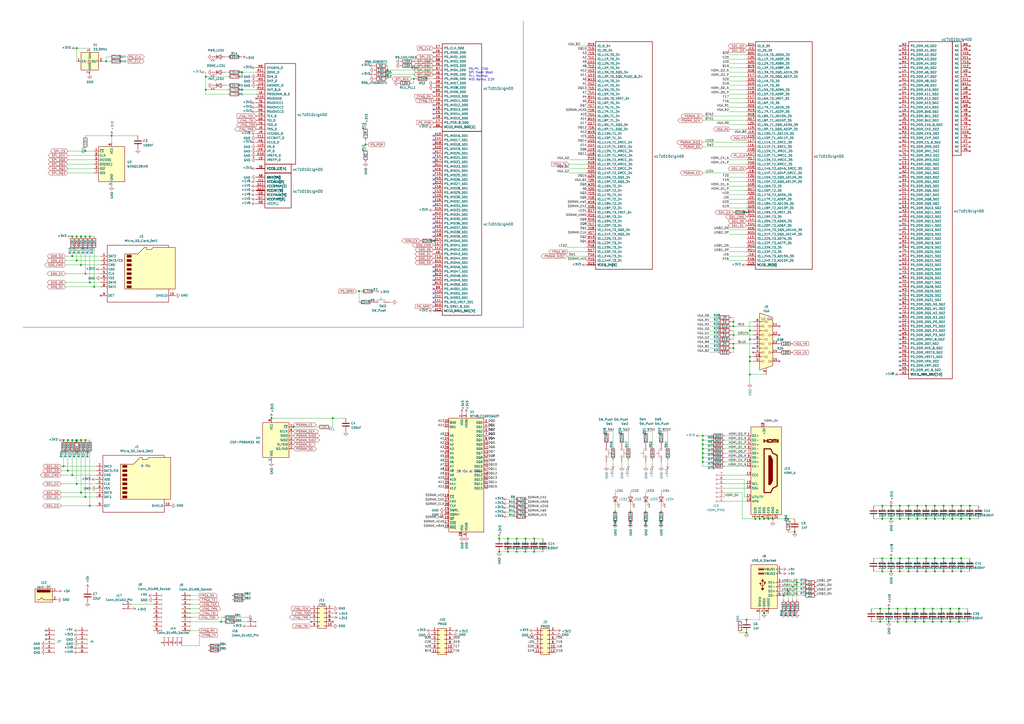
<source format=kicad_sch>
(kicad_sch (version 20231120) (generator "eeschema") (generator_version "8.0")
  (paper "A2")
  (lib_symbols
    (symbol "Connector:Conn_01x02_Pin" (pin_names (offset 1.016) hide)
      (property "Reference" "J" (at 0 2.54 0))
      (property "Value" "Conn_01x02_Pin" (at 0 -5.08 0))
      (symbol "Conn_01x02_Pin_1_1"
        (pin passive line (at 5.08 0 180) (length 3.81) (name "Pin_1") (number "1"))
        (pin passive line (at 5.08 -2.54 180) (length 3.81) (name "Pin_2") (number "2"))
      )
    )
    (symbol "Connector:Conn_01x05_Socket" (pin_names (offset 1.016) hide)
      (property "Reference" "J" (at 0 7.62 0))
      (property "Value" "Conn_01x05_Socket" (at 0 -7.62 0))
      (symbol "Conn_01x05_Socket_1_1"
        (pin passive line (at -5.08 5.08 0) (length 3.81) (name "Pin_1") (number "1"))
        (pin passive line (at -5.08 2.54 0) (length 3.81) (name "Pin_2") (number "2"))
        (pin passive line (at -5.08 0 0) (length 3.81) (name "Pin_3") (number "3"))
        (pin passive line (at -5.08 -2.54 0) (length 3.81) (name "Pin_4") (number "4"))
        (pin passive line (at -5.08 -5.08 0) (length 3.81) (name "Pin_5") (number "5"))
      )
    )
    (symbol "Connector:Conn_01x06_Socket" (pin_names (offset 1.016) hide)
      (property "Reference" "J" (at 0 7.62 0))
      (property "Value" "Conn_01x06_Socket" (at 0 -10.16 0))
      (symbol "Conn_01x06_Socket_1_1"
        (pin passive line (at -5.08 5.08 0) (length 3.81) (name "Pin_1") (number "1"))
        (pin passive line (at -5.08 2.54 0) (length 3.81) (name "Pin_2") (number "2"))
        (pin passive line (at -5.08 0 0) (length 3.81) (name "Pin_3") (number "3"))
        (pin passive line (at -5.08 -2.54 0) (length 3.81) (name "Pin_4") (number "4"))
        (pin passive line (at -5.08 -5.08 0) (length 3.81) (name "Pin_5") (number "5"))
        (pin passive line (at -5.08 -7.62 0) (length 3.81) (name "Pin_6") (number "6"))
      )
    )
    (symbol "Connector:Conn_01x07_Socket" (pin_names (offset 1.016) hide)
      (property "Reference" "J" (at 0 10.16 0))
      (property "Value" "Conn_01x07_Socket" (at 0 -10.16 0))
      (symbol "Conn_01x07_Socket_1_1"
        (pin passive line (at -5.08 7.62 0) (length 3.81) (name "Pin_1") (number "1"))
        (pin passive line (at -5.08 5.08 0) (length 3.81) (name "Pin_2") (number "2"))
        (pin passive line (at -5.08 2.54 0) (length 3.81) (name "Pin_3") (number "3"))
        (pin passive line (at -5.08 0 0) (length 3.81) (name "Pin_4") (number "4"))
        (pin passive line (at -5.08 -2.54 0) (length 3.81) (name "Pin_5") (number "5"))
        (pin passive line (at -5.08 -5.08 0) (length 3.81) (name "Pin_6") (number "6"))
        (pin passive line (at -5.08 -7.62 0) (length 3.81) (name "Pin_7") (number "7"))
      )
    )
    (symbol "Connector:Conn_01x09_Socket" (pin_names (offset 1.016) hide)
      (property "Reference" "J" (at 0 12.7 0))
      (property "Value" "Conn_01x09_Socket" (at 0 -12.7 0))
      (symbol "Conn_01x09_Socket_1_1"
        (pin passive line (at -5.08 10.16 0) (length 3.81) (name "Pin_1") (number "1"))
        (pin passive line (at -5.08 7.62 0) (length 3.81) (name "Pin_2") (number "2"))
        (pin passive line (at -5.08 5.08 0) (length 3.81) (name "Pin_3") (number "3"))
        (pin passive line (at -5.08 2.54 0) (length 3.81) (name "Pin_4") (number "4"))
        (pin passive line (at -5.08 0 0) (length 3.81) (name "Pin_5") (number "5"))
        (pin passive line (at -5.08 -2.54 0) (length 3.81) (name "Pin_6") (number "6"))
        (pin passive line (at -5.08 -5.08 0) (length 3.81) (name "Pin_7") (number "7"))
        (pin passive line (at -5.08 -7.62 0) (length 3.81) (name "Pin_8") (number "8"))
        (pin passive line (at -5.08 -10.16 0) (length 3.81) (name "Pin_9") (number "9"))
      )
    )
    (symbol "Connector:DB15_Female_HighDensity_MountingHoles" (pin_names (offset 1.016) hide)
      (property "Reference" "J" (at 0 21.59 0))
      (property "Value" "DB15_Female_HighDensity_MountingHoles" (at 0 19.05 0))
      (symbol "DB15_Female_HighDensity_MountingHoles_1_1"
        (pin passive line (at 0 -17.78 90) (length 3.81) (name "~") (number "0"))
        (pin passive line (at -7.62 10.16 0) (length 5.08) (name "~") (number "1"))
        (pin passive line (at -7.62 -7.62 0) (length 5.08) (name "~") (number "10"))
        (pin passive line (at 7.62 10.16 180) (length 5.08) (name "~") (number "11"))
        (pin passive line (at 7.62 5.08 180) (length 5.08) (name "~") (number "12"))
        (pin passive line (at 7.62 0 180) (length 5.08) (name "~") (number "13"))
        (pin passive line (at 7.62 -5.08 180) (length 5.08) (name "~") (number "14"))
        (pin passive line (at 7.62 -10.16 180) (length 5.08) (name "~") (number "15"))
        (pin passive line (at -7.62 5.08 0) (length 5.08) (name "~") (number "2"))
        (pin passive line (at -7.62 0 0) (length 5.08) (name "~") (number "3"))
        (pin passive line (at -7.62 -5.08 0) (length 5.08) (name "~") (number "4"))
        (pin passive line (at -7.62 -10.16 0) (length 5.08) (name "~") (number "5"))
        (pin passive line (at -7.62 12.7 0) (length 5.08) (name "~") (number "6"))
        (pin passive line (at -7.62 7.62 0) (length 5.08) (name "~") (number "7"))
        (pin passive line (at -7.62 2.54 0) (length 5.08) (name "~") (number "8"))
        (pin passive line (at -7.62 -2.54 0) (length 5.08) (name "~") (number "9"))
      )
    )
    (symbol "Connector:HDMI_A"
      (property "Reference" "J" (at -6.35 26.67 0))
      (property "Value" "HDMI_A" (at 10.16 26.67 0))
      (symbol "HDMI_A_1_1"
        (pin passive line (at -10.16 20.32 0) (length 2.54) (name "D2+") (number "1"))
        (pin passive line (at -10.16 5.08 0) (length 2.54) (name "CK+") (number "10"))
        (pin power_in line (at 2.54 -27.94 90) (length 2.54) (name "CKS") (number "11"))
        (pin passive line (at -10.16 2.54 0) (length 2.54) (name "CK-") (number "12"))
        (pin bidirectional line (at -10.16 -2.54 0) (length 2.54) (name "CEC") (number "13"))
        (pin passive line (at -10.16 -15.24 0) (length 2.54) (name "UTILITY") (number "14"))
        (pin passive line (at -10.16 -7.62 0) (length 2.54) (name "SCL") (number "15"))
        (pin bidirectional line (at -10.16 -10.16 0) (length 2.54) (name "SDA") (number "16"))
        (pin power_in line (at 5.08 -27.94 90) (length 2.54) (name "GND") (number "17"))
        (pin power_in line (at 0 27.94 270) (length 2.54) (name "+5V") (number "18"))
        (pin passive line (at -10.16 -17.78 0) (length 2.54) (name "HPD") (number "19"))
        (pin power_in line (at -5.08 -27.94 90) (length 2.54) (name "D2S") (number "2"))
        (pin passive line (at -10.16 17.78 0) (length 2.54) (name "D2-") (number "3"))
        (pin passive line (at -10.16 15.24 0) (length 2.54) (name "D1+") (number "4"))
        (pin power_in line (at -2.54 -27.94 90) (length 2.54) (name "D1S") (number "5"))
        (pin passive line (at -10.16 12.7 0) (length 2.54) (name "D1-") (number "6"))
        (pin passive line (at -10.16 10.16 0) (length 2.54) (name "D0+") (number "7"))
        (pin power_in line (at 0 -27.94 90) (length 2.54) (name "D0S") (number "8"))
        (pin passive line (at -10.16 7.62 0) (length 2.54) (name "D0-") (number "9"))
        (pin passive line (at 7.62 -27.94 90) (length 2.54) (name "SH") (number "SH"))
      )
    )
    (symbol "Connector:Jack-DC" (pin_names (offset 1.016))
      (property "Reference" "J" (at 0 5.334 0))
      (property "Value" "Jack-DC" (at 0 -5.08 0))
      (symbol "Jack-DC_1_1"
        (pin passive line (at 7.62 2.54 180) (length 2.54) (name "~") (number "1"))
        (pin passive line (at 7.62 -2.54 180) (length 2.54) (name "~") (number "2"))
      )
    )
    (symbol "Connector:Micro_SD_Card_Det1"
      (property "Reference" "J" (at -16.51 17.78 0))
      (property "Value" "Micro_SD_Card_Det1" (at 16.51 17.78 0))
      (symbol "Micro_SD_Card_Det1_1_1"
        (pin bidirectional line (at -22.86 10.16 0) (length 3.81) (name "DAT2") (number "1"))
        (pin passive line (at 20.32 -12.7 180) (length 3.81) (name "SHIELD") (number "10"))
        (pin bidirectional line (at -22.86 7.62 0) (length 3.81) (name "DAT3/CD") (number "2"))
        (pin input line (at -22.86 5.08 0) (length 3.81) (name "CMD") (number "3"))
        (pin power_in line (at -22.86 2.54 0) (length 3.81) (name "VDD") (number "4"))
        (pin input line (at -22.86 0 0) (length 3.81) (name "CLK") (number "5"))
        (pin power_in line (at -22.86 -2.54 0) (length 3.81) (name "VSS") (number "6"))
        (pin bidirectional line (at -22.86 -5.08 0) (length 3.81) (name "DAT0") (number "7"))
        (pin bidirectional line (at -22.86 -7.62 0) (length 3.81) (name "DAT1") (number "8"))
        (pin passive line (at -22.86 -12.7 0) (length 3.81) (name "DET") (number "9"))
      )
    )
    (symbol "Connector:USB_A_Stacked" (pin_names (offset 1.016))
      (property "Reference" "J" (at 0 15.875 0))
      (property "Value" "USB_A_Stacked" (at 0 13.97 0))
      (symbol "USB_A_Stacked_1_1"
        (pin power_in line (at 10.16 10.16 180) (length 2.54) (name "VBUS1") (number "1"))
        (pin bidirectional line (at 10.16 0 180) (length 2.54) (name "D1-") (number "2"))
        (pin bidirectional line (at 10.16 2.54 180) (length 2.54) (name "D1+") (number "3"))
        (pin power_in line (at 0 -15.24 90) (length 2.54) (name "GND1") (number "4"))
        (pin power_in line (at 10.16 7.62 180) (length 2.54) (name "VBUS2") (number "5"))
        (pin bidirectional line (at 10.16 -5.08 180) (length 2.54) (name "D2-") (number "6"))
        (pin bidirectional line (at 10.16 -2.54 180) (length 2.54) (name "D2+") (number "7"))
        (pin power_in line (at 2.54 -15.24 90) (length 2.54) (name "GND2") (number "8"))
        (pin passive line (at -2.54 -15.24 90) (length 2.54) (name "Shield") (number "9"))
      )
    )
    (symbol "Connector_Generic:Conn_02x05_Odd_Even" (pin_names (offset 1.016) hide)
      (property "Reference" "J" (at 1.27 7.62 0))
      (property "Value" "Conn_02x05_Odd_Even" (at 1.27 -7.62 0))
      (symbol "Conn_02x05_Odd_Even_1_1"
        (pin passive line (at -5.08 5.08 0) (length 3.81) (name "Pin_1") (number "1"))
        (pin passive line (at 7.62 -5.08 180) (length 3.81) (name "Pin_10") (number "10"))
        (pin passive line (at 7.62 5.08 180) (length 3.81) (name "Pin_2") (number "2"))
        (pin passive line (at -5.08 2.54 0) (length 3.81) (name "Pin_3") (number "3"))
        (pin passive line (at 7.62 2.54 180) (length 3.81) (name "Pin_4") (number "4"))
        (pin passive line (at -5.08 0 0) (length 3.81) (name "Pin_5") (number "5"))
        (pin passive line (at 7.62 0 180) (length 3.81) (name "Pin_6") (number "6"))
        (pin passive line (at -5.08 -2.54 0) (length 3.81) (name "Pin_7") (number "7"))
        (pin passive line (at 7.62 -2.54 180) (length 3.81) (name "Pin_8") (number "8"))
        (pin passive line (at -5.08 -5.08 0) (length 3.81) (name "Pin_9") (number "9"))
      )
    )
    (symbol "Connector_Generic:Conn_02x06_Odd_Even" (pin_names (offset 1.016) hide)
      (property "Reference" "J" (at 1.27 7.62 0))
      (property "Value" "Conn_02x06_Odd_Even" (at 1.27 -10.16 0))
      (symbol "Conn_02x06_Odd_Even_1_1"
        (pin passive line (at -5.08 5.08 0) (length 3.81) (name "Pin_1") (number "1"))
        (pin passive line (at 7.62 -5.08 180) (length 3.81) (name "Pin_10") (number "10"))
        (pin passive line (at -5.08 -7.62 0) (length 3.81) (name "Pin_11") (number "11"))
        (pin passive line (at 7.62 -7.62 180) (length 3.81) (name "Pin_12") (number "12"))
        (pin passive line (at 7.62 5.08 180) (length 3.81) (name "Pin_2") (number "2"))
        (pin passive line (at -5.08 2.54 0) (length 3.81) (name "Pin_3") (number "3"))
        (pin passive line (at 7.62 2.54 180) (length 3.81) (name "Pin_4") (number "4"))
        (pin passive line (at -5.08 0 0) (length 3.81) (name "Pin_5") (number "5"))
        (pin passive line (at 7.62 0 180) (length 3.81) (name "Pin_6") (number "6"))
        (pin passive line (at -5.08 -2.54 0) (length 3.81) (name "Pin_7") (number "7"))
        (pin passive line (at 7.62 -2.54 180) (length 3.81) (name "Pin_8") (number "8"))
        (pin passive line (at -5.08 -5.08 0) (length 3.81) (name "Pin_9") (number "9"))
      )
    )
    (symbol "Device:C" (pin_numbers hide) (pin_names (offset 0.254))
      (property "Reference" "C" (at 0.635 2.54 0))
      (property "Value" "C" (at 0.635 -2.54 0))
      (symbol "C_1_1"
        (pin passive line (at 0 3.81 270) (length 2.794) (name "~") (number "1"))
        (pin passive line (at 0 -3.81 90) (length 2.794) (name "~") (number "2"))
      )
    )
    (symbol "Device:LED" (pin_numbers hide) (pin_names (offset 1.016) hide)
      (property "Reference" "D" (at 0 2.54 0))
      (property "Value" "LED" (at 0 -2.54 0))
      (symbol "LED_1_1"
        (pin passive line (at -3.81 0 0) (length 2.54) (name "K") (number "1"))
        (pin passive line (at 3.81 0 180) (length 2.54) (name "A") (number "2"))
      )
    )
    (symbol "Device:R" (pin_numbers hide) (pin_names (offset 0))
      (property "Reference" "R" (at 2.032 0 90))
      (property "Value" "R" (at 0 0 90))
      (symbol "R_1_1"
        (pin passive line (at 0 3.81 270) (length 1.27) (name "~") (number "1"))
        (pin passive line (at 0 -3.81 90) (length 1.27) (name "~") (number "2"))
      )
    )
    (symbol "GND_1" (power) (pin_names (offset 0))
      (property "Value" "GND" (at 0 -3.81 0))
      (symbol "GND_1_1_1"
        (pin power_in line (at 0 0 270) (length 0) hide (name "GND") (number "1"))
      )
    )
    (symbol "GND_2" (power) (pin_names (offset 0))
      (property "Value" "GND" (at 0 -3.81 0))
      (symbol "GND_2_1_1"
        (pin power_in line (at 0 0 270) (length 0) hide (name "GND") (number "1"))
      )
    )
    (symbol "GND_3" (power) (pin_names (offset 0))
      (property "Value" "GND" (at 0 -3.81 0))
      (symbol "GND_3_1_1"
        (pin power_in line (at 0 0 270) (length 0) hide (name "GND") (number "1"))
      )
    )
    (symbol "Memory_Flash:W25Q128JVS"
      (property "Reference" "U" (at -8.89 8.89 0))
      (property "Value" "W25Q128JVS" (at 7.62 8.89 0))
      (symbol "W25Q128JVS_1_1"
        (pin input line (at -10.16 7.62 0) (length 2.54) (name "~{CS}") (number "1"))
        (pin bidirectional line (at -10.16 0 0) (length 2.54) (name "DO(IO1)") (number "2"))
        (pin bidirectional line (at -10.16 -2.54 0) (length 2.54) (name "IO2") (number "3"))
        (pin power_in line (at 0 -12.7 90) (length 2.54) (name "GND") (number "4"))
        (pin bidirectional line (at -10.16 2.54 0) (length 2.54) (name "DI(IO0)") (number "5"))
        (pin input line (at -10.16 5.08 0) (length 2.54) (name "CLK") (number "6"))
        (pin bidirectional line (at -10.16 -5.08 0) (length 2.54) (name "IO3") (number "7"))
        (pin power_in line (at 0 12.7 270) (length 2.54) (name "VCC") (number "8"))
      )
    )
    (symbol "Memory_RAM:ESP-PSRAM32"
      (property "Reference" "U" (at 3.81 11.43 0))
      (property "Value" "ESP-PSRAM32" (at -1.27 -11.43 0))
      (symbol "ESP-PSRAM32_1_1"
        (pin input line (at 10.16 7.62 180) (length 2.54) (name "~{CE}") (number "1"))
        (pin output line (at 10.16 -5.08 180) (length 2.54) (name "SO/SIO") (number "2"))
        (pin bidirectional line (at 10.16 0 180) (length 2.54) (name "SIO2") (number "3"))
        (pin power_in line (at -2.54 -12.7 90) (length 2.54) (name "VSS") (number "4"))
        (pin input line (at 10.16 -2.54 180) (length 2.54) (name "SI/SIO") (number "5"))
        (pin output line (at 10.16 5.08 180) (length 2.54) (name "SCLK") (number "6"))
        (pin bidirectional line (at 10.16 2.54 180) (length 2.54) (name "SIO3") (number "7"))
        (pin power_in line (at -2.54 12.7 270) (length 2.54) (name "VCC") (number "8"))
      )
    )
    (symbol "Memory_RAM:MT48LC16M16A2P"
      (property "Reference" "U" (at -8.89 34.29 0))
      (property "Value" "MT48LC16M16A2P" (at 8.89 34.29 0))
      (symbol "MT48LC16M16A2P_1_1"
        (pin power_in line (at -2.54 35.56 270) (length 2.54) (name "VDD") (number "1"))
        (pin bidirectional line (at 12.7 17.78 180) (length 2.54) (name "DQ5") (number "10"))
        (pin bidirectional line (at 12.7 15.24 180) (length 2.54) (name "DQ6") (number "11"))
        (pin passive line (at 0 -35.56 90) (length 2.54) hide (name "VSSQ") (number "12"))
        (pin bidirectional line (at 12.7 12.7 180) (length 2.54) (name "DQ7") (number "13"))
        (pin passive line (at -2.54 35.56 270) (length 2.54) hide (name "VDD") (number "14"))
        (pin input line (at -12.7 -20.32 0) (length 2.54) (name "DQML") (number "15"))
        (pin input line (at -12.7 -25.4 0) (length 2.54) (name "~{WE}") (number "16"))
        (pin input line (at -12.7 -27.94 0) (length 2.54) (name "~{CAS}") (number "17"))
        (pin input line (at -12.7 -30.48 0) (length 2.54) (name "~{RAS}") (number "18"))
        (pin input line (at -12.7 -12.7 0) (length 2.54) (name "~{CS}") (number "19"))
        (pin bidirectional line (at 12.7 30.48 180) (length 2.54) (name "DQ0") (number "2"))
        (pin input line (at -12.7 30.48 0) (length 2.54) (name "BA0") (number "20"))
        (pin input line (at -12.7 27.94 0) (length 2.54) (name "BA1") (number "21"))
        (pin input line (at -12.7 -2.54 0) (length 2.54) (name "A10") (number "22"))
        (pin input line (at -12.7 22.86 0) (length 2.54) (name "A0") (number "23"))
        (pin input line (at -12.7 20.32 0) (length 2.54) (name "A1") (number "24"))
        (pin input line (at -12.7 17.78 0) (length 2.54) (name "A2") (number "25"))
        (pin input line (at -12.7 15.24 0) (length 2.54) (name "A3") (number "26"))
        (pin passive line (at -2.54 35.56 270) (length 2.54) hide (name "VDD") (number "27"))
        (pin power_in line (at -2.54 -35.56 90) (length 2.54) (name "VSS") (number "28"))
        (pin input line (at -12.7 12.7 0) (length 2.54) (name "A4") (number "29"))
        (pin power_in line (at 0 35.56 270) (length 2.54) (name "VDDQ") (number "3"))
        (pin input line (at -12.7 10.16 0) (length 2.54) (name "A5") (number "30"))
        (pin input line (at -12.7 7.62 0) (length 2.54) (name "A6") (number "31"))
        (pin input line (at -12.7 5.08 0) (length 2.54) (name "A7") (number "32"))
        (pin input line (at -12.7 2.54 0) (length 2.54) (name "A8") (number "33"))
        (pin input line (at -12.7 0 0) (length 2.54) (name "A9") (number "34"))
        (pin input line (at -12.7 -5.08 0) (length 2.54) (name "A11") (number "35"))
        (pin input line (at -12.7 -7.62 0) (length 2.54) (name "A12") (number "36"))
        (pin input line (at -12.7 -15.24 0) (length 2.54) (name "CKE") (number "37"))
        (pin input line (at -12.7 -17.78 0) (length 2.54) (name "CLK") (number "38"))
        (pin input line (at -12.7 -22.86 0) (length 2.54) (name "DQMH") (number "39"))
        (pin bidirectional line (at 12.7 27.94 180) (length 2.54) (name "DQ1") (number "4"))
        (pin no_connect line (at 10.16 -20.32 180) (length 2.54) hide (name "NC") (number "40"))
        (pin passive line (at -2.54 -35.56 90) (length 2.54) hide (name "VSS") (number "41"))
        (pin bidirectional line (at 12.7 10.16 180) (length 2.54) (name "DQ8") (number "42"))
        (pin passive line (at 0 35.56 270) (length 2.54) hide (name "VDDQ") (number "43"))
        (pin bidirectional line (at 12.7 7.62 180) (length 2.54) (name "DQ9") (number "44"))
        (pin bidirectional line (at 12.7 5.08 180) (length 2.54) (name "DQ10") (number "45"))
        (pin passive line (at 0 -35.56 90) (length 2.54) hide (name "VSSQ") (number "46"))
        (pin bidirectional line (at 12.7 2.54 180) (length 2.54) (name "DQ11") (number "47"))
        (pin bidirectional line (at 12.7 0 180) (length 2.54) (name "DQ12") (number "48"))
        (pin passive line (at 0 35.56 270) (length 2.54) hide (name "VDDQ") (number "49"))
        (pin bidirectional line (at 12.7 25.4 180) (length 2.54) (name "DQ2") (number "5"))
        (pin bidirectional line (at 12.7 -2.54 180) (length 2.54) (name "DQ13") (number "50"))
        (pin bidirectional line (at 12.7 -5.08 180) (length 2.54) (name "DQ14") (number "51"))
        (pin passive line (at 0 -35.56 90) (length 2.54) hide (name "VSSQ") (number "52"))
        (pin bidirectional line (at 12.7 -7.62 180) (length 2.54) (name "DQ15") (number "53"))
        (pin passive line (at -2.54 -35.56 90) (length 2.54) hide (name "VSS") (number "54"))
        (pin power_in line (at 0 -35.56 90) (length 2.54) (name "VSSQ") (number "6"))
        (pin bidirectional line (at 12.7 22.86 180) (length 2.54) (name "DQ3") (number "7"))
        (pin bidirectional line (at 12.7 20.32 180) (length 2.54) (name "DQ4") (number "8"))
        (pin passive line (at 0 35.56 270) (length 2.54) hide (name "VDDQ") (number "9"))
      )
    )
    (symbol "Oscillator:TXC-7C" (pin_names (offset 0.254))
      (property "Reference" "X" (at -5.08 6.35 0))
      (property "Value" "TXC-7C" (at 1.27 -6.35 0))
      (symbol "TXC-7C_1_1"
        (pin input line (at -7.62 0 0) (length 2.54) (name "EN") (number "1"))
        (pin power_in line (at 0 -7.62 90) (length 2.54) (name "GND") (number "2"))
        (pin output line (at 7.62 0 180) (length 2.54) (name "OUT") (number "3"))
        (pin power_in line (at 0 7.62 270) (length 2.54) (name "Vdd") (number "4"))
      )
    )
    (symbol "Switch:SW_Push" (pin_numbers hide) (pin_names (offset 1.016) hide)
      (property "Reference" "SW" (at 1.27 2.54 0))
      (property "Value" "SW_Push" (at 0 -1.524 0))
      (symbol "SW_Push_0_1"
        (pin passive line (at -5.08 0 0) (length 2.54) (name "1") (number "1"))
        (pin passive line (at 5.08 0 180) (length 2.54) (name "2") (number "2"))
      )
    )
    (symbol "power:+1V0" (power) (pin_names (offset 0))
      (property "Value" "+1V0" (at 0 3.556 0))
      (symbol "+1V0_1_1"
        (pin power_in line (at 0 0 90) (length 0) hide (name "+1V0") (number "1"))
      )
    )
    (symbol "power:+1V8" (power) (pin_names (offset 0))
      (property "Value" "+1V8" (at 0 3.556 0))
      (symbol "+1V8_1_1"
        (pin power_in line (at 0 0 90) (length 0) hide (name "+1V8") (number "1"))
      )
    )
    (symbol "power:+3V3" (power) (pin_names (offset 0))
      (property "Value" "+3V3" (at 0 3.556 0))
      (symbol "+3V3_1_1"
        (pin power_in line (at 0 0 90) (length 0) hide (name "+3V3") (number "1"))
      )
    )
    (symbol "power:+5V" (power) (pin_names (offset 0))
      (property "Value" "+5V" (at 0 3.556 0))
      (symbol "+5V_1_1"
        (pin power_in line (at 0 0 90) (length 0) hide (name "+5V") (number "1"))
      )
    )
    (symbol "power:GND" (power) (pin_names (offset 0))
      (property "Value" "GND" (at 0 -3.81 0))
      (symbol "GND_1_1"
        (pin power_in line (at 0 0 270) (length 0) hide (name "GND") (number "1"))
      )
    )
    (symbol "xc7z010clg400:xc7z010clg400" (pin_names (offset 1.016))
      (property "Value" "XC7Z010CLG400" (at 28.702 -24.2062 0))
      (symbol "xc7z010clg400_1_1"
        (pin power_in line (at 0 -17.78 0) (length 5.08) (name "RSVDGND") (number "F10"))
        (pin power_in line (at 0 -40.64 0) (length 5.08) (name "VCCBATT_0") (number "F11"))
        (pin output line (at 0 -33.02 0) (length 5.08) (name "TDO_0") (number "F6"))
        (pin input line (at 0 -27.94 0) (length 5.08) (name "TCK_0") (number "F9"))
        (pin input line (at 0 -30.48 0) (length 5.08) (name "TDI_0") (number "G6"))
        (pin power_in line (at 0 -10.16 0) (length 5.08) (name "GNDADC_0") (number "J10"))
        (pin input line (at 0 -35.56 0) (length 5.08) (name "TMS_0") (number "J6"))
        (pin power_in line (at 0 -38.1 0) (length 5.08) (name "VCCADC_0") (number "J9"))
        (pin input line (at 0 -50.8 0) (length 5.08) (name "VREFN_0") (number "K10"))
        (pin power_in line (at 0 -43.18 0) (length 5.08) (name "VCCO_0") (number "K6"))
        (pin input line (at 0 -48.26 0) (length 5.08) (name "VP_0") (number "K9"))
        (pin input line (at 0 -45.72 0) (length 5.08) (name "VN_0") (number "L10"))
        (pin input line (at 0 -15.24 0) (length 5.08) (name "PROGRAM_B_0") (number "L6"))
        (pin input line (at 0 -53.34 0) (length 5.08) (name "VREFP_0") (number "L9"))
        (pin passive line (at 0 -5.08 0) (length 5.08) (name "DXN_0") (number "M10"))
        (pin input line (at 0 0 0) (length 5.08) (name "CFGBVS_0") (number "M6"))
        (pin passive line (at 0 -7.62 0) (length 5.08) (name "DXP_0") (number "M9"))
        (pin power_in line (at 0 -25.4 0) (length 5.08) (name "RSVDVCC3") (number "N6"))
        (pin input line (at 0 -12.7 0) (length 5.08) (name "INIT_B_0") (number "R10"))
        (pin output line (at 0 -2.54 0) (length 5.08) (name "DONE_0") (number "R11"))
        (pin power_in line (at 0 -22.86 0) (length 5.08) (name "RSVDVCC2") (number "R6"))
        (pin power_in line (at 0 -20.32 0) (length 5.08) (name "RSVDVCC1") (number "T6"))
      )
      (symbol "xc7z010clg400_2_1"
        (pin power_in line (at 0 0 0) (length 5.08) (name "VCCO_13[4]") (number "T8"))
        (pin power_in line (at 0 0 0) (length 5.08) (name "VCCO_13[4]") (number "U11"))
        (pin power_in line (at 0 0 0) (length 5.08) (name "VCCO_13[4]") (number "W7"))
        (pin power_in line (at 0 0 0) (length 5.08) (name "VCCO_13[4]") (number "Y10"))
      )
      (symbol "xc7z010clg400_3_1"
        (pin bidirectional line (at 0 -119.38 0) (length 5.08) (name "IO_L23P_T3_34") (number "N17"))
        (pin bidirectional line (at 0 -68.58 0) (length 5.08) (name "IO_L13P_T2_MRCC_34") (number "N18"))
        (pin power_in line (at 0 -127 0) (length 5.08) (name "VCCO_34[6]") (number "N19"))
        (pin bidirectional line (at 0 -73.66 0) (length 5.08) (name "IO_L14P_T2_SRCC_34") (number "N20"))
        (pin bidirectional line (at 0 -33.02 0) (length 5.08) (name "IO_L6P_T0_34") (number "P14"))
        (pin bidirectional line (at 0 -124.46 0) (length 5.08) (name "IO_L24P_T3_34") (number "P15"))
        (pin bidirectional line (at 0 -121.92 0) (length 5.08) (name "IO_L24N_T3_34") (number "P16"))
        (pin bidirectional line (at 0 -116.84 0) (length 5.08) (name "IO_L23N_T3_34") (number "P18"))
        (pin bidirectional line (at 0 -66.04 0) (length 5.08) (name "IO_L13N_T2_MRCC_34") (number "P19"))
        (pin bidirectional line (at 0 -71.12 0) (length 5.08) (name "IO_L14N_T2_SRCC_34") (number "P20"))
        (pin bidirectional line (at 0 -30.48 0) (length 5.08) (name "IO_L6N_T0_VREF_34") (number "R14"))
        (pin power_in line (at 0 -127 0) (length 5.08) (name "VCCO_34[6]") (number "R15"))
        (pin bidirectional line (at 0 -99.06 0) (length 5.08) (name "IO_L19P_T3_34") (number "R16"))
        (pin bidirectional line (at 0 -96.52 0) (length 5.08) (name "IO_L19N_T3_VREF_34") (number "R17"))
        (pin bidirectional line (at 0 -101.6 0) (length 5.08) (name "IO_L20N_T3_34") (number "R18"))
        (pin bidirectional line (at 0 0 0) (length 5.08) (name "IO_0_34") (number "R19"))
        (pin bidirectional line (at 0 -5.08 0) (length 5.08) (name "IO_L1N_T0_34") (number "T10"))
        (pin bidirectional line (at 0 -7.62 0) (length 5.08) (name "IO_L1P_T0_34") (number "T11"))
        (pin bidirectional line (at 0 -12.7 0) (length 5.08) (name "IO_L2P_T0_34") (number "T12"))
        (pin bidirectional line (at 0 -27.94 0) (length 5.08) (name "IO_L5P_T0_34") (number "T14"))
        (pin bidirectional line (at 0 -25.4 0) (length 5.08) (name "IO_L5N_T0_34") (number "T15"))
        (pin bidirectional line (at 0 -48.26 0) (length 5.08) (name "IO_L9P_T1_DQS_34") (number "T16"))
        (pin bidirectional line (at 0 -104.14 0) (length 5.08) (name "IO_L20P_T3_34") (number "T17"))
        (pin power_in line (at 0 -127 0) (length 5.08) (name "VCCO_34[6]") (number "T18"))
        (pin bidirectional line (at 0 -2.54 0) (length 5.08) (name "IO_25_34") (number "T19"))
        (pin bidirectional line (at 0 -78.74 0) (length 5.08) (name "IO_L15P_T2_DQS_34") (number "T20"))
        (pin bidirectional line (at 0 -10.16 0) (length 5.08) (name "IO_L2N_T0_34") (number "U12"))
        (pin bidirectional line (at 0 -17.78 0) (length 5.08) (name "IO_L3P_T0_DQS_PUDC_B_34") (number "U13"))
        (pin bidirectional line (at 0 -58.42 0) (length 5.08) (name "IO_L11P_T1_SRCC_34") (number "U14"))
        (pin bidirectional line (at 0 -55.88 0) (length 5.08) (name "IO_L11N_T1_SRCC_34") (number "U15"))
        (pin bidirectional line (at 0 -45.72 0) (length 5.08) (name "IO_L9N_T1_DQS_34") (number "U17"))
        (pin bidirectional line (at 0 -63.5 0) (length 5.08) (name "IO_L12P_T1_MRCC_34") (number "U18"))
        (pin bidirectional line (at 0 -60.96 0) (length 5.08) (name "IO_L12N_T1_MRCC_34") (number "U19"))
        (pin bidirectional line (at 0 -76.2 0) (length 5.08) (name "IO_L15N_T2_DQS_34") (number "U20"))
        (pin bidirectional line (at 0 -22.86 0) (length 5.08) (name "IO_L4P_T0_34") (number "V12"))
        (pin bidirectional line (at 0 -15.24 0) (length 5.08) (name "IO_L3N_T0_DQS_34") (number "V13"))
        (pin power_in line (at 0 -127 0) (length 5.08) (name "VCCO_34[6]") (number "V14"))
        (pin bidirectional line (at 0 -53.34 0) (length 5.08) (name "IO_L10P_T1_34") (number "V15"))
        (pin bidirectional line (at 0 -93.98 0) (length 5.08) (name "IO_L18P_T2_34") (number "V16"))
        (pin bidirectional line (at 0 -109.22 0) (length 5.08) (name "IO_L21P_T3_DQS_34") (number "V17"))
        (pin bidirectional line (at 0 -106.68 0) (length 5.08) (name "IO_L21N_T3_DQS_34") (number "V18"))
        (pin bidirectional line (at 0 -83.82 0) (length 5.08) (name "IO_L16P_T2_34") (number "V20"))
        (pin bidirectional line (at 0 -20.32 0) (length 5.08) (name "IO_L4N_T0_34") (number "W13"))
        (pin bidirectional line (at 0 -43.18 0) (length 5.08) (name "IO_L8P_T1_34") (number "W14"))
        (pin bidirectional line (at 0 -50.8 0) (length 5.08) (name "IO_L10N_T1_34") (number "W15"))
        (pin bidirectional line (at 0 -91.44 0) (length 5.08) (name "IO_L18N_T2_34") (number "W16"))
        (pin power_in line (at 0 -127 0) (length 5.08) (name "VCCO_34[6]") (number "W17"))
        (pin bidirectional line (at 0 -114.3 0) (length 5.08) (name "IO_L22P_T3_34") (number "W18"))
        (pin bidirectional line (at 0 -111.76 0) (length 5.08) (name "IO_L22N_T3_34") (number "W19"))
        (pin bidirectional line (at 0 -81.28 0) (length 5.08) (name "IO_L16N_T2_34") (number "W20"))
        (pin bidirectional line (at 0 -40.64 0) (length 5.08) (name "IO_L8N_T1_34") (number "Y14"))
        (pin bidirectional line (at 0 -38.1 0) (length 5.08) (name "IO_L7P_T1_34") (number "Y16"))
        (pin bidirectional line (at 0 -35.56 0) (length 5.08) (name "IO_L7N_T1_34") (number "Y17"))
        (pin bidirectional line (at 0 -88.9 0) (length 5.08) (name "IO_L17P_T2_34") (number "Y18"))
        (pin bidirectional line (at 0 -86.36 0) (length 5.08) (name "IO_L17N_T2_34") (number "Y19"))
        (pin power_in line (at 0 -127 0) (length 5.08) (name "VCCO_34[6]") (number "Y20"))
      )
      (symbol "xc7z010clg400_4_1"
        (pin bidirectional line (at 0 -10.16 0) (length 5.08) (name "IO_L2N_T0_AD8N_35") (number "A20"))
        (pin bidirectional line (at 0 -12.7 0) (length 5.08) (name "IO_L2P_T0_AD8P_35") (number "B19"))
        (pin bidirectional line (at 0 -5.08 0) (length 5.08) (name "IO_L1N_T0_AD0N_35") (number "B20"))
        (pin power_in line (at 0 -127 0) (length 5.08) (name "VCCO_35[6]") (number "C19"))
        (pin bidirectional line (at 0 -7.62 0) (length 5.08) (name "IO_L1P_T0_AD0P_35") (number "C20"))
        (pin bidirectional line (at 0 -15.24 0) (length 5.08) (name "IO_L3N_T0_DQS_AD1N_35") (number "D18"))
        (pin bidirectional line (at 0 -22.86 0) (length 5.08) (name "IO_L4P_T0_35") (number "D19"))
        (pin bidirectional line (at 0 -20.32 0) (length 5.08) (name "IO_L4N_T0_35") (number "D20"))
        (pin bidirectional line (at 0 -17.78 0) (length 5.08) (name "IO_L3P_T0_DQS_AD1P_35") (number "E17"))
        (pin bidirectional line (at 0 -27.94 0) (length 5.08) (name "IO_L5P_T0_AD9P_35") (number "E18"))
        (pin bidirectional line (at 0 -25.4 0) (length 5.08) (name "IO_L5N_T0_AD9N_35") (number "E19"))
        (pin bidirectional line (at 0 -33.02 0) (length 5.08) (name "IO_L6P_T0_35") (number "F16"))
        (pin bidirectional line (at 0 -30.48 0) (length 5.08) (name "IO_L6N_T0_VREF_35") (number "F17"))
        (pin power_in line (at 0 -127 0) (length 5.08) (name "VCCO_35[6]") (number "F18"))
        (pin bidirectional line (at 0 -78.74 0) (length 5.08) (name "IO_L15P_T2_DQS_AD12P_35") (number "F19"))
        (pin bidirectional line (at 0 -76.2 0) (length 5.08) (name "IO_L15N_T2_DQS_AD12N_35") (number "F20"))
        (pin bidirectional line (at 0 0 0) (length 5.08) (name "IO_0_35") (number "G14"))
        (pin bidirectional line (at 0 -96.52 0) (length 5.08) (name "IO_L19N_T3_VREF_35") (number "G15"))
        (pin bidirectional line (at 0 -83.82 0) (length 5.08) (name "IO_L16P_T2_35") (number "G17"))
        (pin bidirectional line (at 0 -81.28 0) (length 5.08) (name "IO_L16N_T2_35") (number "G18"))
        (pin bidirectional line (at 0 -93.98 0) (length 5.08) (name "IO_L18P_T2_AD13P_35") (number "G19"))
        (pin bidirectional line (at 0 -91.44 0) (length 5.08) (name "IO_L18N_T2_AD13N_35") (number "G20"))
        (pin power_in line (at 0 -127 0) (length 5.08) (name "VCCO_35[6]") (number "H14"))
        (pin bidirectional line (at 0 -99.06 0) (length 5.08) (name "IO_L19P_T3_35") (number "H15"))
        (pin bidirectional line (at 0 -68.58 0) (length 5.08) (name "IO_L13P_T2_MRCC_35") (number "H16"))
        (pin bidirectional line (at 0 -66.04 0) (length 5.08) (name "IO_L13N_T2_MRCC_35") (number "H17"))
        (pin bidirectional line (at 0 -71.12 0) (length 5.08) (name "IO_L14N_T2_AD4N_SRCC_35") (number "H18"))
        (pin bidirectional line (at 0 -86.36 0) (length 5.08) (name "IO_L17N_T2_AD5N_35") (number "H20"))
        (pin bidirectional line (at 0 -101.6 0) (length 5.08) (name "IO_L20N_T3_AD6N_35") (number "J14"))
        (pin bidirectional line (at 0 -2.54 0) (length 5.08) (name "IO_25_35") (number "J15"))
        (pin bidirectional line (at 0 -121.92 0) (length 5.08) (name "IO_L24N_T3_AD15N_35") (number "J16"))
        (pin power_in line (at 0 -127 0) (length 5.08) (name "VCCO_35[6]") (number "J17"))
        (pin bidirectional line (at 0 -73.66 0) (length 5.08) (name "IO_L14P_T2_AD4P_SRCC_35") (number "J18"))
        (pin bidirectional line (at 0 -50.8 0) (length 5.08) (name "IO_L10N_T1_AD11N_35") (number "J19"))
        (pin bidirectional line (at 0 -88.9 0) (length 5.08) (name "IO_L17P_T2_AD5P_35") (number "J20"))
        (pin bidirectional line (at 0 -104.14 0) (length 5.08) (name "IO_L20P_T3_AD6P_35") (number "K14"))
        (pin bidirectional line (at 0 -124.46 0) (length 5.08) (name "IO_L24P_T3_AD15P_35") (number "K16"))
        (pin bidirectional line (at 0 -63.5 0) (length 5.08) (name "IO_L12P_T1_MRCC_35") (number "K17"))
        (pin bidirectional line (at 0 -60.96 0) (length 5.08) (name "IO_L12N_T1_MRCC_35") (number "K18"))
        (pin bidirectional line (at 0 -53.34 0) (length 5.08) (name "IO_L10P_T1_AD11P_35") (number "K19"))
        (pin power_in line (at 0 -127 0) (length 5.08) (name "VCCO_35[6]") (number "K20"))
        (pin bidirectional line (at 0 -114.3 0) (length 5.08) (name "IO_L22P_T3_AD7P_35") (number "L14"))
        (pin bidirectional line (at 0 -111.76 0) (length 5.08) (name "IO_L22N_T3_AD7N_35") (number "L15"))
        (pin bidirectional line (at 0 -58.42 0) (length 5.08) (name "IO_L11P_T1_SRCC_35") (number "L16"))
        (pin bidirectional line (at 0 -55.88 0) (length 5.08) (name "IO_L11N_T1_SRCC_35") (number "L17"))
        (pin bidirectional line (at 0 -48.26 0) (length 5.08) (name "IO_L9P_T1_DQS_AD3P_35") (number "L19"))
        (pin bidirectional line (at 0 -45.72 0) (length 5.08) (name "IO_L9N_T1_DQS_AD3N_35") (number "L20"))
        (pin bidirectional line (at 0 -119.38 0) (length 5.08) (name "IO_L23P_T3_35") (number "M14"))
        (pin bidirectional line (at 0 -116.84 0) (length 5.08) (name "IO_L23N_T3_35") (number "M15"))
        (pin power_in line (at 0 -127 0) (length 5.08) (name "VCCO_35[6]") (number "M16"))
        (pin bidirectional line (at 0 -43.18 0) (length 5.08) (name "IO_L8P_T1_AD10P_35") (number "M17"))
        (pin bidirectional line (at 0 -40.64 0) (length 5.08) (name "IO_L8N_T1_AD10N_35") (number "M18"))
        (pin bidirectional line (at 0 -38.1 0) (length 5.08) (name "IO_L7P_T1_AD2P_35") (number "M19"))
        (pin bidirectional line (at 0 -35.56 0) (length 5.08) (name "IO_L7N_T1_AD2N_35") (number "M20"))
        (pin bidirectional line (at 0 -109.22 0) (length 5.08) (name "IO_L21P_T3_DQS_AD14P_35") (number "N15"))
        (pin bidirectional line (at 0 -106.68 0) (length 5.08) (name "IO_L21N_T3_DQS_AD14N_35") (number "N16"))
      )
      (symbol "xc7z010clg400_5_1"
        (pin bidirectional line (at 0 -17.78 0) (length 5.08) (name "PS_MIO6_500") (number "A5"))
        (pin bidirectional line (at 0 -15.24 0) (length 5.08) (name "PS_MIO5_500") (number "A6"))
        (pin bidirectional line (at 0 -5.08 0) (length 5.08) (name "PS_MIO1_500") (number "A7"))
        (pin bidirectional line (at 0 -25.4 0) (length 5.08) (name "PS_MIO9_500") (number "B5"))
        (pin power_in line (at 0 -45.72 0) (length 5.08) (name "VCCO_MIO0_500[2]") (number "B6"))
        (pin bidirectional line (at 0 -12.7 0) (length 5.08) (name "PS_MIO4_500") (number "B7"))
        (pin bidirectional line (at 0 -7.62 0) (length 5.08) (name "PS_MIO2_500") (number "B8"))
        (pin bidirectional line (at 0 -38.1 0) (length 5.08) (name "PS_MIO14_500") (number "C5"))
        (pin bidirectional line (at 0 -30.48 0) (length 5.08) (name "PS_MIO11_500") (number "C6"))
        (pin input line (at 0 -43.18 0) (length 5.08) (name "PS_POR_B_500") (number "C7"))
        (pin bidirectional line (at 0 -40.64 0) (length 5.08) (name "PS_MIO15_500") (number "C8"))
        (pin bidirectional line (at 0 -22.86 0) (length 5.08) (name "PS_MIO8_500") (number "D5"))
        (pin bidirectional line (at 0 -10.16 0) (length 5.08) (name "PS_MIO3_500") (number "D6"))
        (pin power_in line (at 0 -45.72 0) (length 5.08) (name "VCCO_MIO0_500[2]") (number "D7"))
        (pin bidirectional line (at 0 -20.32 0) (length 5.08) (name "PS_MIO7_500") (number "D8"))
        (pin bidirectional line (at 0 -33.02 0) (length 5.08) (name "PS_MIO12_500") (number "D9"))
        (pin bidirectional line (at 0 -2.54 0) (length 5.08) (name "PS_MIO0_500") (number "E6"))
        (pin input line (at 0 0 0) (length 5.08) (name "PS_CLK_500") (number "E7"))
        (pin bidirectional line (at 0 -35.56 0) (length 5.08) (name "PS_MIO13_500") (number "E8"))
        (pin bidirectional line (at 0 -27.94 0) (length 5.08) (name "PS_MIO10_500") (number "E9"))
      )
      (symbol "xc7z010clg400_6_1"
        (pin bidirectional line (at 0 -53.34 0) (length 5.08) (name "PS_MIO37_501") (number "A10"))
        (pin bidirectional line (at 0 -50.8 0) (length 5.08) (name "PS_MIO36_501") (number "A11"))
        (pin bidirectional line (at 0 -45.72 0) (length 5.08) (name "PS_MIO34_501") (number "A12"))
        (pin power_in line (at 0 -101.6 0) (length 5.08) (name "VCCO_MIO1_501[4]") (number "A13"))
        (pin bidirectional line (at 0 -40.64 0) (length 5.08) (name "PS_MIO32_501") (number "A14"))
        (pin bidirectional line (at 0 -25.4 0) (length 5.08) (name "PS_MIO26_501") (number "A15"))
        (pin bidirectional line (at 0 -20.32 0) (length 5.08) (name "PS_MIO24_501") (number "A16"))
        (pin bidirectional line (at 0 -10.16 0) (length 5.08) (name "PS_MIO20_501") (number "A17"))
        (pin bidirectional line (at 0 0 0) (length 5.08) (name "PS_MIO16_501") (number "A19"))
        (pin bidirectional line (at 0 -68.58 0) (length 5.08) (name "PS_MIO43_501") (number "A9"))
        (pin input line (at 0 -99.06 0) (length 5.08) (name "PS_SRST_B_501") (number "B10"))
        (pin bidirectional line (at 0 -81.28 0) (length 5.08) (name "PS_MIO48_501") (number "B12"))
        (pin bidirectional line (at 0 -86.36 0) (length 5.08) (name "PS_MIO50_501") (number "B13"))
        (pin bidirectional line (at 0 -78.74 0) (length 5.08) (name "PS_MIO47_501") (number "B14"))
        (pin bidirectional line (at 0 -73.66 0) (length 5.08) (name "PS_MIO45_501") (number "B15"))
        (pin power_in line (at 0 -101.6 0) (length 5.08) (name "VCCO_MIO1_501[4]") (number "B16"))
        (pin bidirectional line (at 0 -15.24 0) (length 5.08) (name "PS_MIO22_501") (number "B17"))
        (pin bidirectional line (at 0 -5.08 0) (length 5.08) (name "PS_MIO18_501") (number "B18"))
        (pin bidirectional line (at 0 -88.9 0) (length 5.08) (name "PS_MIO51_501") (number "B9"))
        (pin bidirectional line (at 0 -91.44 0) (length 5.08) (name "PS_MIO52_501") (number "C10"))
        (pin bidirectional line (at 0 -93.98 0) (length 5.08) (name "PS_MIO53_501") (number "C11"))
        (pin bidirectional line (at 0 -83.82 0) (length 5.08) (name "PS_MIO49_501") (number "C12"))
        (pin bidirectional line (at 0 -33.02 0) (length 5.08) (name "PS_MIO29_501") (number "C13"))
        (pin bidirectional line (at 0 -35.56 0) (length 5.08) (name "PS_MIO30_501") (number "C15"))
        (pin bidirectional line (at 0 -30.48 0) (length 5.08) (name "PS_MIO28_501") (number "C16"))
        (pin bidirectional line (at 0 -63.5 0) (length 5.08) (name "PS_MIO41_501") (number "C17"))
        (pin bidirectional line (at 0 -58.42 0) (length 5.08) (name "PS_MIO39_501") (number "C18"))
        (pin bidirectional line (at 0 -7.62 0) (length 5.08) (name "PS_MIO19_501") (number "D10"))
        (pin bidirectional line (at 0 -17.78 0) (length 5.08) (name "PS_MIO23_501") (number "D11"))
        (pin power_in line (at 0 -101.6 0) (length 5.08) (name "VCCO_MIO1_501[4]") (number "D12"))
        (pin bidirectional line (at 0 -27.94 0) (length 5.08) (name "PS_MIO27_501") (number "D13"))
        (pin bidirectional line (at 0 -60.96 0) (length 5.08) (name "PS_MIO40_501") (number "D14"))
        (pin bidirectional line (at 0 -43.18 0) (length 5.08) (name "PS_MIO33_501") (number "D15"))
        (pin bidirectional line (at 0 -76.2 0) (length 5.08) (name "PS_MIO46_501") (number "D16"))
        (pin power_in line (at 0 -96.52 0) (length 5.08) (name "PS_MIO_VREF_501") (number "E11"))
        (pin bidirectional line (at 0 -66.04 0) (length 5.08) (name "PS_MIO42_501") (number "E12"))
        (pin bidirectional line (at 0 -55.88 0) (length 5.08) (name "PS_MIO38_501") (number "E13"))
        (pin bidirectional line (at 0 -2.54 0) (length 5.08) (name "PS_MIO17_501") (number "E14"))
        (pin power_in line (at 0 -101.6 0) (length 5.08) (name "VCCO_MIO1_501[4]") (number "E15"))
        (pin bidirectional line (at 0 -38.1 0) (length 5.08) (name "PS_MIO31_501") (number "E16"))
        (pin bidirectional line (at 0 -48.26 0) (length 5.08) (name "PS_MIO35_501") (number "F12"))
        (pin bidirectional line (at 0 -71.12 0) (length 5.08) (name "PS_MIO44_501") (number "F13"))
        (pin bidirectional line (at 0 -12.7 0) (length 5.08) (name "PS_MIO21_501") (number "F14"))
        (pin bidirectional line (at 0 -22.86 0) (length 5.08) (name "PS_MIO25_501") (number "F15"))
      )
      (symbol "xc7z010clg400_7_1"
        (pin output line (at 0 -58.42 0) (length 5.08) (name "PS_DDR_DM0_502") (number "A1"))
        (pin bidirectional line (at 0 -73.66 0) (length 5.08) (name "PS_DDR_DQ2_502") (number "A2"))
        (pin power_in line (at 0 -190.5 0) (length 5.08) (name "VCCO_DDR_502[10]") (number "A3"))
        (pin bidirectional line (at 0 -76.2 0) (length 5.08) (name "PS_DDR_DQ3_502") (number "A4"))
        (pin bidirectional line (at 0 -149.86 0) (length 5.08) (name "PS_DDR_DQS_N0_502") (number "B2"))
        (pin bidirectional line (at 0 -71.12 0) (length 5.08) (name "PS_DDR_DQ1_502") (number "B3"))
        (pin output line (at 0 -170.18 0) (length 5.08) (name "PS_DDR_DRST_B_502") (number "B4"))
        (pin bidirectional line (at 0 -83.82 0) (length 5.08) (name "PS_DDR_DQ6_502") (number "C1"))
        (pin bidirectional line (at 0 -160.02 0) (length 5.08) (name "PS_DDR_DQS_P0_502") (number "C2"))
        (pin bidirectional line (at 0 -68.58 0) (length 5.08) (name "PS_DDR_DQ0_502") (number "C3"))
        (pin bidirectional line (at 0 -81.28 0) (length 5.08) (name "PS_DDR_DQ5_502") (number "D1"))
        (pin power_in line (at 0 -190.5 0) (length 5.08) (name "VCCO_DDR_502[10]") (number "D2"))
        (pin bidirectional line (at 0 -78.74 0) (length 5.08) (name "PS_DDR_DQ4_502") (number "D3"))
        (pin output line (at 0 -33.02 0) (length 5.08) (name "PS_DDR_A13_502") (number "D4"))
        (pin bidirectional line (at 0 -86.36 0) (length 5.08) (name "PS_DDR_DQ7_502") (number "E1"))
        (pin bidirectional line (at 0 -88.9 0) (length 5.08) (name "PS_DDR_DQ8_502") (number "E2"))
        (pin bidirectional line (at 0 -91.44 0) (length 5.08) (name "PS_DDR_DQ9_502") (number "E3"))
        (pin output line (at 0 -30.48 0) (length 5.08) (name "PS_DDR_A12_502") (number "E4"))
        (pin power_in line (at 0 -190.5 0) (length 5.08) (name "VCCO_DDR_502[10]") (number "E5"))
        (pin output line (at 0 -60.96 0) (length 5.08) (name "PS_DDR_DM1_502") (number "F1"))
        (pin bidirectional line (at 0 -152.4 0) (length 5.08) (name "PS_DDR_DQS_N1_502") (number "F2"))
        (pin output line (at 0 -35.56 0) (length 5.08) (name "PS_DDR_A14_502") (number "F4"))
        (pin output line (at 0 -25.4 0) (length 5.08) (name "PS_DDR_A10_502") (number "F5"))
        (pin power_in line (at 0 -190.5 0) (length 5.08) (name "VCCO_DDR_502[10]") (number "G1"))
        (pin bidirectional line (at 0 -162.56 0) (length 5.08) (name "PS_DDR_DQS_P1_502") (number "G2"))
        (pin bidirectional line (at 0 -93.98 0) (length 5.08) (name "PS_DDR_DQ10_502") (number "G3"))
        (pin output line (at 0 -27.94 0) (length 5.08) (name "PS_DDR_A11_502") (number "G4"))
        (pin power_out line (at 0 -182.88 0) (length 5.08) (name "PS_DDR_VRN_502") (number "G5"))
        (pin bidirectional line (at 0 -104.14 0) (length 5.08) (name "PS_DDR_DQ14_502") (number "H1"))
        (pin bidirectional line (at 0 -101.6 0) (length 5.08) (name "PS_DDR_DQ13_502") (number "H2"))
        (pin bidirectional line (at 0 -96.52 0) (length 5.08) (name "PS_DDR_DQ11_502") (number "H3"))
        (pin power_in line (at 0 -190.5 0) (length 5.08) (name "VCCO_DDR_502[10]") (number "H4"))
        (pin power_out line (at 0 -185.42 0) (length 5.08) (name "PS_DDR_VRP_502") (number "H5"))
        (pin power_in line (at 0 -177.8 0) (length 5.08) (name "PS_DDR_VREF0_502") (number "H6"))
        (pin bidirectional line (at 0 -106.68 0) (length 5.08) (name "PS_DDR_DQ15_502") (number "J1"))
        (pin bidirectional line (at 0 -99.06 0) (length 5.08) (name "PS_DDR_DQ12_502") (number "J3"))
        (pin output line (at 0 -22.86 0) (length 5.08) (name "PS_DDR_A9_502") (number "J4"))
        (pin output line (at 0 -43.18 0) (length 5.08) (name "PS_DDR_BA2_502") (number "J5"))
        (pin output line (at 0 -20.32 0) (length 5.08) (name "PS_DDR_A8_502") (number "K1"))
        (pin output line (at 0 -2.54 0) (length 5.08) (name "PS_DDR_A1_502") (number "K2"))
        (pin output line (at 0 -7.62 0) (length 5.08) (name "PS_DDR_A3_502") (number "K3"))
        (pin output line (at 0 -17.78 0) (length 5.08) (name "PS_DDR_A7_502") (number "K4"))
        (pin output line (at 0 -12.7 0) (length 5.08) (name "PS_DDR_A5_502") (number "L1"))
        (pin output line (at 0 -53.34 0) (length 5.08) (name "PS_DDR_CKP_502") (number "L2"))
        (pin power_in line (at 0 -190.5 0) (length 5.08) (name "VCCO_DDR_502[10]") (number "L3"))
        (pin output line (at 0 -15.24 0) (length 5.08) (name "PS_DDR_A6_502") (number "L4"))
        (pin output line (at 0 -38.1 0) (length 5.08) (name "PS_DDR_BA0_502") (number "L5"))
        (pin output line (at 0 -50.8 0) (length 5.08) (name "PS_DDR_CKN_502") (number "M2"))
        (pin output line (at 0 -5.08 0) (length 5.08) (name "PS_DDR_A2_502") (number "M3"))
        (pin output line (at 0 -10.16 0) (length 5.08) (name "PS_DDR_A4_502") (number "M4"))
        (pin output line (at 0 -187.96 0) (length 5.08) (name "PS_DDR_WE_B_502") (number "M5"))
        (pin output line (at 0 -55.88 0) (length 5.08) (name "PS_DDR_CS_B_502") (number "N1"))
        (pin output line (at 0 0 0) (length 5.08) (name "PS_DDR_A0_502") (number "N2"))
        (pin output line (at 0 -48.26 0) (length 5.08) (name "PS_DDR_CKE_502") (number "N3"))
        (pin output line (at 0 -172.72 0) (length 5.08) (name "PS_DDR_ODT_502") (number "N5"))
        (pin bidirectional line (at 0 -109.22 0) (length 5.08) (name "PS_DDR_DQ16_502") (number "P1"))
        (pin power_in line (at 0 -190.5 0) (length 5.08) (name "VCCO_DDR_502[10]") (number "P2"))
        (pin bidirectional line (at 0 -111.76 0) (length 5.08) (name "PS_DDR_DQ17_502") (number "P3"))
        (pin output line (at 0 -175.26 0) (length 5.08) (name "PS_DDR_RAS_B_502") (number "P4"))
        (pin output line (at 0 -45.72 0) (length 5.08) (name "PS_DDR_CAS_B_502") (number "P5"))
        (pin power_in line (at 0 -180.34 0) (length 5.08) (name "PS_DDR_VREF1_502") (number "P6"))
        (pin bidirectional line (at 0 -116.84 0) (length 5.08) (name "PS_DDR_DQ19_502") (number "R1"))
        (pin bidirectional line (at 0 -165.1 0) (length 5.08) (name "PS_DDR_DQS_P2_502") (number "R2"))
        (pin bidirectional line (at 0 -114.3 0) (length 5.08) (name "PS_DDR_DQ18_502") (number "R3"))
        (pin output line (at 0 -40.64 0) (length 5.08) (name "PS_DDR_BA1_502") (number "R4"))
        (pin power_in line (at 0 -190.5 0) (length 5.08) (name "VCCO_DDR_502[10]") (number "R5"))
        (pin output line (at 0 -63.5 0) (length 5.08) (name "PS_DDR_DM2_502") (number "T1"))
        (pin bidirectional line (at 0 -154.94 0) (length 5.08) (name "PS_DDR_DQS_N2_502") (number "T2"))
        (pin bidirectional line (at 0 -119.38 0) (length 5.08) (name "PS_DDR_DQ20_502") (number "T4"))
        (pin power_in line (at 0 -190.5 0) (length 5.08) (name "VCCO_DDR_502[10]") (number "U1"))
        (pin bidirectional line (at 0 -124.46 0) (length 5.08) (name "PS_DDR_DQ22_502") (number "U2"))
        (pin bidirectional line (at 0 -127 0) (length 5.08) (name "PS_DDR_DQ23_502") (number "U3"))
        (pin bidirectional line (at 0 -121.92 0) (length 5.08) (name "PS_DDR_DQ21_502") (number "U4"))
        (pin bidirectional line (at 0 -129.54 0) (length 5.08) (name "PS_DDR_DQ24_502") (number "V1"))
        (pin bidirectional line (at 0 -144.78 0) (length 5.08) (name "PS_DDR_DQ30_502") (number "V2"))
        (pin bidirectional line (at 0 -147.32 0) (length 5.08) (name "PS_DDR_DQ31_502") (number "V3"))
        (pin power_in line (at 0 -190.5 0) (length 5.08) (name "VCCO_DDR_502[10]") (number "V4"))
        (pin bidirectional line (at 0 -134.62 0) (length 5.08) (name "PS_DDR_DQ26_502") (number "W1"))
        (pin bidirectional line (at 0 -142.24 0) (length 5.08) (name "PS_DDR_DQ29_502") (number "W3"))
        (pin bidirectional line (at 0 -157.48 0) (length 5.08) (name "PS_DDR_DQS_N3_502") (number "W4"))
        (pin bidirectional line (at 0 -167.64 0) (length 5.08) (name "PS_DDR_DQS_P3_502") (number "W5"))
        (pin output line (at 0 -66.04 0) (length 5.08) (name "PS_DDR_DM3_502") (number "Y1"))
        (pin bidirectional line (at 0 -139.7 0) (length 5.08) (name "PS_DDR_DQ28_502") (number "Y2"))
        (pin bidirectional line (at 0 -132.08 0) (length 5.08) (name "PS_DDR_DQ25_502") (number "Y3"))
        (pin bidirectional line (at 0 -137.16 0) (length 5.08) (name "PS_DDR_DQ27_502") (number "Y4"))
      )
      (symbol "xc7z010clg400_8_1"
        (pin power_in line (at 0 0 0) (length 5.08) (name "GND[59]") (number "A18"))
        (pin power_in line (at 0 0 0) (length 5.08) (name "GND[59]") (number "A8"))
        (pin power_in line (at 0 0 0) (length 5.08) (name "GND[59]") (number "B1"))
        (pin power_in line (at 0 0 0) (length 5.08) (name "GND[59]") (number "B11"))
        (pin power_in line (at 0 0 0) (length 5.08) (name "GND[59]") (number "C14"))
        (pin power_in line (at 0 0 0) (length 5.08) (name "GND[59]") (number "C4"))
        (pin power_in line (at 0 0 0) (length 5.08) (name "GND[59]") (number "C9"))
        (pin power_in line (at 0 0 0) (length 5.08) (name "GND[59]") (number "D17"))
        (pin power_in line (at 0 0 0) (length 5.08) (name "GND[59]") (number "E10"))
        (pin power_in line (at 0 0 0) (length 5.08) (name "GND[59]") (number "E20"))
        (pin power_in line (at 0 0 0) (length 5.08) (name "GND[59]") (number "F3"))
        (pin power_in line (at 0 0 0) (length 5.08) (name "GND[59]") (number "F7"))
        (pin power_in line (at 0 -10.16 0) (length 5.08) (name "VCCPAUX[5]") (number "F8"))
        (pin power_in line (at 0 0 0) (length 5.08) (name "GND[59]") (number "G10"))
        (pin power_in line (at 0 -5.08 0) (length 5.08) (name "VCCBRAM[2]") (number "G11"))
        (pin power_in line (at 0 0 0) (length 5.08) (name "GND[59]") (number "G12"))
        (pin power_in line (at 0 -7.62 0) (length 5.08) (name "VCCINT[9]") (number "G13"))
        (pin power_in line (at 0 0 0) (length 5.08) (name "GND[59]") (number "G16"))
        (pin power_in line (at 0 -12.7 0) (length 5.08) (name "VCCPINT[6]") (number "G7"))
        (pin power_in line (at 0 -15.24 0) (length 5.08) (name "VCCPLL") (number "G8"))
        (pin power_in line (at 0 -10.16 0) (length 5.08) (name "VCCPAUX[5]") (number "G9"))
        (pin power_in line (at 0 -5.08 0) (length 5.08) (name "VCCBRAM[2]") (number "H10"))
        (pin power_in line (at 0 0 0) (length 5.08) (name "GND[59]") (number "H11"))
        (pin power_in line (at 0 -7.62 0) (length 5.08) (name "VCCINT[9]") (number "H12"))
        (pin power_in line (at 0 0 0) (length 5.08) (name "GND[59]") (number "H13"))
        (pin power_in line (at 0 0 0) (length 5.08) (name "GND[59]") (number "H19"))
        (pin power_in line (at 0 0 0) (length 5.08) (name "GND[59]") (number "H7"))
        (pin power_in line (at 0 -10.16 0) (length 5.08) (name "VCCPAUX[5]") (number "H8"))
        (pin power_in line (at 0 0 0) (length 5.08) (name "GND[59]") (number "H9"))
        (pin power_in line (at 0 -2.54 0) (length 5.08) (name "VCCAUX[6]") (number "J11"))
        (pin power_in line (at 0 0 0) (length 5.08) (name "GND[59]") (number "J12"))
        (pin power_in line (at 0 -7.62 0) (length 5.08) (name "VCCINT[9]") (number "J13"))
        (pin power_in line (at 0 0 0) (length 5.08) (name "GND[59]") (number "J2"))
        (pin power_in line (at 0 -12.7 0) (length 5.08) (name "VCCPINT[6]") (number "J7"))
        (pin power_in line (at 0 0 0) (length 5.08) (name "GND[59]") (number "J8"))
        (pin power_in line (at 0 0 0) (length 5.08) (name "GND[59]") (number "K11"))
        (pin power_in line (at 0 -7.62 0) (length 5.08) (name "VCCINT[9]") (number "K12"))
        (pin power_in line (at 0 0 0) (length 5.08) (name "GND[59]") (number "K13"))
        (pin power_in line (at 0 0 0) (length 5.08) (name "GND[59]") (number "K15"))
        (pin power_in line (at 0 0 0) (length 5.08) (name "GND[59]") (number "K5"))
        (pin power_in line (at 0 0 0) (length 5.08) (name "GND[59]") (number "K7"))
        (pin power_in line (at 0 -10.16 0) (length 5.08) (name "VCCPAUX[5]") (number "K8"))
        (pin power_in line (at 0 -2.54 0) (length 5.08) (name "VCCAUX[6]") (number "L11"))
        (pin power_in line (at 0 0 0) (length 5.08) (name "GND[59]") (number "L12"))
        (pin power_in line (at 0 -7.62 0) (length 5.08) (name "VCCINT[9]") (number "L13"))
        (pin power_in line (at 0 0 0) (length 5.08) (name "GND[59]") (number "L18"))
        (pin power_in line (at 0 -12.7 0) (length 5.08) (name "VCCPINT[6]") (number "L7"))
        (pin power_in line (at 0 0 0) (length 5.08) (name "GND[59]") (number "L8"))
        (pin power_in line (at 0 0 0) (length 5.08) (name "GND[59]") (number "M1"))
        (pin power_in line (at 0 0 0) (length 5.08) (name "GND[59]") (number "M11"))
        (pin power_in line (at 0 -7.62 0) (length 5.08) (name "VCCINT[9]") (number "M12"))
        (pin power_in line (at 0 0 0) (length 5.08) (name "GND[59]") (number "M13"))
        (pin power_in line (at 0 0 0) (length 5.08) (name "GND[59]") (number "M7"))
        (pin power_in line (at 0 -10.16 0) (length 5.08) (name "VCCPAUX[5]") (number "M8"))
        (pin power_in line (at 0 0 0) (length 5.08) (name "GND[59]") (number "N10"))
        (pin power_in line (at 0 -2.54 0) (length 5.08) (name "VCCAUX[6]") (number "N11"))
        (pin power_in line (at 0 0 0) (length 5.08) (name "GND[59]") (number "N12"))
        (pin power_in line (at 0 -7.62 0) (length 5.08) (name "VCCINT[9]") (number "N13"))
        (pin power_in line (at 0 0 0) (length 5.08) (name "GND[59]") (number "N14"))
        (pin power_in line (at 0 0 0) (length 5.08) (name "GND[59]") (number "N4"))
        (pin power_in line (at 0 -12.7 0) (length 5.08) (name "VCCPINT[6]") (number "N7"))
        (pin power_in line (at 0 0 0) (length 5.08) (name "GND[59]") (number "N8"))
        (pin power_in line (at 0 -2.54 0) (length 5.08) (name "VCCAUX[6]") (number "N9"))
        (pin power_in line (at 0 -2.54 0) (length 5.08) (name "VCCAUX[6]") (number "P10"))
        (pin power_in line (at 0 0 0) (length 5.08) (name "GND[59]") (number "P11"))
        (pin power_in line (at 0 -7.62 0) (length 5.08) (name "VCCINT[9]") (number "P12"))
        (pin power_in line (at 0 0 0) (length 5.08) (name "GND[59]") (number "P13"))
        (pin power_in line (at 0 0 0) (length 5.08) (name "GND[59]") (number "P17"))
        (pin power_in line (at 0 0 0) (length 5.08) (name "GND[59]") (number "P7"))
        (pin power_in line (at 0 -12.7 0) (length 5.08) (name "VCCPINT[6]") (number "P8"))
        (pin power_in line (at 0 0 0) (length 5.08) (name "GND[59]") (number "P9"))
        (pin power_in line (at 0 0 0) (length 5.08) (name "GND[59]") (number "R12"))
        (pin power_in line (at 0 -7.62 0) (length 5.08) (name "VCCINT[9]") (number "R13"))
        (pin power_in line (at 0 0 0) (length 5.08) (name "GND[59]") (number "R20"))
        (pin power_in line (at 0 -12.7 0) (length 5.08) (name "VCCPINT[6]") (number "R7"))
        (pin power_in line (at 0 0 0) (length 5.08) (name "GND[59]") (number "R8"))
        (pin power_in line (at 0 -2.54 0) (length 5.08) (name "VCCAUX[6]") (number "R9"))
        (pin power_in line (at 0 0 0) (length 5.08) (name "GND[59]") (number "T13"))
        (pin power_in line (at 0 0 0) (length 5.08) (name "GND[59]") (number "T3"))
        (pin power_in line (at 0 0 0) (length 5.08) (name "GND[59]") (number "T7"))
        (pin power_in line (at 0 0 0) (length 5.08) (name "GND[59]") (number "U16"))
        (pin power_in line (at 0 0 0) (length 5.08) (name "GND[59]") (number "U6"))
        (pin power_in line (at 0 0 0) (length 5.08) (name "GND[59]") (number "V19"))
        (pin power_in line (at 0 0 0) (length 5.08) (name "GND[59]") (number "V9"))
        (pin power_in line (at 0 0 0) (length 5.08) (name "GND[59]") (number "W12"))
        (pin power_in line (at 0 0 0) (length 5.08) (name "GND[59]") (number "W2"))
        (pin power_in line (at 0 0 0) (length 5.08) (name "GND[59]") (number "Y15"))
        (pin power_in line (at 0 0 0) (length 5.08) (name "GND[59]") (number "Y5"))
      )
      (symbol "xc7z010clg400_9_1"
        (pin no_connect line (at 0 -43.18 0) (length 5.08) (name "NC") (number "T5"))
        (pin no_connect line (at 0 -7.62 0) (length 5.08) (name "NC") (number "T9"))
        (pin no_connect line (at 0 -10.16 0) (length 5.08) (name "NC") (number "U10"))
        (pin no_connect line (at 0 -45.72 0) (length 5.08) (name "NC") (number "U5"))
        (pin no_connect line (at 0 -2.54 0) (length 5.08) (name "NC") (number "U7"))
        (pin no_connect line (at 0 -35.56 0) (length 5.08) (name "NC") (number "U8"))
        (pin no_connect line (at 0 -33.02 0) (length 5.08) (name "NC") (number "U9"))
        (pin no_connect line (at 0 -55.88 0) (length 5.08) (name "NC") (number "V10"))
        (pin no_connect line (at 0 -53.34 0) (length 5.08) (name "NC") (number "V11"))
        (pin no_connect line (at 0 0 0) (length 5.08) (name "NC") (number "V5"))
        (pin no_connect line (at 0 -58.42 0) (length 5.08) (name "NC") (number "V6"))
        (pin no_connect line (at 0 -5.08 0) (length 5.08) (name "NC") (number "V7"))
        (pin no_connect line (at 0 -22.86 0) (length 5.08) (name "NC") (number "V8"))
        (pin no_connect line (at 0 -27.94 0) (length 5.08) (name "NC") (number "W10"))
        (pin no_connect line (at 0 -38.1 0) (length 5.08) (name "NC") (number "W11"))
        (pin no_connect line (at 0 -60.96 0) (length 5.08) (name "NC") (number "W6"))
        (pin no_connect line (at 0 -25.4 0) (length 5.08) (name "NC") (number "W8"))
        (pin no_connect line (at 0 -30.48 0) (length 5.08) (name "NC") (number "W9"))
        (pin no_connect line (at 0 -40.64 0) (length 5.08) (name "NC") (number "Y11"))
        (pin no_connect line (at 0 -48.26 0) (length 5.08) (name "NC") (number "Y12"))
        (pin no_connect line (at 0 -50.8 0) (length 5.08) (name "NC") (number "Y13"))
        (pin no_connect line (at 0 -15.24 0) (length 5.08) (name "NC") (number "Y6"))
        (pin no_connect line (at 0 -12.7 0) (length 5.08) (name "NC") (number "Y7"))
        (pin no_connect line (at 0 -20.32 0) (length 5.08) (name "NC") (number "Y8"))
        (pin no_connect line (at 0 -17.78 0) (length 5.08) (name "NC") (number "Y9"))
      )
    )
  )
  (junction (at 434.975 207.01))
  (junction (at 516.89 323.85))
  (junction (at 511.81 300.99))
  (junction (at 41.91 148.59))
  (junction (at 527.05 331.47))
  (junction (at 46.99 137.16))
  (junction (at 546.1 353.06))
  (junction (at 44.45 280.67))
  (junction (at 457.2 342.9))
  (junction (at 547.37 300.99))
  (junction (at 510.54 360.68))
  (junction (at 461.01 308.61))
  (junction (at 304.8 312.42))
  (junction (at 309.88 320.04))
  (junction (at 425.45 199.39))
  (junction (at 527.05 300.99))
  (junction (at 547.37 293.37))
  (junction (at 41.91 255.27))
  (junction (at 537.21 331.47))
  (junction (at 157.48 242.57))
  (junction (at 46.99 255.27))
  (junction (at 208.28 168.91))
  (junction (at 521.97 300.99))
  (junction (at 407.67 265.43))
  (junction (at 562.61 300.99))
  (junction (at 520.7 353.06))
  (junction (at 462.28 337.82))
  (junction (at 562.61 293.37))
  (junction (at 552.45 323.85))
  (junction (at 41.91 275.59))
  (junction (at 434.975 217.17))
  (junction (at 520.7 360.68))
  (junction (at 527.05 293.37))
  (junction (at 551.18 360.68))
  (junction (at 309.88 312.42))
  (junction (at 552.45 300.99))
  (junction (at 49.53 137.16))
  (junction (at 537.21 293.37))
  (junction (at 521.97 331.47))
  (junction (at 532.13 300.99))
  (junction (at 521.97 323.85))
  (junction (at 193.04 242.57))
  (junction (at 530.86 353.06))
  (junction (at 39.37 273.05))
  (junction (at 140.335 41.91))
  (junction (at 532.13 331.47))
  (junction (at 525.78 353.06))
  (junction (at 535.94 353.06))
  (junction (at 425.45 194.31))
  (junction (at 54.61 166.37))
  (junction (at 433.07 359.41))
  (junction (at 304.8 320.04))
  (junction (at 299.72 320.04))
  (junction (at 41.91 137.16))
  (junction (at 36.83 255.27))
  (junction (at 532.13 323.85))
  (junction (at 49.53 288.29))
  (junction (at 440.69 300.99))
  (junction (at 515.62 353.06))
  (junction (at 541.02 353.06))
  (junction (at 61.595 35.56))
  (junction (at 44.45 27.94))
  (junction (at 294.64 312.42))
  (junction (at 438.15 300.99))
  (junction (at 49.53 87.63))
  (junction (at 64.77 78.74))
  (junction (at 542.29 331.47))
  (junction (at 44.45 137.16))
  (junction (at 407.67 262.89))
  (junction (at 516.89 331.47))
  (junction (at 552.45 293.37))
  (junction (at 556.26 353.06))
  (junction (at 407.67 267.97))
  (junction (at 557.53 293.37))
  (junction (at 39.37 255.27))
  (junction (at 433.07 367.03))
  (junction (at 36.83 270.51))
  (junction (at 541.02 360.68))
  (junction (at 547.37 323.85))
  (junction (at 516.89 293.37))
  (junction (at 521.97 293.37))
  (junction (at 527.05 323.85))
  (junction (at 299.72 312.42))
  (junction (at 289.56 312.42))
  (junction (at 434.975 196.85))
  (junction (at 289.56 320.04))
  (junction (at 224.79 40.64))
  (junction (at 525.78 360.68))
  (junction (at 407.67 255.27))
  (junction (at 49.53 255.27))
  (junction (at 46.99 285.75))
  (junction (at 434.975 209.55))
  (junction (at 532.13 293.37))
  (junction (at 119.38 44.45))
  (junction (at 443.23 300.99))
  (junction (at 535.94 360.68))
  (junction (at 445.77 300.99))
  (junction (at 542.29 293.37))
  (junction (at 459.74 340.36))
  (junction (at 170.18 247.65))
  (junction (at 557.53 300.99))
  (junction (at 515.62 360.68))
  (junction (at 547.37 331.47))
  (junction (at 425.45 201.93))
  (junction (at 510.54 353.06))
  (junction (at 49.53 158.75))
  (junction (at 557.53 331.47))
  (junction (at 44.45 255.27))
  (junction (at 407.67 257.81))
  (junction (at 140.335 52.07))
  (junction (at 52.07 163.83))
  (junction (at 537.21 323.85))
  (junction (at 212.09 83.82))
  (junction (at 407.67 252.73))
  (junction (at 448.31 300.99))
  (junction (at 407.67 260.35))
  (junction (at 530.86 360.68))
  (junction (at 557.53 323.85))
  (junction (at 552.45 331.47))
  (junction (at 443.23 355.6))
  (junction (at 52.07 137.16))
  (junction (at 425.45 186.69))
  (junction (at 454.66 345.44))
  (junction (at 434.975 191.77))
  (junction (at 46.99 153.67))
  (junction (at 128.27 360.68))
  (junction (at 551.18 353.06))
  (junction (at 44.45 151.13))
  (junction (at 511.81 323.85))
  (junction (at 511.81 293.37))
  (junction (at 224.79 43.18))
  (junction (at 119.38 52.07))
  (junction (at 542.29 300.99))
  (junction (at 457.2 300.99))
  (junction (at 240.03 45.72))
  (junction (at 52.07 293.37))
  (junction (at 511.81 331.47))
  (junction (at 425.45 189.23))
  (junction (at 556.26 360.68))
  (junction (at 516.89 300.99))
  (junction (at 294.64 320.04))
  (junction (at 537.21 300.99))
  (junction (at 542.29 323.85))
  (junction (at 546.1 360.68))
  (no_connect (at 521.97 64.77))
  (no_connect (at 521.97 153.67))
  (no_connect (at 521.97 26.67))
  (no_connect (at 521.97 209.55))
  (no_connect (at 521.97 80.01))
  (no_connect (at 521.97 171.45))
  (no_connect (at 521.97 156.21))
  (no_connect (at 251.46 88.9))
  (no_connect (at 521.97 123.19))
  (no_connect (at 521.97 181.61))
  (no_connect (at 521.97 74.93))
  (no_connect (at 521.97 140.97))
  (no_connect (at 521.97 184.15))
  (no_connect (at 521.97 87.63))
  (no_connect (at 251.46 68.58))
  (no_connect (at 26.67 370.84))
  (no_connect (at 251.46 175.26))
  (no_connect (at 148.59 57.15))
  (no_connect (at 521.97 36.83))
  (no_connect (at 521.97 69.85))
  (no_connect (at 521.97 97.79))
  (no_connect (at 521.97 57.15))
  (no_connect (at 193.04 360.68))
  (no_connect (at 521.97 90.17))
  (no_connect (at 521.97 128.27))
  (no_connect (at 521.97 168.91))
  (no_connect (at 251.46 116.84))
  (no_connect (at 251.46 129.54))
  (no_connect (at 251.46 119.38))
  (no_connect (at 521.97 59.69))
  (no_connect (at 521.97 102.87))
  (no_connect (at 521.97 191.77))
  (no_connect (at 521.97 201.93))
  (no_connect (at 521.97 207.01))
  (no_connect (at 521.97 44.45))
  (no_connect (at 58.42 171.45))
  (no_connect (at 521.97 133.35))
  (no_connect (at 452.12 189.23))
  (no_connect (at 521.97 120.65))
  (no_connect (at 521.97 34.29))
  (no_connect (at 251.46 167.64))
  (no_connect (at 436.88 204.47))
  (no_connect (at 251.46 111.76))
  (no_connect (at 251.46 93.98))
  (no_connect (at 251.46 86.36))
  (no_connect (at 251.46 53.34))
  (no_connect (at 452.12 194.31))
  (no_connect (at 521.97 46.99))
  (no_connect (at 521.97 29.21))
  (no_connect (at 521.97 135.89))
  (no_connect (at 521.97 54.61))
  (no_connect (at 251.46 172.72))
  (no_connect (at 521.97 118.11))
  (no_connect (at 521.97 179.07))
  (no_connect (at 521.97 138.43))
  (no_connect (at 251.46 157.48))
  (no_connect (at 180.34 360.68))
  (no_connect (at 251.46 114.3))
  (no_connect (at 521.97 151.13))
  (no_connect (at 521.97 115.57))
  (no_connect (at 521.97 113.03))
  (no_connect (at 521.97 62.23))
  (no_connect (at 521.97 199.39))
  (no_connect (at 521.97 31.75))
  (no_connect (at 521.97 100.33))
  (no_connect (at 521.97 72.39))
  (no_connect (at 521.97 161.29))
  (no_connect (at 521.97 189.23))
  (no_connect (at 521.97 107.95))
  (no_connect (at 251.46 101.6))
  (no_connect (at 521.97 163.83))
  (no_connect (at 251.46 63.5))
  (no_connect (at 521.97 212.09))
  (no_connect (at 521.97 52.07))
  (no_connect (at 251.46 165.1))
  (no_connect (at 521.97 67.31))
  (no_connect (at 251.46 132.08))
  (no_connect (at 251.46 106.68))
  (no_connect (at 521.97 158.75))
  (no_connect (at 251.46 109.22))
  (no_connect (at 521.97 41.91))
  (no_connect (at 251.46 160.02))
  (no_connect (at 521.97 95.25))
  (no_connect (at 521.97 82.55))
  (no_connect (at 521.97 130.81))
  (no_connect (at 251.46 104.14))
  (no_connect (at 251.46 162.56))
  (no_connect (at 521.97 186.69))
  (no_connect (at 436.88 201.93))
  (no_connect (at 521.97 146.05))
  (no_connect (at 521.97 196.85))
  (no_connect (at 521.97 49.53))
  (no_connect (at 251.46 60.96))
  (no_connect (at 521.97 92.71))
  (no_connect (at 521.97 148.59))
  (no_connect (at 521.97 77.47))
  (no_connect (at 521.97 176.53))
  (no_connect (at 251.46 78.74))
  (no_connect (at 521.97 214.63))
  (no_connect (at 251.46 154.94))
  (no_connect (at 251.46 134.62))
  (no_connect (at 26.67 368.3))
  (no_connect (at 251.46 124.46))
  (no_connect (at 251.46 81.28))
  (no_connect (at 521.97 39.37))
  (no_connect (at 521.97 173.99))
  (no_connect (at 251.46 30.48))
  (no_connect (at 521.97 125.73))
  (no_connect (at 521.97 143.51))
  (no_connect (at 251.46 99.06))
  (no_connect (at 251.46 127))
  (no_connect (at 521.97 85.09))
  (no_connect (at 521.97 194.31))
  (no_connect (at 521.97 105.41))
  (no_connect (at 251.46 170.18))
  (no_connect (at 251.46 91.44))
  (no_connect (at 251.46 83.82))
  (no_connect (at 26.67 365.76))
  (no_connect (at 251.46 96.52))
  (no_connect (at 521.97 110.49))
  (no_connect (at 521.97 166.37))
  (no_connect (at 251.46 137.16))
  (no_connect (at 452.12 209.55))
  (no_connect (at 521.97 204.47))
  (no_connect (at 251.46 66.04))
  (wire (pts (xy 527.05 331.47) (xy 532.13 331.47)))
  (wire (pts (xy 139.7 54.61) (xy 148.59 54.61)))
  (wire (pts (xy 552.45 300.99) (xy 557.53 300.99)))
  (wire (pts (xy 406.4 252.73) (xy 407.67 252.73)))
  (wire (pts (xy 105.41 358.14) (xy 115.57 358.14)))
  (wire (pts (xy 422.91 54.61) (xy 433.07 54.61)))
  (wire (pts (xy 557.53 323.85) (xy 562.61 323.85)))
  (wire (pts (xy 105.41 355.6) (xy 115.57 355.6)))
  (wire (pts (xy 137.16 360.68) (xy 143.51 360.68)))
  (wire (pts (xy 527.05 323.85) (xy 532.13 323.85)))
  (wire (pts (xy 521.97 323.85) (xy 527.05 323.85)))
  (wire (pts (xy 35.56 280.67) (xy 44.45 280.67)))
  (wire (pts (xy 407.67 82.55) (xy 433.07 82.55)))
  (wire (pts (xy 420.37 262.89) (xy 433.07 262.89)))
  (wire (pts (xy 537.21 293.37) (xy 542.29 293.37)))
  (wire (pts (xy 139.7 41.91) (xy 140.335 41.91)))
  (wire (pts (xy 49.53 288.29) (xy 55.88 288.29)))
  (wire (pts (xy 431.8 278.13) (xy 420.37 278.13)))
  (wire (pts (xy 520.7 353.06) (xy 525.78 353.06)))
  (wire (pts (xy 422.91 107.95) (xy 433.07 107.95)))
  (wire (pts (xy 44.45 27.94) (xy 44.45 35.56)))
  (wire (pts (xy 407.67 69.85) (xy 433.07 69.85)))
  (polyline (pts (xy 303.53 12.065) (xy 303.53 189.865)))
  (wire (pts (xy 429.26 359.41) (xy 433.07 359.41)))
  (wire (pts (xy 52.07 262.89) (xy 52.07 293.37)))
  (wire (pts (xy 434.975 196.85) (xy 434.975 191.77)))
  (wire (pts (xy 424.18 204.47) (xy 425.45 204.47)))
  (wire (pts (xy 425.45 201.93) (xy 425.45 199.39)))
  (wire (pts (xy 140.335 41.91) (xy 148.59 41.91)))
  (wire (pts (xy 557.53 331.47) (xy 562.61 331.47)))
  (wire (pts (xy 551.18 353.06) (xy 556.26 353.06)))
  (wire (pts (xy 212.09 83.82) (xy 210.82 83.82)))
  (wire (pts (xy 453.39 340.36) (xy 459.74 340.36)))
  (wire (pts (xy 38.1 153.67) (xy 46.99 153.67)))
  (wire (pts (xy 49.53 87.63) (xy 54.61 87.63)))
  (wire (pts (xy 119.38 44.45) (xy 119.38 52.07)))
  (wire (pts (xy 76.2 350.52) (xy 88.9 350.52)))
  (wire (pts (xy 46.99 285.75) (xy 55.88 285.75)))
  (wire (pts (xy 445.77 300.99) (xy 448.31 300.99)))
  (wire (pts (xy 420.37 283.21) (xy 433.07 283.21)))
  (wire (pts (xy 39.37 90.17) (xy 54.61 90.17)))
  (wire (pts (xy 422.91 41.91) (xy 433.07 41.91)))
  (wire (pts (xy 422.91 49.53) (xy 433.07 49.53)))
  (wire (pts (xy 431.8 288.29) (xy 431.8 278.13)))
  (wire (pts (xy 412.75 270.51) (xy 407.67 270.51)))
  (wire (pts (xy 434.975 217.17) (xy 444.5 217.17)))
  (wire (pts (xy 542.29 331.47) (xy 547.37 331.47)))
  (wire (pts (xy 294.64 312.42) (xy 299.72 312.42)))
  (wire (pts (xy 527.05 300.99) (xy 532.13 300.99)))
  (wire (pts (xy 351.79 250.19) (xy 355.6 250.19)))
  (wire (pts (xy 128.27 358.14) (xy 128.27 360.68)))
  (wire (pts (xy 224.79 38.1) (xy 224.79 40.64)))
  (wire (pts (xy 422.91 143.51) (xy 433.07 143.51)))
  (wire (pts (xy 422.91 118.11) (xy 433.07 118.11)))
  (wire (pts (xy 411.48 194.31) (xy 416.56 194.31)))
  (wire (pts (xy 41.91 137.16) (xy 44.45 137.16)))
  (wire (pts (xy 360.68 250.19) (xy 364.49 250.19)))
  (wire (pts (xy 38.1 166.37) (xy 54.61 166.37)))
  (wire (pts (xy 44.45 27.94) (xy 52.07 27.94)))
  (wire (pts (xy 429.26 367.03) (xy 433.07 367.03)))
  (wire (pts (xy 140.335 49.53) (xy 140.335 52.07)))
  (wire (pts (xy 407.67 85.09) (xy 433.07 85.09)))
  (wire (pts (xy 35.56 270.51) (xy 36.83 270.51)))
  (wire (pts (xy 132.08 54.61) (xy 119.38 54.61)))
  (wire (pts (xy 425.45 199.39) (xy 436.88 199.39)))
  (wire (pts (xy 505.46 353.06) (xy 510.54 353.06)))
  (wire (pts (xy 532.13 323.85) (xy 537.21 323.85)))
  (wire (pts (xy 420.37 257.81) (xy 433.07 257.81)))
  (wire (pts (xy 330.2 97.79) (xy 340.36 97.79)))
  (wire (pts (xy 64.77 78.74) (xy 49.53 78.74)))
  (wire (pts (xy 511.81 323.85) (xy 516.89 323.85)))
  (wire (pts (xy 422.91 62.23) (xy 433.07 62.23)))
  (wire (pts (xy 510.54 353.06) (xy 515.62 353.06)))
  (wire (pts (xy 422.91 105.41) (xy 433.07 105.41)))
  (wire (pts (xy 515.62 360.68) (xy 520.7 360.68)))
  (wire (pts (xy 422.91 146.05) (xy 433.07 146.05)))
  (wire (pts (xy 411.48 191.77) (xy 416.56 191.77)))
  (wire (pts (xy 532.13 300.99) (xy 537.21 300.99)))
  (wire (pts (xy 240.03 48.26) (xy 238.76 48.26)))
  (wire (pts (xy 424.18 199.39) (xy 425.45 199.39)))
  (wire (pts (xy 434.975 209.55) (xy 436.88 209.55)))
  (wire (pts (xy 330.2 100.33) (xy 340.36 100.33)))
  (wire (pts (xy 374.65 293.37) (xy 374.65 295.91)))
  (wire (pts (xy 422.91 39.37) (xy 433.07 39.37)))
  (wire (pts (xy 546.1 360.68) (xy 551.18 360.68)))
  (wire (pts (xy 351.79 270.51) (xy 351.79 267.97)))
  (wire (pts (xy 422.91 92.71) (xy 433.07 92.71)))
  (wire (pts (xy 336.55 26.67) (xy 340.36 26.67)))
  (wire (pts (xy 328.93 143.51) (xy 340.36 143.51)))
  (wire (pts (xy 330.2 95.25) (xy 340.36 95.25)))
  (wire (pts (xy 193.04 247.65) (xy 191.77 247.65)))
  (wire (pts (xy 411.48 201.93) (xy 416.56 201.93)))
  (wire (pts (xy 49.53 262.89) (xy 49.53 288.29)))
  (wire (pts (xy 240.03 48.26) (xy 240.03 45.72)))
  (wire (pts (xy 542.29 323.85) (xy 547.37 323.85)))
  (wire (pts (xy 556.26 353.06) (xy 561.34 353.06)))
  (wire (pts (xy 547.37 323.85) (xy 552.45 323.85)))
  (wire (pts (xy 129.54 358.14) (xy 128.27 358.14)))
  (wire (pts (xy 119.38 44.45) (xy 132.08 44.45)))
  (wire (pts (xy 516.89 323.85) (xy 521.97 323.85)))
  (wire (pts (xy 412.75 265.43) (xy 407.67 265.43)))
  (wire (pts (xy 64.77 82.55) (xy 64.77 78.74)))
  (wire (pts (xy 35.56 273.05) (xy 39.37 273.05)))
  (wire (pts (xy 434.975 207.01) (xy 436.88 207.01)))
  (wire (pts (xy 140.335 41.91) (xy 140.335 44.45)))
  (wire (pts (xy 420.37 280.67) (xy 433.07 280.67)))
  (wire (pts (xy 422.91 72.39) (xy 433.07 72.39)))
  (wire (pts (xy 105.41 365.76) (xy 115.57 365.76)))
  (wire (pts (xy 562.61 293.37) (xy 567.69 293.37)))
  (wire (pts (xy 420.37 267.97) (xy 433.07 267.97)))
  (wire (pts (xy 130.81 33.02) (xy 132.08 33.02)))
  (wire (pts (xy 422.91 148.59) (xy 433.07 148.59)))
  (wire (pts (xy 551.18 360.68) (xy 556.26 360.68)))
  (wire (pts (xy 462.28 337.82) (xy 462.28 347.98)))
  (wire (pts (xy 39.37 262.89) (xy 39.37 273.05)))
  (wire (pts (xy 39.37 95.25) (xy 54.61 95.25)))
  (wire (pts (xy 454.66 345.44) (xy 454.66 347.98)))
  (wire (pts (xy 434.975 191.77) (xy 434.975 186.69)))
  (wire (pts (xy 39.37 273.05) (xy 55.88 273.05)))
  (wire (pts (xy 541.02 360.68) (xy 546.1 360.68)))
  (wire (pts (xy 459.74 340.36) (xy 459.74 347.98)))
  (wire (pts (xy 422.91 36.83) (xy 433.07 36.83)))
  (wire (pts (xy 46.99 144.78) (xy 46.99 153.67)))
  (wire (pts (xy 39.37 92.71) (xy 54.61 92.71)))
  (wire (pts (xy 309.88 320.04) (xy 314.96 320.04)))
  (wire (pts (xy 41.91 255.27) (xy 44.45 255.27)))
  (wire (pts (xy 422.91 74.93) (xy 433.07 74.93)))
  (wire (pts (xy 547.37 331.47) (xy 552.45 331.47)))
  (wire (pts (xy 425.45 191.77) (xy 425.45 194.31)))
  (wire (pts (xy 443.23 355.6) (xy 445.77 355.6)))
  (wire (pts (xy 41.91 144.78) (xy 41.91 148.59)))
  (wire (pts (xy 299.72 320.04) (xy 304.8 320.04)))
  (wire (pts (xy 562.61 300.99) (xy 567.69 300.99)))
  (wire (pts (xy 424.18 184.15) (xy 425.45 184.15)))
  (wire (pts (xy 411.48 184.15) (xy 416.56 184.15)))
  (wire (pts (xy 453.39 337.82) (xy 462.28 337.82)))
  (wire (pts (xy 212.09 81.28) (xy 212.09 83.82)))
  (wire (pts (xy 364.49 259.08) (xy 364.49 250.19)))
  (wire (pts (xy 425.45 189.23) (xy 436.88 189.23)))
  (wire (pts (xy 49.53 86.36) (xy 49.53 87.63)))
  (polyline (pts (xy 13.335 189.865) (xy 303.53 189.865)))
  (wire (pts (xy 193.04 242.57) (xy 200.66 242.57)))
  (wire (pts (xy 212.09 83.82) (xy 212.09 86.36)))
  (wire (pts (xy 304.8 312.42) (xy 309.88 312.42)))
  (wire (pts (xy 430.53 285.75) (xy 420.37 285.75)))
  (wire (pts (xy 424.18 191.77) (xy 425.45 191.77)))
  (wire (pts (xy 71.12 33.02) (xy 74.295 33.02)))
  (wire (pts (xy 140.335 52.07) (xy 148.59 52.07)))
  (wire (pts (xy 299.72 312.42) (xy 304.8 312.42)))
  (wire (pts (xy 46.99 255.27) (xy 49.53 255.27)))
  (wire (pts (xy 450.85 300.99) (xy 457.2 300.99)))
  (wire (pts (xy 425.45 196.85) (xy 425.45 194.31)))
  (wire (pts (xy 453.39 342.9) (xy 457.2 342.9)))
  (wire (pts (xy 412.75 262.89) (xy 407.67 262.89)))
  (wire (pts (xy 52.07 137.16) (xy 54.61 137.16)))
  (wire (pts (xy 420.37 252.73) (xy 433.07 252.73)))
  (wire (pts (xy 309.88 312.42) (xy 314.96 312.42)))
  (wire (pts (xy 425.45 204.47) (xy 425.45 201.93)))
  (wire (pts (xy 44.45 255.27) (xy 46.99 255.27)))
  (wire (pts (xy 38.1 151.13) (xy 44.45 151.13)))
  (wire (pts (xy 289.56 312.42) (xy 294.64 312.42)))
  (wire (pts (xy 511.81 300.99) (xy 516.89 300.99)))
  (wire (pts (xy 248.92 45.72) (xy 251.46 45.72)))
  (wire (pts (xy 139.7 44.45) (xy 140.335 44.45)))
  (wire (pts (xy 425.45 184.15) (xy 425.45 186.69)))
  (wire (pts (xy 537.21 323.85) (xy 542.29 323.85)))
  (wire (pts (xy 552.45 293.37) (xy 557.53 293.37)))
  (wire (pts (xy 541.02 353.06) (xy 546.1 353.06)))
  (wire (pts (xy 340.36 146.05) (xy 328.93 146.05)))
  (wire (pts (xy 440.69 300.99) (xy 443.23 300.99)))
  (wire (pts (xy 46.99 137.16) (xy 49.53 137.16)))
  (wire (pts (xy 552.45 323.85) (xy 557.53 323.85)))
  (wire (pts (xy 387.35 259.08) (xy 387.35 250.19)))
  (wire (pts (xy 420.37 265.43) (xy 433.07 265.43)))
  (wire (pts (xy 61.595 35.56) (xy 63.5 35.56)))
  (wire (pts (xy 516.89 331.47) (xy 521.97 331.47)))
  (wire (pts (xy 170.18 247.65) (xy 184.15 247.65)))
  (wire (pts (xy 355.6 259.08) (xy 355.6 250.19)))
  (wire (pts (xy 521.97 331.47) (xy 527.05 331.47)))
  (wire (pts (xy 434.975 196.85) (xy 436.88 196.85)))
  (wire (pts (xy 448.31 300.99) (xy 448.31 302.26)))
  (wire (pts (xy 407.67 265.43) (xy 407.67 262.89)))
  (wire (pts (xy 547.37 293.37) (xy 552.45 293.37)))
  (wire (pts (xy 328.93 148.59) (xy 340.36 148.59)))
  (wire (pts (xy 425.45 186.69) (xy 425.45 189.23)))
  (wire (pts (xy 434.975 217.17) (xy 434.975 222.25)))
  (wire (pts (xy 44.45 280.67) (xy 55.88 280.67)))
  (wire (pts (xy 422.91 44.45) (xy 433.07 44.45)))
  (wire (pts (xy 443.23 300.99) (xy 445.77 300.99)))
  (wire (pts (xy 38.1 158.75) (xy 49.53 158.75)))
  (wire (pts (xy 330.2 92.71) (xy 340.36 92.71)))
  (wire (pts (xy 374.65 270.51) (xy 374.65 267.97)))
  (wire (pts (xy 552.45 331.47) (xy 557.53 331.47)))
  (wire (pts (xy 224.79 43.18) (xy 224.79 45.72)))
  (wire (pts (xy 44.45 262.89) (xy 44.45 280.67)))
  (wire (pts (xy 412.75 255.27) (xy 407.67 255.27)))
  (wire (pts (xy 44.45 151.13) (xy 58.42 151.13)))
  (wire (pts (xy 430.53 285.75) (xy 430.53 300.99)))
  (wire (pts (xy 457.2 342.9) (xy 466.09 342.9)))
  (wire (pts (xy 115.57 374.65) (xy 115.57 368.3)))
  (wire (pts (xy 422.91 34.29) (xy 433.07 34.29)))
  (wire (pts (xy 52.07 293.37) (xy 55.88 293.37)))
  (wire (pts (xy 547.37 300.99) (xy 552.45 300.99)))
  (wire (pts (xy 365.76 293.37) (xy 365.76 295.91)))
  (wire (pts (xy 516.89 293.37) (xy 521.97 293.37)))
  (wire (pts (xy 208.28 168.91) (xy 209.55 168.91)))
  (wire (pts (xy 119.38 54.61) (xy 119.38 52.07)))
  (wire (pts (xy 355.6 269.24) (xy 355.6 266.7)))
  (wire (pts (xy 139.7 52.07) (xy 140.335 52.07)))
  (wire (pts (xy 139.7 49.53) (xy 140.335 49.53)))
  (wire (pts (xy 64.77 78.74) (xy 80.01 78.74)))
  (wire (pts (xy 434.975 209.55) (xy 434.975 207.01)))
  (wire (pts (xy 546.1 353.06) (xy 551.18 353.06)))
  (wire (pts (xy 36.83 270.51) (xy 55.88 270.51)))
  (wire (pts (xy 35.56 275.59) (xy 41.91 275.59)))
  (wire (pts (xy 424.18 201.93) (xy 425.45 201.93)))
  (wire (pts (xy 383.54 293.37) (xy 383.54 295.91)))
  (wire (pts (xy 41.91 262.89) (xy 41.91 275.59)))
  (wire (pts (xy 457.2 342.9) (xy 457.2 347.98)))
  (wire (pts (xy 35.56 288.29) (xy 49.53 288.29)))
  (wire (pts (xy 240.03 35.56) (xy 251.46 35.56)))
  (wire (pts (xy 105.41 347.98) (xy 115.57 347.98)))
  (wire (pts (xy 304.8 320.04) (xy 309.88 320.04)))
  (wire (pts (xy 434.975 209.55) (xy 434.975 217.17)))
  (wire (pts (xy 422.91 59.69) (xy 433.07 59.69)))
  (wire (pts (xy 542.29 300.99) (xy 547.37 300.99)))
  (wire (pts (xy 530.86 360.68) (xy 535.94 360.68)))
  (wire (pts (xy 422.91 133.35) (xy 433.07 133.35)))
  (wire (pts (xy 238.76 45.72) (xy 240.03 45.72)))
  (wire (pts (xy 52.07 144.78) (xy 52.07 163.83)))
  (wire (pts (xy 128.27 360.68) (xy 129.54 360.68)))
  (wire (pts (xy 506.73 293.37) (xy 511.81 293.37)))
  (wire (pts (xy 411.48 189.23) (xy 416.56 189.23)))
  (wire (pts (xy 212.09 83.82) (xy 213.36 83.82)))
  (wire (pts (xy 39.37 97.79) (xy 54.61 97.79)))
  (wire (pts (xy 557.53 300.99) (xy 562.61 300.99)))
  (wire (pts (xy 105.41 374.65) (xy 115.57 374.65)))
  (wire (pts (xy 119.38 52.07) (xy 132.08 52.07)))
  (wire (pts (xy 63.5 33.02) (xy 61.595 33.02)))
  (wire (pts (xy 510.54 360.68) (xy 515.62 360.68)))
  (wire (pts (xy 407.67 267.97) (xy 407.67 265.43)))
  (wire (pts (xy 542.29 293.37) (xy 547.37 293.37)))
  (wire (pts (xy 453.39 345.44) (xy 454.66 345.44)))
  (wire (pts (xy 407.67 262.89) (xy 407.67 260.35)))
  (wire (pts (xy 422.91 110.49) (xy 433.07 110.49)))
  (wire (pts (xy 511.81 331.47) (xy 516.89 331.47)))
  (wire (pts (xy 425.45 194.31) (xy 436.88 194.31)))
  (wire (pts (xy 525.78 353.06) (xy 530.86 353.06)))
  (wire (pts (xy 35.56 285.75) (xy 46.99 285.75)))
  (wire (pts (xy 520.7 360.68) (xy 525.78 360.68)))
  (wire (pts (xy 422.91 113.03) (xy 433.07 113.03)))
  (wire (pts (xy 422.91 115.57) (xy 433.07 115.57)))
  (wire (pts (xy 535.94 353.06) (xy 541.02 353.06)))
  (wire (pts (xy 54.61 144.78) (xy 54.61 166.37)))
  (wire (pts (xy 49.53 144.78) (xy 49.53 158.75)))
  (wire (pts (xy 224.79 43.18) (xy 251.46 43.18)))
  (wire (pts (xy 119.38 44.45) (xy 119.38 41.91)))
  (wire (pts (xy 422.91 31.75) (xy 433.07 31.75)))
  (wire (pts (xy 422.91 52.07) (xy 433.07 52.07)))
  (wire (pts (xy 521.97 293.37) (xy 527.05 293.37)))
  (wire (pts (xy 433.07 288.29) (xy 431.8 288.29)))
  (wire (pts (xy 420.37 255.27) (xy 433.07 255.27)))
  (wire (pts (xy 462.28 337.82) (xy 466.09 337.82)))
  (wire (pts (xy 46.99 153.67) (xy 58.42 153.67)))
  (wire (pts (xy 430.53 300.99) (xy 438.15 300.99)))
  (wire (pts (xy 364.49 269.24) (xy 364.49 266.7)))
  (wire (pts (xy 411.48 186.69) (xy 416.56 186.69)))
  (wire (pts (xy 422.91 135.89) (xy 433.07 135.89)))
  (wire (pts (xy 193.04 242.57) (xy 193.04 247.65)))
  (wire (pts (xy 36.83 255.27) (xy 39.37 255.27)))
  (wire (pts (xy 38.1 148.59) (xy 41.91 148.59)))
  (wire (pts (xy 378.46 259.08) (xy 378.46 250.19)))
  (wire (pts (xy 294.64 294.64) (xy 298.45 294.64)))
  (wire (pts (xy 422.91 64.77) (xy 433.07 64.77)))
  (wire (pts (xy 420.37 290.83) (xy 433.07 290.83)))
  (wire (pts (xy 424.18 186.69) (xy 425.45 186.69)))
  (wire (pts (xy 130.81 49.53) (xy 132.08 49.53)))
  (wire (pts (xy 457.2 308.61) (xy 461.01 308.61)))
  (wire (pts (xy 422.91 102.87) (xy 433.07 102.87)))
  (wire (pts (xy 294.64 292.1) (xy 298.45 292.1)))
  (wire (pts (xy 459.74 340.36) (xy 466.09 340.36)))
  (wire (pts (xy 59.69 35.56) (xy 61.595 35.56)))
  (wire (pts (xy 44.45 144.78) (xy 44.45 151.13)))
  (wire (pts (xy 537.21 300.99) (xy 542.29 300.99)))
  (wire (pts (xy 207.01 168.91) (xy 208.28 168.91)))
  (wire (pts (xy 506.73 300.99) (xy 511.81 300.99)))
  (wire (pts (xy 41.91 275.59) (xy 55.88 275.59)))
  (wire (pts (xy 438.15 300.99) (xy 440.69 300.99)))
  (wire (pts (xy 105.41 360.68) (xy 128.27 360.68)))
  (wire (pts (xy 383.54 250.19) (xy 387.35 250.19)))
  (wire (pts (xy 557.53 293.37) (xy 562.61 293.37)))
  (wire (pts (xy 434.975 207.01) (xy 434.975 196.85)))
  (wire (pts (xy 516.89 300.99) (xy 521.97 300.99)))
  (wire (pts (xy 440.69 355.6) (xy 440.69 359.41)))
  (wire (pts (xy 407.67 252.73) (xy 412.75 252.73)))
  (wire (pts (xy 532.13 331.47) (xy 537.21 331.47)))
  (wire (pts (xy 434.975 186.69) (xy 436.88 186.69)))
  (wire (pts (xy 407.67 257.81) (xy 407.67 255.27)))
  (wire (pts (xy 61.595 33.02) (xy 61.595 35.56)))
  (wire (pts (xy 521.97 300.99) (xy 527.05 300.99)))
  (wire (pts (xy 294.64 289.56) (xy 298.45 289.56)))
  (wire (pts (xy 515.62 353.06) (xy 520.7 353.06)))
  (wire (pts (xy 434.975 191.77) (xy 436.88 191.77)))
  (wire (pts (xy 412.75 257.81) (xy 407.67 257.81)))
  (wire (pts (xy 527.05 293.37) (xy 532.13 293.37)))
  (wire (pts (xy 294.64 297.18) (xy 298.45 297.18)))
  (wire (pts (xy 157.48 242.57) (xy 193.04 242.57)))
  (wire (pts (xy 387.35 269.24) (xy 387.35 266.7)))
  (wire (pts (xy 39.37 87.63) (xy 49.53 87.63)))
  (wire (pts (xy 294.64 299.72) (xy 298.45 299.72)))
  (wire (pts (xy 407.67 270.51) (xy 407.67 267.97)))
  (wire (pts (xy 71.12 35.56) (xy 74.295 35.56)))
  (wire (pts (xy 407.67 255.27) (xy 407.67 252.73)))
  (wire (pts (xy 49.53 255.27) (xy 52.07 255.27)))
  (wire (pts (xy 49.53 158.75) (xy 58.42 158.75)))
  (wire (pts (xy 537.21 331.47) (xy 542.29 331.47)))
  (wire (pts (xy 289.56 320.04) (xy 294.64 320.04)))
  (wire (pts (xy 407.67 100.33) (xy 433.07 100.33)))
  (wire (pts (xy 226.06 175.26) (xy 227.33 175.26)))
  (wire (pts (xy 105.41 345.44) (xy 115.57 345.44)))
  (wire (pts (xy 422.91 95.25) (xy 433.07 95.25)))
  (wire (pts (xy 411.48 204.47) (xy 416.56 204.47)))
  (wire (pts (xy 420.37 270.51) (xy 433.07 270.51)))
  (wire (pts (xy 556.26 360.68) (xy 561.34 360.68)))
  (wire (pts (xy 39.37 100.33) (xy 54.61 100.33)))
  (wire (pts (xy 170.18 246.38) (xy 170.18 247.65)))
  (wire (pts (xy 532.13 293.37) (xy 537.21 293.37)))
  (wire (pts (xy 52.07 163.83) (xy 58.42 163.83)))
  (wire (pts (xy 36.83 270.51) (xy 36.83 262.89)))
  (wire (pts (xy 39.37 255.27) (xy 41.91 255.27)))
  (wire (pts (xy 422.91 46.99) (xy 433.07 46.99)))
  (wire (pts (xy 240.03 45.72) (xy 241.3 45.72)))
  (wire (pts (xy 208.28 175.26) (xy 208.28 168.91)))
  (wire (pts (xy 105.41 353.06) (xy 115.57 353.06)))
  (wire (pts (xy 454.66 345.44) (xy 466.09 345.44)))
  (wire (pts (xy 407.67 260.35) (xy 407.67 257.81)))
  (wire (pts (xy 525.78 360.68) (xy 530.86 360.68)))
  (wire (pts (xy 356.87 293.37) (xy 356.87 295.91)))
  (wire (pts (xy 360.68 270.51) (xy 360.68 267.97)))
  (wire (pts (xy 49.53 137.16) (xy 52.07 137.16)))
  (wire (pts (xy 54.61 166.37) (xy 58.42 166.37)))
  (wire (pts (xy 457.2 300.99) (xy 461.01 300.99)))
  (wire (pts (xy 407.67 67.31) (xy 433.07 67.31)))
  (wire (pts (xy 535.94 360.68) (xy 541.02 360.68)))
  (wire (pts (xy 383.54 270.51) (xy 383.54 267.97)))
  (wire (pts (xy 105.41 350.52) (xy 115.57 350.52)))
  (wire (pts (xy 424.18 196.85) (xy 425.45 196.85)))
  (wire (pts (xy 412.75 267.97) (xy 407.67 267.97)))
  (wire (pts (xy 420.37 275.59) (xy 433.07 275.59)))
  (wire (pts (xy 130.81 41.91) (xy 132.08 41.91)))
  (wire (pts (xy 506.73 323.85) (xy 511.81 323.85)))
  (wire (pts (xy 422.91 151.13) (xy 433.07 151.13)))
  (wire (pts (xy 294.64 320.04) (xy 299.72 320.04)))
  (wire (pts (xy 374.65 250.19) (xy 378.46 250.19)))
  (wire (pts (xy 411.48 196.85) (xy 416.56 196.85)))
  (wire (pts (xy 422.91 120.65) (xy 433.07 120.65)))
  (wire (pts (xy 44.45 137.16) (xy 46.99 137.16)))
  (wire (pts (xy 433.07 359.41) (xy 440.69 359.41)))
  (wire (pts (xy 412.75 260.35) (xy 407.67 260.35)))
  (wire (pts (xy 41.91 148.59) (xy 58.42 148.59)))
  (wire (pts (xy 224.79 40.64) (xy 251.46 40.64)))
  (wire (pts (xy 424.18 194.31) (xy 425.45 194.31)))
  (wire (pts (xy 240.03 38.1) (xy 251.46 38.1)))
  (wire (pts (xy 35.56 293.37) (xy 52.07 293.37)))
  (wire (pts (xy 46.99 262.89) (xy 46.99 285.75)))
  (wire (pts (xy 378.46 269.24) (xy 378.46 266.7)))
  (wire (pts (xy 506.73 331.47) (xy 511.81 331.47)))
  (wire (pts (xy 530.86 353.06) (xy 535.94 353.06)))
  (wire (pts (xy 422.91 57.15) (xy 433.07 57.15)))
  (wire (pts (xy 424.18 189.23) (xy 425.45 189.23)))
  (wire (pts (xy 511.81 293.37) (xy 516.89 293.37)))
  (wire (pts (xy 411.48 199.39) (xy 416.56 199.39)))
  (wire (pts (xy 38.1 163.83) (xy 52.07 163.83)))
  (wire (pts (xy 505.46 360.68) (xy 510.54 360.68)))
  (wire (pts (xy 137.16 358.14) (xy 143.51 358.14)))
  (wire (pts (xy 420.37 260.35) (xy 433.07 260.35)))
  (text "6 IOs" (at 81.915 271.145 0) (effects (font (size 1.27 1.27)) (justify left bottom)))
  (text "28 IOs at least" (at 264.795 274.32 0) (effects (font (size 1.27 1.27)) (justify left bottom)))
  (text "PS/PL JTAG\nSPI flash Boot\nPLL Normal\nMIO Banks 3.3V" (at 271.78 46.99 0) (effects (font (size 1.27 1.27)) (justify left bottom)))
  (text "12 IOs" (at 441.325 186.055 0) (effects (font (size 1.27 1.27)) (justify left bottom)))
  (label "USB1_DP" (at 473.71 337.82 0))
  (label "USB2t_DP" (at 453.39 342.9 0))
  (label "C20" (at 422.91 34.29 180))
  (label "USB1t_DN" (at 453.39 340.36 0))
  (label "HDMI_D0_P" (at 433.07 262.89 180))
  (label "VGA_G0" (at 330.2 92.71 180))
  (label "HDMI_D1_P" (at 422.91 110.49 180))
  (label "DQ14" (at 283.21 280.67 0))
  (label "DQ6" (at 340.36 87.63 180))
  (label "HDMI_CK_P" (at 422.91 95.25 180))
  (label "DQ14" (at 340.36 82.55 180))
  (label "SDRAM_nCS" (at 257.81 288.29 180))
  (label "D20" (at 262.89 370.84 0))
  (label "F20" (at 322.58 370.84 0))
  (label "DQ12" (at 340.36 74.93 180))
  (label "BTN2" (at 384.175 250.19 0))
  (label "F17" (at 262.89 375.92 0))
  (label "USB2_DP" (at 473.71 342.9 0))
  (label "A5" (at 257.81 265.43 180))
  (label "VGA_B0" (at 411.48 199.39 180))
  (label "DQ2" (at 283.21 250.19 0))
  (label "A10" (at 340.36 67.31 180))
  (label "G19" (at 309.88 378.46 180))
  (label "F19" (at 322.58 373.38 0))
  (label "F16" (at 262.89 378.46 0))
  (label "B20" (at 422.91 31.75 180))
  (label "HDMI_D1_P" (at 433.07 257.81 180))
  (label "HDMI_D2_P" (at 422.91 44.45 180))
  (label "DQ3" (at 283.21 252.73 0))
  (label "DQ13" (at 283.21 278.13 0))
  (label "SDRAM_nWE" (at 257.81 300.99 180))
  (label "USB2_DN" (at 422.91 133.35 180))
  (label "DQ6" (at 283.21 260.35 0))
  (label "DQ7" (at 340.36 62.23 180))
  (label "VGA_B1" (at 340.36 105.41 180))
  (label "F16" (at 422.91 59.69 180))
  (label "DQ3" (at 283.21 252.73 0))
  (label "SDRAM_CKE" (at 306.07 289.56 0))
  (label "DQ11" (at 283.21 273.05 0))
  (label "SW1" (at 352.425 250.19 0))
  (label "SDRAM_nRAS" (at 306.07 292.1 0))
  (label "LED2" (at 365.76 285.75 0))
  (label "H20" (at 309.88 370.84 180))
  (label "LED1" (at 340.36 123.19 180))
  (label "U14" (at 340.36 85.09 180))
  (label "B20" (at 250.19 370.84 180))
  (label "A20" (at 250.19 375.92 180))
  (label "A1" (at 257.81 255.27 180))
  (label "DQ10" (at 340.36 29.21 180))
  (label "SDRAM_nWE" (at 306.07 297.18 0))
  (label "BTN2" (at 414.02 67.31 180))
  (label "HDMI_CK_N" (at 422.91 92.71 180))
  (label "D19" (at 422.91 49.53 180))
  (label "VGA_R2" (at 422.91 64.77 180))
  (label "DQ1" (at 283.21 247.65 0))
  (label "DQ1" (at 340.36 133.35 180))
  (label "HDMI_D1_N" (at 422.91 107.95 180))
  (label "HDMI_D0_P" (at 422.91 54.61 180))
  (label "SDRAM_CLK" (at 340.36 135.89 180))
  (label "A6" (at 257.81 267.97 180))
  (label "LED4" (at 414.02 100.33 180))
  (label "DQ5" (at 340.36 115.57 180))
  (label "LED1" (at 356.87 285.75 0))
  (label "A5" (at 340.36 59.69 180))
  (label "A13" (at 340.36 77.47 180))
  (label "DQ7" (at 283.21 262.89 0))
  (label "J20" (at 309.88 373.38 180))
  (label "DQ4" (at 340.36 140.97 180))
  (label "A6" (at 340.36 110.49 180))
  (label "SDRAM_nCAS" (at 257.81 303.53 180))
  (label "VGA_B1" (at 411.48 201.93 180))
  (label "A12" (at 340.36 41.91 180))
  (label "A4" (at 257.81 262.89 180))
  (label "SDRAM_CLK" (at 257.81 293.37 180))
  (label "DQ15" (at 283.21 283.21 0))
  (label "A2" (at 257.81 257.81 180))
  (label "USB2_DN" (at 473.71 345.44 0))
  (label "A13" (at 257.81 245.11 180))
  (label "HDMI_D0_N" (at 422.91 52.07 180))
  (label "SDRAM_nRAS" (at 340.36 125.73 180))
  (label "VGA_G1" (at 411.48 194.31 180))
  (label "A8" (at 340.36 39.37 180))
  (label "RED" (at 427.99 189.23 0))
  (label "A9" (at 257.81 275.59 180))
  (label "SDRAM_nCS" (at 340.36 151.13 180))
  (label "DQ9" (at 340.36 128.27 180))
  (label "A0" (at 340.36 46.99 180))
  (label "LED4" (at 383.54 285.75 0))
  (label "SDRAM_nWE" (at 340.36 118.11 180))
  (label "B19" (at 422.91 39.37 180))
  (label "BTN1" (at 414.02 69.85 180))
  (label "A10" (at 257.81 278.13 180))
  (label "DQ15" (at 340.36 102.87 180))
  (label "H20" (at 422.91 113.03 180))
  (label "SDRAM_nRAS" (at 257.81 306.07 180))
  (label "DQ5" (at 283.21 257.81 0))
  (label "VGA_G1" (at 330.2 97.79 180))
  (label "SW1" (at 334.01 148.59 180))
  (label "DQ12" (at 283.21 275.59 0))
  (label "BTN1" (at 375.285 250.19 0))
  (label "C20" (at 250.19 373.38 180))
  (label "F19" (at 422.91 105.41 180))
  (label "HDMI_CK_N" (at 433.07 270.51 180))
  (label "A11" (at 257.81 280.67 180))
  (label "USB1t_DP" (at 453.39 337.82 0))
  (label "A8" (at 257.81 273.05 180))
  (label "A7" (at 340.36 54.61 180))
  (label "DQ4" (at 283.21 255.27 0))
  (label "HDMI_D2_N" (at 422.91 41.91 180))
  (label "D20" (at 422.91 46.99 180))
  (label "A12" (at 257.81 283.21 180))
  (label "SDRAM_nCAS" (at 340.36 64.77 180))
  (label "VGA_B0" (at 433.07 77.47 180))
  (label "VGA_R1" (at 411.48 186.69 180))
  (label "HDMI_D2_P" (at 433.07 252.73 180))
  (label "A3" (at 257.81 260.35 180))
  (label "HDMI_5V" (at 420.37 288.29 0))
  (label "A7" (at 257.81 270.51 180))
  (label "J20" (at 422.91 115.57 180))
  (label "SDRAM_CKE" (at 340.36 120.65 180))
  (label "A11" (at 340.36 44.45 180))
  (label "D19" (at 262.89 373.38 0))
  (label "DQ0" (at 340.36 107.95 180))
  (label "HDMI_D0_N" (at 433.07 265.43 180))
  (label "SDRAM_nCS" (at 306.07 299.72 0))
  (label "VGA_R0" (at 411.48 184.15 180))
  (label "HDMI_5V" (at 443.23 245.11 0))
  (label "A9" (at 340.36 36.83 180))
  (label "A4" (at 340.36 57.15 180))
  (label "A14" (at 340.36 69.85 180))
  (label "LED3" (at 374.65 285.75 0))
  (label "DQ1" (at 283.21 247.65 0))
  (label "HDMI_D2_N" (at 433.07 255.27 180))
  (label "USB1_DP" (at 422.91 146.05 180))
  (label "DQ10" (at 283.21 270.51 0))
  (label "USB2_DP" (at 422.91 135.89 180))
  (label "SDRAM_nCAS" (at 306.07 294.64 0))
  (label "HDMI_D1_N" (at 433.07 260.35 180))
  (label "SW2" (at 414.02 85.09 180))
  (label "K16" (at 322.58 378.46 0))
  (label "DQ8" (at 340.36 130.81 180))
  (label "A14" (at 257.81 247.65 180))
  (label "GREEN" (at 427.99 194.31 0))
  (label "SDRAM_CKE" (at 257.81 290.83 180))
  (label "DQ11" (at 340.36 90.17 180))
  (label "LED3" (at 414.02 82.55 180))
  (label "A0" (at 257.81 252.73 180))
  (label "DQ9" (at 283.21 267.97 0))
  (label "G20" (at 422.91 118.11 180))
  (label "F17" (at 422.91 57.15 180))
  (label "DQ2" (at 340.36 138.43 180))
  (label "BLUE" (at 427.99 199.39 0))
  (label "A1" (at 340.36 49.53 180))
  (label "USB1_DN" (at 422.91 143.51 180))
  (label "V15" (at 340.36 80.01 180))
  (label "HDMI_CK_P" (at 433.07 267.97 180))
  (label "J16" (at 322.58 375.92 0))
  (label "DQ4" (at 283.21 255.27 0))
  (label "U17" (at 340.36 72.39 180))
  (label "VGA_G0" (at 411.48 191.77 180))
  (label "G20" (at 309.88 375.92 180))
  (label "DQ13" (at 340.36 52.07 180))
  (label "VGA_R2" (at 411.48 189.23 180))
  (label "J16" (at 422.91 148.59 180))
  (label "DQ2" (at 283.21 250.19 0))
  (label "USB2t_DN" (at 453.39 345.44 0))
  (label "VGA_B2" (at 411.48 204.47 180))
  (label "VGA_R1" (at 422.91 62.23 180))
  (label "VGA_R0" (at 422.91 72.39 180))
  (label "K16" (at 422.91 151.13 180))
  (label "USB1_DN" (at 473.71 340.36 0))
  (label "F20" (at 422.91 102.87 180))
  (label "DQ0" (at 283.21 245.11 0))
  (label "A3" (at 340.36 31.75 180))
  (label "DQ8" (at 283.21 265.43 0))
  (label "LED2" (at 328.93 143.51 180))
  (label "A20" (at 422.91 36.83 180))
  (label "VGA_G2" (at 330.2 100.33 180))
  (label "VGA_G2" (at 411.48 196.85 180))
  (label "B19" (at 250.19 378.46 180))
  (label "DQ3" (at 340.36 113.03 180))
  (label "G19" (at 422.91 120.65 180))
  (label "A2" (at 340.36 34.29 180))
  (label "SW2" (at 361.315 250.19 0))
  (label "VGA_B2" (at 336.55 26.67 180))
  (global_label "JTAG_TCK" (shape input) (at 148.59 67.31 180) (property "Intersheetrefs" "${INTERSHEET_REFS}" (effects (hide yes))))
  (global_label "SD1_CK" (shape bidirectional) (at 425.45 123.19 180) (property "Intersheetrefs" "${INTERSHEET_REFS}" (effects (hide yes))))
  (global_label "SPI_DQ2" (shape bidirectional) (at 251.46 40.64 180) (property "Intersheetrefs" "${INTERSHEET_REFS}" (effects (hide yes))))
  (global_label "SD0_CMD" (shape bidirectional) (at 251.46 142.24 180) (property "Intersheetrefs" "${INTERSHEET_REFS}" (effects (hide yes))))
  (global_label "SPI_DQ0" (shape bidirectional) (at 251.46 35.56 180) (property "Intersheetrefs" "${INTERSHEET_REFS}" (effects (hide yes))))
  (global_label "SD1_D2" (shape bidirectional) (at 433.07 26.67 180) (property "Intersheetrefs" "${INTERSHEET_REFS}" (effects (hide yes))))
  (global_label "VGA_HS" (shape output) (at 433.07 80.01 180) (property "Intersheetrefs" "${INTERSHEET_REFS}" (effects (hide yes))))
  (global_label "SPI_CS" (shape bidirectional) (at 39.37 87.63 180) (property "Intersheetrefs" "${INTERSHEET_REFS}" (effects (hide yes))))
  (global_label "PL_CLK" (shape output) (at 74.295 35.56 0) (property "Intersheetrefs" "${INTERSHEET_REFS}" (effects (hide yes))))
  (global_label "SD1_D1" (shape bidirectional) (at 433.07 130.81 180) (property "Intersheetrefs" "${INTERSHEET_REFS}" (effects (hide yes))))
  (global_label "SD0_D3" (shape bidirectional) (at 251.46 152.4 180) (property "Intersheetrefs" "${INTERSHEET_REFS}" (effects (hide yes))))
  (global_label "JTAG_TMS" (shape bidirectional) (at 180.34 358.14 180) (property "Intersheetrefs" "${INTERSHEET_REFS}" (effects (hide yes))))
  (global_label "SD0_CMD" (shape bidirectional) (at 38.1 153.67 180) (property "Intersheetrefs" "${INTERSHEET_REFS}" (effects (hide yes))))
  (global_label "SD1_CMD" (shape bidirectional) (at 35.56 275.59 180) (property "Intersheetrefs" "${INTERSHEET_REFS}" (effects (hide yes))))
  (global_label "PSRAM_SIO2" (shape bidirectional) (at 170.18 255.27 0) (property "Intersheetrefs" "${INTERSHEET_REFS}" (effects (hide yes))))
  (global_label "SPI_DQ3" (shape bidirectional) (at 251.46 43.18 180) (property "Intersheetrefs" "${INTERSHEET_REFS}" (effects (hide yes))))
  (global_label "PSRAM_SIO2" (shape bidirectional) (at 328.93 148.59 180) (property "Intersheetrefs" "${INTERSHEET_REFS}" (effects (hide yes))))
  (global_label "FPGA_TX" (shape input) (at 115.57 347.98 0) (property "Intersheetrefs" "${INTERSHEET_REFS}" (effects (hide yes))))
  (global_label "JTAG_TDO" (shape output) (at 115.57 358.14 0) (property "Intersheetrefs" "${INTERSHEET_REFS}" (effects (hide yes))))
  (global_label "SD1_D0" (shape bidirectional) (at 433.07 128.27 180) (property "Intersheetrefs" "${INTERSHEET_REFS}" (effects (hide yes))))
  (global_label "SD0_D0" (shape bidirectional) (at 251.46 144.78 180) (property "Intersheetrefs" "${INTERSHEET_REFS}" (effects (hide yes))))
  (global_label "JTAG_TDO" (shape output) (at 148.59 72.39 180) (property "Intersheetrefs" "${INTERSHEET_REFS}" (effects (hide yes))))
  (global_label "ZYNQ_RX" (shape output) (at 115.57 365.76 0) (property "Intersheetrefs" "${INTERSHEET_REFS}" (effects (hide yes))))
  (global_label "SD1_D3" (shape bidirectional) (at 35.56 273.05 180) (property "Intersheetrefs" "${INTERSHEET_REFS}" (effects (hide yes))))
  (global_label "PS_CLK" (shape input) (at 251.46 27.94 180) (property "Intersheetrefs" "${INTERSHEET_REFS}" (effects (hide yes))))
  (global_label "SD0_D1" (shape bidirectional) (at 38.1 166.37 180) (property "Intersheetrefs" "${INTERSHEET_REFS}" (effects (hide yes))))
  (global_label "SD0_CK" (shape bidirectional) (at 38.1 158.75 180) (property "Intersheetrefs" "${INTERSHEET_REFS}" (effects (hide yes))))
  (global_label "PSRAM_SCK" (shape bidirectional) (at 170.18 250.19 0) (property "Intersheetrefs" "${INTERSHEET_REFS}" (effects (hide yes))))
  (global_label "JTAG_TDI" (shape input) (at 148.59 69.85 180) (property "Intersheetrefs" "${INTERSHEET_REFS}" (effects (hide yes))))
  (global_label "SPI_CS" (shape bidirectional) (at 251.46 33.02 180) (property "Intersheetrefs" "${INTERSHEET_REFS}" (effects (hide yes))))
  (global_label "PSRAM_SCK" (shape bidirectional) (at 407.67 69.85 180) (property "Intersheetrefs" "${INTERSHEET_REFS}" (effects (hide yes))))
  (global_label "JTAG_TDI" (shape input) (at 115.57 355.6 0) (property "Intersheetrefs" "${INTERSHEET_REFS}" (effects (hide yes))))
  (global_label "PSRAM_SO" (shape bidirectional) (at 170.18 260.35 0) (property "Intersheetrefs" "${INTERSHEET_REFS}" (effects (hide yes))))
  (global_label "VGA_VS" (shape input) (at 459.74 204.47 0) (property "Intersheetrefs" "${INTERSHEET_REFS}" (effects (hide yes))))
  (global_label "VGA_HS" (shape input) (at 459.74 199.39 0) (property "Intersheetrefs" "${INTERSHEET_REFS}" (effects (hide yes))))
  (global_label "JTAG_TCK" (shape input) (at 180.34 353.06 180) (property "Intersheetrefs" "${INTERSHEET_REFS}" (effects (hide yes))))
  (global_label "SD1_D1" (shape bidirectional) (at 35.56 288.29 180) (property "Intersheetrefs" "${INTERSHEET_REFS}" (effects (hide yes))))
  (global_label "ZYNQ_RX" (shape input) (at 251.46 55.88 180) (property "Intersheetrefs" "${INTERSHEET_REFS}" (effects (hide yes))))
  (global_label "ZYNQ_TX" (shape input) (at 115.57 368.3 0) (property "Intersheetrefs" "${INTERSHEET_REFS}" (effects (hide yes))))
  (global_label "JTAG_TCK" (shape input) (at 115.57 350.52 0) (property "Intersheetrefs" "${INTERSHEET_REFS}" (effects (hide yes))))
  (global_label "SD1_D3" (shape bidirectional) (at 433.07 29.21 180) (property "Intersheetrefs" "${INTERSHEET_REFS}" (effects (hide yes))))
  (global_label "PSRAM_SIO3" (shape bidirectional) (at 407.67 82.55 180) (property "Intersheetrefs" "${INTERSHEET_REFS}" (effects (hide yes))))
  (global_label "SD1_CMD" (shape bidirectional) (at 433.07 125.73 180) (property "Intersheetrefs" "${INTERSHEET_REFS}" (effects (hide yes))))
  (global_label "SD0_D2" (shape bidirectional) (at 38.1 148.59 180) (property "Intersheetrefs" "${INTERSHEET_REFS}" (effects (hide yes))))
  (global_label "VGA_VS" (shape output) (at 422.91 74.93 180) (property "Intersheetrefs" "${INTERSHEET_REFS}" (effects (hide yes))))
  (global_label "PSRAM_SI" (shape bidirectional) (at 407.67 67.31 180) (property "Intersheetrefs" "${INTERSHEET_REFS}" (effects (hide yes))))
  (global_label "SD1_D2" (shape bidirectional) (at 35.56 270.51 180) (property "Intersheetrefs" "${INTERSHEET_REFS}" (effects (hide yes))))
  (global_label "SD0_D2" (shape bidirectional) (at 251.46 149.86 180) (property "Intersheetrefs" "${INTERSHEET_REFS}" (effects (hide yes))))
  (global_label "JTAG_TDI" (shape input) (at 180.34 363.22 180) (property "Intersheetrefs" "${INTERSHEET_REFS}" (effects (hide yes))))
  (global_label "ZYNQ_TX" (shape output) (at 251.46 58.42 180) (property "Intersheetrefs" "${INTERSHEET_REFS}" (effects (hide yes))))
  (global_label "JTAG_TMS" (shape bidirectional) (at 148.59 74.93 180) (property "Intersheetrefs" "${INTERSHEET_REFS}" (effects (hide yes))))
  (global_label "PS_SRST" (shape input) (at 207.01 168.91 180) (property "Intersheetrefs" "${INTERSHEET_REFS}" (effects (hide yes))))
  (global_label "SPI_DQ1" (shape bidirectional) (at 251.46 38.1 180) (property "Intersheetrefs" "${INTERSHEET_REFS}" (effects (hide yes))))
  (global_label "PSRAM_SO" (shape bidirectional) (at 407.67 85.09 180) (property "Intersheetrefs" "${INTERSHEET_REFS}" (effects (hide yes))))
  (global_label "SPI_DQ2" (shape bidirectional) (at 39.37 97.79 180) (property "Intersheetrefs" "${INTERSHEET_REFS}" (effects (hide yes))))
  (global_label "SD1_CD" (shape bidirectional) (at 35.56 293.37 180) (property "Intersheetrefs" "${INTERSHEET_REFS}" (effects (hide yes))))
  (global_label "SPI_SCK" (shape bidirectional) (at 39.37 90.17 180) (property "Intersheetrefs" "${INTERSHEET_REFS}" (effects (hide yes))))
  (global_label "SPI_DQ1" (shape bidirectional) (at 39.37 95.25 180) (property "Intersheetrefs" "${INTERSHEET_REFS}" (effects (hide yes))))
  (global_label "SD1_CD" (shape bidirectional) (at 433.07 97.79 180) (property "Intersheetrefs" "${INTERSHEET_REFS}" (effects (hide yes))))
  (global_label "SD1_D0" (shape bidirectional) (at 35.56 285.75 180) (property "Intersheetrefs" "${INTERSHEET_REFS}" (effects (hide yes))))
  (global_label "SD0_D3" (shape bidirectional) (at 38.1 151.13 180) (property "Intersheetrefs" "${INTERSHEET_REFS}" (effects (hide yes))))
  (global_label "FPGA_TX" (shape input) (at 330.2 95.25 180) (property "Intersheetrefs" "${INTERSHEET_REFS}" (effects (hide yes))))
  (global_label "SPI_DQ3" (shape bidirectional) (at 39.37 100.33 180) (property "Intersheetrefs" "${INTERSHEET_REFS}" (effects (hide yes))))
  (global_label "FPGA_RX" (shape output) (at 328.93 146.05 180) (property "Intersheetrefs" "${INTERSHEET_REFS}" (effects (hide yes))))
  (global_label "PSRAM_SIO3" (shape bidirectional) (at 170.18 252.73 0) (property "Intersheetrefs" "${INTERSHEET_REFS}" (effects (hide yes))))
  (global_label "PSRAM_SI" (shape bidirectional) (at 170.18 257.81 0) (property "Intersheetrefs" "${INTERSHEET_REFS}" (effects (hide yes))))
  (global_label "PS_POR" (shape input) (at 213.36 83.82 0) (property "Intersheetrefs" "${INTERSHEET_REFS}" (effects (hide yes))))
  (global_label "SD0_D0" (shape bidirectional) (at 38.1 163.83 180) (property "Intersheetrefs" "${INTERSHEET_REFS}" (effects (hide yes))))
  (global_label "PS_SRST" (shape input) (at 251.46 177.8 180) (property "Intersheetrefs" "${INTERSHEET_REFS}" (effects (hide yes))))
  (global_label "SD0_CK" (shape bidirectional) (at 243.84 139.7 180) (property "Intersheetrefs" "${INTERSHEET_REFS}" (effects (hide yes))))
  (global_label "PS_POR" (shape input) (at 251.46 71.12 180) (property "Intersheetrefs" "${INTERSHEET_REFS}" (effects (hide yes))))
  (global_label "FPGA_RX" (shape output) (at 115.57 345.44 0) (property "Intersheetrefs" "${INTERSHEET_REFS}" (effects (hide yes))))
  (global_label "SD1_CK" (shape bidirectional) (at 35.56 280.67 180) (property "Intersheetrefs" "${INTERSHEET_REFS}" (effects (hide yes))))
  (global_label "PSRAM_CE" (shape bidirectional) (at 170.18 246.38 0) (property "Intersheetrefs" "${INTERSHEET_REFS}" (effects (hide yes))))
  (global_label "PS_CLK" (shape output) (at 74.295 33.02 0) (property "Intersheetrefs" "${INTERSHEET_REFS}" (effects (hide yes))))
  (global_label "PSRAM_CE" (shape bidirectional) (at 407.67 100.33 180) (property "Intersheetrefs" "${INTERSHEET_REFS}" (effects (hide yes))))
  (global_label "PL_CLK" (shape output) (at 433.07 90.17 180) (property "Intersheetrefs" "${INTERSHEET_REFS}" (effects (hide yes))))
  (global_label "SPI_DQ0" (shape bidirectional) (at 39.37 92.71 180) (property "Intersheetrefs" "${INTERSHEET_REFS}" (effects (hide yes))))
  (global_label "SD0_D1" (shape bidirectional) (at 251.46 147.32 180) (property "Intersheetrefs" "${INTERSHEET_REFS}" (effects (hide yes))))
  (global_label "JTAG_TDO" (shape output) (at 180.34 355.6 180) (property "Intersheetrefs" "${INTERSHEET_REFS}" (effects (hide yes))))
  (global_label "SPI_SCK" (shape bidirectional) (at 238.76 45.72 180) (property "Intersheetrefs" "${INTERSHEET_REFS}" (effects (hide yes))))
  (global_label "JTAG_TMS" (shape bidirectional) (at 115.57 353.06 0) (property "Intersheetrefs" "${INTERSHEET_REFS}" (effects (hide yes))))
  (symbol (lib_id "power:GND") (at 26.67 375.92 270) (unit 1)
    (property "Reference" "#PWR039" (effects (hide yes)))
    (property "Value" "GND" (at 23.4188 376.047 90) (effects (justify right)))
  )
  (symbol (lib_id "power:+3V3") (at 148.59 82.55 90) (unit 1)
    (property "Reference" "#PWR0125" (effects (hide yes)))
    (property "Value" "+3V3" (at 146.1008 82.042 90) (effects (justify left)))
  )
  (symbol (lib_id "Device:C") (at 567.69 297.18 0) (unit 1)
    (property "Reference" "C42" (at 570.611 296.3453 0) (effects (justify left)))
    (property "Value" "100nF" (at 570.611 298.8822 0) (effects (justify left)))
    (property "Footprint" "Capacitor_SMD:C_0402_1005Metric" (effects (hide yes)))
  )
  (symbol (lib_id "power:GND") (at 270.51 311.15 0) (unit 1)
    (property "Reference" "#PWR0177" (effects (hide yes)))
    (property "Value" "GND" (at 270.637 314.4012 90) (effects (justify right)))
  )
  (symbol (lib_id "Device:R") (at 302.26 289.56 270) (unit 1)
    (property "Reference" "R8" (at 297.434 288.29 90))
    (property "Value" "4.7nK" (at 302.26 289.56 90))
    (property "Footprint" "Resistor_SMD:R_0402_1005Metric" (effects (hide yes)))
  )
  (symbol (lib_id "power:GND") (at 459.74 355.6 0) (unit 1)
    (property "Reference" "#PWR049" (effects (hide yes)))
    (property "Value" "GND" (effects (hide yes)))
  )
  (symbol (lib_id "Switch:SW_Push") (at 383.54 262.89 90) (unit 1)
    (property "Reference" "SW5" (at 379.73 243.2081 90) (effects (justify right)))
    (property "Value" "SW_Push" (at 379.73 245.745 90) (effects (justify right)))
    (property "Footprint" "Button_Switch_SMD:SW_Push_SPST_NO_Alps_SKRK" (effects (hide yes)))
  )
  (symbol (lib_id "Device:R") (at 356.87 299.72 0) (unit 1)
    (property "Reference" "R36" (at 356.87 303.53 90))
    (property "Value" "330nR" (at 356.87 299.72 90))
    (property "Footprint" "Resistor_SMD:R_0402_1005Metric" (effects (hide yes)))
  )
  (symbol (lib_id "Device:R") (at 212.09 175.26 90) (unit 1)
    (property "Reference" "R9" (at 216.154 174.244 90))
    (property "Value" "22nR" (at 212.09 175.26 90))
    (property "Footprint" "Resistor_SMD:R_0402_1005Metric" (effects (hide yes)))
  )
  (symbol (lib_id "Device:C") (at 527.05 297.18 0) (unit 1)
    (property "Reference" "C19" (at 529.971 296.3453 0) (effects (justify left)))
    (property "Value" "100nF" (at 529.971 298.8822 0) (effects (justify left)))
    (property "Footprint" "Capacitor_SMD:C_0402_1005Metric" (effects (hide yes)))
  )
  (symbol (lib_id "power:GND") (at 148.59 44.45 270) (unit 1)
    (property "Reference" "#PWR0117" (effects (hide yes)))
    (property "Value" "GND" (at 145.3388 44.577 90) (effects (justify right)))
  )
  (symbol (lib_id "power:+3V3") (at 217.17 43.18 90) (unit 1)
    (property "Reference" "#PWR0151" (effects (hide yes)))
    (property "Value" "+3V3" (at 214.6808 42.672 90) (effects (justify left)))
  )
  (symbol (lib_id "power:+1V0") (at 148.59 107.95 90) (unit 1)
    (property "Reference" "#PWR0131" (effects (hide yes)))
    (property "Value" "+1V0" (at 145.3388 107.569 90) (effects (justify left)))
  )
  (symbol (lib_id "power:GND") (at 123.19 49.53 270) (unit 1)
    (property "Reference" "#PWR05" (effects (hide yes)))
    (property "Value" "GND" (effects (hide yes)))
  )
  (symbol (lib_id "xc7z010clg400:xc7z010clg400") (at 251.46 78.74 0) (unit 6)
    (property "Reference" "U2" (effects (hide yes)))
    (property "Value" "xc7z010clg400" (at 280.1874 130.0605 0) (effects (font (size 1.524 1.524)) (justify left)))
    (property "Footprint" "zynq:Xilinx_CLG400_NoPaste_JLC_Package_Delay" (effects (hide yes)))
    (property "desc" "xc7z010clg400" (effects (hide yes)))
  )
  (symbol (lib_id "Device:C") (at 314.96 316.23 0) (unit 1)
    (property "Reference" "C14" (at 317.881 315.3953 0) (effects (justify left)))
    (property "Value" "100nF" (at 317.881 317.9322 0) (effects (justify left)))
    (property "Footprint" "Capacitor_SMD:C_0402_1005Metric" (effects (hide yes)))
  )
  (symbol (lib_id "power:+3V3") (at 157.48 242.57 0) (unit 1)
    (property "Reference" "#PWR018" (effects (hide yes)))
    (property "Value" "+3V3" (at 157.861 239.3188 90) (effects (justify left)))
  )
  (symbol (lib_id "Connector_Generic:Conn_02x06_Odd_Even") (at 314.96 370.84 0) (unit 1)
    (property "Reference" "J2" (at 316.23 360.7902 0))
    (property "Value" "PMOD" (at 316.23 363.3271 0))
    (property "Footprint" "Connector_PinSocket_2.54mm:PinSocket_2x06_P2.54mm_Horizontal" (effects (hide yes)))
  )
  (symbol (lib_id "Device:R") (at 302.26 292.1 270) (unit 1)
    (property "Reference" "R10" (at 296.926 291.084 90))
    (property "Value" "4.7nK" (at 302.26 292.1 90))
    (property "Footprint" "Resistor_SMD:R_0402_1005Metric" (effects (hide yes)))
  )
  (symbol (lib_id "Connector:Jack-DC") (at 25.4 345.44 0) (unit 1)
    (property "Reference" "J12" (at 25.4 337.9302 0))
    (property "Value" "Jack-DC" (at 25.4 340.4671 0))
    (property "Footprint" "Connector_BarrelJack:BarrelJack_Wuerth_6941xx301002" (effects (hide yes)))
  )
  (symbol (lib_id "xc7z010clg400:xc7z010clg400") (at 562.61 87.63 180) (unit 9)
    (property "Reference" "U2" (effects (hide yes)))
    (property "Value" "xc7z010clg400" (at 554.99 22.8869 0) (effects (font (size 1.524 1.524))))
    (property "Footprint" "zynq:Xilinx_CLG400_NoPaste_JLC_Package_Delay" (effects (hide yes)))
    (property "desc" "xc7z010clg400" (effects (hide yes)))
  )
  (symbol (lib_id "power:GND") (at 365.76 303.53 0) (unit 1)
    (property "Reference" "#PWR0218" (effects (hide yes)))
    (property "Value" "GND" (at 365.887 306.7812 90) (effects (justify right)))
  )
  (symbol (lib_id "Connector_Generic:Conn_02x05_Odd_Even") (at 185.42 358.14 0) (unit 1)
    (property "Reference" "J11" (at 186.69 348.0902 0))
    (property "Value" "JTAG" (at 186.69 350.6271 0))
    (property "Footprint" "Connector_PinHeader_2.54mm:PinHeader_2x05_P2.54mm_Vertical" (effects (hide yes)))
  )
  (symbol (lib_id "Connector:Micro_SD_Card_Det1") (at 78.74 280.67 0) (unit 1)
    (property "Reference" "J1" (at 79.375 259.08 0))
    (property "Value" "Micro_SD_Card_Det1" (at 79.375 261.62 0))
    (property "Footprint" "Library:SDMICRO_AT" (effects (hide yes)))
    (property "Datasheet" "https://datasheet.lcsc.com/lcsc/2110151630_XKB-Connectivity-XKTF-015-N_C381082.pdf" (effects (hide yes)))
    (property "Description" "Micro SD Card Socket with one card detection pin" (effects (hide yes)))
  )
  (symbol (lib_id "power:+3V3") (at 378.46 269.24 180) (unit 1)
    (property "Reference" "#PWR025" (effects (hide yes)))
    (property "Value" "+3V3" (at 377.952 271.7292 90) (effects (justify left)))
  )
  (symbol (lib_id "power:+3V3") (at 76.2 353.06 270) (unit 1)
    (property "Reference" "#PWR055" (effects (hide yes)))
    (property "Value" "+3V3" (at 79.4512 353.441 90) (effects (justify left)))
  )
  (symbol (lib_id "power:GND") (at 322.58 368.3 90) (unit 1)
    (property "Reference" "#PWR029" (effects (hide yes)))
    (property "Value" "GND" (at 325.8312 368.173 90) (effects (justify right)))
  )
  (symbol (lib_id "power:GND") (at 454.66 355.6 0) (unit 1)
    (property "Reference" "#PWR047" (effects (hide yes)))
    (property "Value" "GND" (effects (hide yes)))
  )
  (symbol (lib_id "power:GND") (at 157.48 267.97 0) (unit 1)
    (property "Reference" "#PWR017" (effects (hide yes)))
    (property "Value" "GND" (at 157.607 271.2212 90) (effects (justify right)))
  )
  (symbol (lib_id "Device:R") (at 454.66 351.79 180) (unit 1)
    (property "Reference" "R66" (at 453.39 355.6 90))
    (property "Value" "15K" (at 454.66 351.79 90))
    (property "Footprint" "Resistor_SMD:R_0402_1005Metric" (effects (hide yes)))
  )
  (symbol (lib_id "power:+1V8") (at 148.59 118.11 90) (unit 1)
    (property "Reference" "#PWR0137" (effects (hide yes)))
    (property "Value" "+1V8" (at 145.3388 117.729 90) (effects (justify left)))
  )
  (symbol (lib_id "power:GND") (at 148.59 92.71 270) (unit 1)
    (property "Reference" "#PWR0115" (effects (hide yes)))
    (property "Value" "GND" (at 145.3388 92.837 90) (effects (justify right)))
  )
  (symbol (lib_id "Device:R") (at 220.98 40.64 90) (unit 1)
    (property "Reference" "R55" (at 225.298 41.91 90))
    (property "Value" "10K" (at 220.98 40.64 90))
    (property "Footprint" "Resistor_SMD:R_0402_1005Metric" (effects (hide yes)))
  )
  (symbol (lib_id "Device:C") (at 515.62 356.87 0) (unit 1)
    (property "Reference" "C1" (at 518.541 356.0353 0) (effects (justify left)))
    (property "Value" "10uF" (at 518.541 358.5722 0) (effects (justify left)))
    (property "Footprint" "Capacitor_SMD:C_0402_1005Metric" (effects (hide yes)))
  )
  (symbol (lib_id "power:+3V3") (at 148.59 62.23 90) (unit 1)
    (property "Reference" "#PWR0121" (effects (hide yes)))
    (property "Value" "+3V3" (at 146.1008 61.722 90) (effects (justify left)))
  )
  (symbol (lib_id "power:GND") (at 193.04 353.06 90) (unit 1)
    (property "Reference" "#PWR0208" (effects (hide yes)))
    (property "Value" "GND" (at 196.2912 352.933 90) (effects (justify right)))
  )
  (symbol (lib_id "power:+3V3") (at 251.46 180.34 90) (unit 1)
    (property "Reference" "#PWR0130" (effects (hide yes)))
    (property "Value" "+3V3" (at 248.2088 179.959 90) (effects (justify left)))
  )
  (symbol (lib_id "Device:C") (at 562.61 327.66 0) (unit 1)
    (property "Reference" "C41" (at 565.531 326.8253 0) (effects (justify left)))
    (property "Value" "100nF" (at 565.531 329.3622 0) (effects (justify left)))
    (property "Footprint" "Capacitor_SMD:C_0402_1005Metric" (effects (hide yes)))
  )
  (symbol (lib_id "Device:R") (at 383.54 254 180) (unit 1)
    (property "Reference" "R63" (at 382.524 249.936 90))
    (property "Value" "22nR" (at 383.54 254 90))
    (property "Footprint" "Resistor_SMD:R_0402_1005Metric" (effects (hide yes)))
  )
  (symbol (lib_id "power:+3V3") (at 340.36 153.67 90) (unit 1)
    (property "Reference" "#PWR0112" (effects (hide yes)))
    (property "Value" "+3V3" (at 337.1088 153.289 90) (effects (justify left)))
  )
  (symbol (lib_id "Device:R") (at 420.37 199.39 270) (unit 1)
    (property "Reference" "R32" (at 415.798 198.12 90))
    (property "Value" "2K" (at 420.37 199.39 90))
    (property "Footprint" "Resistor_SMD:R_0402_1005Metric" (effects (hide yes)))
  )
  (symbol (lib_id "Device:R") (at 41.91 259.08 0) (unit 1)
    (property "Reference" "R21" (at 40.64 263.525 90))
    (property "Value" "100K" (at 41.91 259.08 90))
    (property "Footprint" "Resistor_SMD:R_0402_1005Metric" (effects (hide yes)))
  )
  (symbol (lib_id "power:+1V8") (at 521.97 217.17 90) (unit 1)
    (property "Reference" "#PWR0142" (effects (hide yes)))
    (property "Value" "+1V8" (at 518.7188 216.789 90) (effects (justify left)))
  )
  (symbol (lib_id "Device:C") (at 506.73 327.66 0) (unit 1)
    (property "Reference" "C45" (at 509.651 326.8253 0) (effects (justify left)))
    (property "Value" "22uF" (at 509.651 329.3622 0) (effects (justify left)))
    (property "Footprint" "Capacitor_SMD:C_0603_1608Metric" (effects (hide yes)))
  )
  (symbol (lib_id "Device:R") (at 420.37 204.47 270) (unit 1)
    (property "Reference" "R34" (at 415.798 203.2 90))
    (property "Value" "510" (at 420.37 204.47 90))
    (property "Footprint" "Resistor_SMD:R_0402_1005Metric" (effects (hide yes)))
  )
  (symbol (lib_id "Device:R") (at 36.83 259.08 0) (unit 1)
    (property "Reference" "R50" (at 35.56 263.525 90))
    (property "Value" "100K" (at 36.83 259.08 90))
    (property "Footprint" "Resistor_SMD:R_0402_1005Metric" (effects (hide yes)))
  )
  (symbol (lib_id "power:+3V3") (at 45.72 368.3 90) (unit 1)
    (property "Reference" "#PWR032" (effects (hide yes)))
    (property "Value" "+3V3" (at 42.4688 367.919 90) (effects (justify left)))
  )
  (symbol (lib_id "xc7z010clg400:xc7z010clg400") (at 251.46 27.94 0) (unit 5)
    (property "Reference" "U2" (effects (hide yes)))
    (property "Value" "xc7z010clg400" (at 280.1874 51.3205 0) (effects (font (size 1.524 1.524)) (justify left)))
    (property "Footprint" "zynq:Xilinx_CLG400_NoPaste_JLC_Package_Delay" (effects (hide yes)))
    (property "desc" "xc7z010clg400" (effects (hide yes)))
  )
  (symbol (lib_id "Device:R") (at 302.26 299.72 270) (unit 1)
    (property "Reference" "R42" (at 296.926 298.704 90))
    (property "Value" "4.7nK" (at 302.26 299.72 90))
    (property "Footprint" "Resistor_SMD:R_0402_1005Metric" (effects (hide yes)))
  )
  (symbol (lib_id "power:+3V3") (at 309.88 365.76 90) (unit 1)
    (property "Reference" "#PWR030" (effects (hide yes)))
    (property "Value" "+3V3" (at 306.6288 365.379 90) (effects (justify left)))
  )
  (symbol (lib_id "power:+3V3") (at 193.04 358.14 270) (unit 1)
    (property "Reference" "#PWR0209" (effects (hide yes)))
    (property "Value" "+3V3" (at 196.2912 358.521 90) (effects (justify left)))
  )
  (symbol (lib_id "Device:R") (at 365.76 299.72 0) (unit 1)
    (property "Reference" "R35" (at 365.76 303.53 90))
    (property "Value" "330nR" (at 365.76 299.72 90))
    (property "Footprint" "Resistor_SMD:R_0402_1005Metric" (effects (hide yes)))
  )
  (symbol (lib_id "Device:R") (at 420.37 186.69 270) (unit 1)
    (property "Reference" "R27" (at 415.798 185.42 90))
    (property "Value" "1K" (at 420.37 186.69 90))
    (property "Footprint" "Resistor_SMD:R_0402_1005Metric" (effects (hide yes)))
  )
  (symbol (lib_id "Device:R") (at 245.11 45.72 90) (unit 1)
    (property "Reference" "R52" (at 244.856 48.26 90))
    (property "Value" "22nR" (at 245.11 45.72 90))
    (property "Footprint" "Resistor_SMD:R_0402_1005Metric" (effects (hide yes)))
  )
  (symbol (lib_id "power:+1V0") (at 45.72 378.46 90) (unit 1)
    (property "Reference" "#PWR037" (effects (hide yes)))
    (property "Value" "+1V0" (at 42.4688 378.079 90) (effects (justify left)))
  )
  (symbol (lib_id "Device:C") (at 289.56 316.23 0) (unit 1)
    (property "Reference" "C9" (at 292.481 315.3953 0) (effects (justify left)))
    (property "Value" "100nF" (at 292.481 317.9322 0) (effects (justify left)))
    (property "Footprint" "Capacitor_SMD:C_0402_1005Metric" (effects (hide yes)))
  )
  (symbol (lib_id "Device:R") (at 416.56 265.43 270) (unit 1)
    (property "Reference" "R77" (at 412.496 266.446 90))
    (property "Value" "50R" (at 416.56 265.43 90))
    (property "Footprint" "Resistor_SMD:R_0402_1005Metric" (effects (hide yes)))
  )
  (symbol (lib_id "Device:R") (at 220.98 45.72 90) (unit 1)
    (property "Reference" "R56_JTAGBOOT1" (at 217.17 48.006 90))
    (property "Value" "NC" (at 220.98 45.72 90))
    (property "Footprint" "Resistor_SMD:R_0402_1005Metric" (effects (hide yes)))
  )
  (symbol (lib_id "Device:R") (at 378.46 262.89 0) (unit 1)
    (property "Reference" "R62" (at 377.444 257.81 90))
    (property "Value" "10nK" (at 378.46 262.89 90))
    (property "Footprint" "Resistor_SMD:R_0402_1005Metric" (effects (hide yes)))
  )
  (symbol (lib_id "Device:R") (at 138.43 345.44 90) (unit 1)
    (property "Reference" "R82" (at 143.51 344.424 90))
    (property "Value" "22nR" (at 138.43 345.44 90))
    (property "Footprint" "Resistor_SMD:R_0402_1005Metric" (effects (hide yes)))
  )
  (symbol (lib_id "Connector:Conn_01x07_Socket") (at 415.29 283.21 180) (unit 1)
    (property "Reference" "J15" (at 415.29 293.37 0))
    (property "Value" "HDMI_PINS" (at 415.29 295.91 0))
    (property "Footprint" "Connector_PinSocket_1.00mm:PinSocket_1x07_P1.00mm_Vertical" (effects (hide yes)))
    (property "Description" "Generic connector, single row, 01x07, script generated" (effects (hide yes)))
  )
  (symbol (lib_id "power:GND") (at 433.07 367.03 0) (unit 1)
    (property "Reference" "#PWR043" (effects (hide yes)))
    (property "Value" "GND" (effects (hide yes)))
  )
  (symbol (lib_id "power:GND") (at 217.17 45.72 270) (unit 1)
    (property "Reference" "#PWR016" (effects (hide yes)))
    (property "Value" "GND" (effects (hide yes)))
  )
  (symbol (lib_id "power:GND") (at 193.04 363.22 90) (unit 1)
    (property "Reference" "#PWR0207" (effects (hide yes)))
    (property "Value" "GND" (at 196.2912 363.093 90) (effects (justify right)))
  )
  (symbol (lib_id "Device:C") (at 506.73 297.18 0) (unit 1)
    (property "Reference" "C47" (at 509.651 296.3453 0) (effects (justify left)))
    (property "Value" "22uF" (at 509.651 298.8822 0) (effects (justify left)))
    (property "Footprint" "Capacitor_SMD:C_0603_1608Metric" (effects (hide yes)))
  )
  (symbol (lib_id "power:+5V") (at 453.39 332.74 270) (unit 1)
    (property "Reference" "#PWR046" (effects (hide yes)))
    (property "Value" "+5V" (at 461.01 332.74 90) (effects (justify right)))
  )
  (symbol (lib_id "Switch:SW_Push") (at 220.98 175.26 0) (unit 1)
    (property "Reference" "SW3" (at 224.028 177.546 0) (effects (justify right)))
    (property "Value" "SW_Push" (at 224.028 180.0829 0) (effects (justify right)))
    (property "Footprint" "Button_Switch_SMD:SW_Push_SPST_NO_Alps_SKRK" (effects (hide yes)))
  )
  (symbol (lib_id "xc7z010clg400:xc7z010clg400") (at 148.59 102.87 0) (unit 8)
    (property "Reference" "U2" (effects (hide yes)))
    (property "Value" "xc7z010clg400" (at 169.6974 111.0105 0) (effects (font (size 1.524 1.524)) (justify left)))
    (property "Footprint" "zynq:Xilinx_CLG400_NoPaste_JLC_Package_Delay" (effects (hide yes)))
    (property "desc" "xc7z010clg400" (effects (hide yes)))
  )
  (symbol (lib_id "power:+3V3") (at 294.64 292.1 90) (unit 1)
    (property "Reference" "#PWR0102" (effects (hide yes)))
    (property "Value" "+3V3" (at 292.1508 291.592 90) (effects (justify left)))
  )
  (symbol (lib_id "Device:R") (at 212.09 77.47 180) (unit 1)
    (property "Reference" "R13" (at 210.82 73.152 90))
    (property "Value" "1M" (at 212.09 77.47 90))
    (property "Footprint" "Resistor_SMD:R_0402_1005Metric" (effects (hide yes)))
  )
  (symbol (lib_id "power:GND") (at 515.62 360.68 0) (unit 1)
    (property "Reference" "#PWR0223" (effects (hide yes)))
    (property "Value" "GND" (at 515.747 363.9312 90) (effects (justify right)))
  )
  (symbol (lib_id "Device:C") (at 433.07 363.22 0) (unit 1)
    (property "Reference" "C6" (at 436.88 361.9499 0) (effects (justify left)))
    (property "Value" "1nF" (at 436.88 364.4899 0) (effects (justify left)))
    (property "Footprint" "Capacitor_SMD:C_0402_1005Metric" (effects (hide yes)))
  )
  (symbol (lib_id "power:+3V3") (at 148.59 97.79 90) (unit 1)
    (property "Reference" "#PWR0127" (effects (hide yes)))
    (property "Value" "+3V3" (at 146.1008 97.282 90) (effects (justify left)))
  )
  (symbol (lib_id "Device:R") (at 420.37 194.31 270) (unit 1)
    (property "Reference" "R30" (at 415.798 193.04 90))
    (property "Value" "1K" (at 420.37 194.31 90))
    (property "Footprint" "Resistor_SMD:R_0402_1005Metric" (effects (hide yes)))
  )
  (symbol (lib_id "power:+5V") (at 50.8 341.63 0) (unit 1)
    (property "Reference" "#PWR051" (effects (hide yes)))
    (property "Value" "+5V" (at 50.8 334.01 90) (effects (justify right)))
  )
  (symbol (lib_id "Device:C") (at 294.64 316.23 0) (unit 1)
    (property "Reference" "C10" (at 297.561 315.3953 0) (effects (justify left)))
    (property "Value" "100nF" (at 297.561 317.9322 0) (effects (justify left)))
    (property "Footprint" "Capacitor_SMD:C_0402_1005Metric" (effects (hide yes)))
  )
  (symbol (lib_id "Device:C") (at 520.7 356.87 0) (unit 1)
    (property "Reference" "C15" (at 523.621 356.0353 0) (effects (justify left)))
    (property "Value" "100nF" (at 523.621 358.5722 0) (effects (justify left)))
    (property "Footprint" "Capacitor_SMD:C_0402_1005Metric" (effects (hide yes)))
  )
  (symbol (lib_id "Device:C") (at 50.8 345.44 0) (unit 1)
    (property "Reference" "C7" (at 53.721 344.6053 0) (effects (justify left)))
    (property "Value" "22uF" (at 53.721 347.1422 0) (effects (justify left)))
    (property "Footprint" "Capacitor_SMD:C_0603_1608Metric" (effects (hide yes)))
  )
  (symbol (lib_id "Device:R") (at 469.9 340.36 90) (unit 1)
    (property "Reference" "R71" (at 466.09 339.09 90))
    (property "Value" "22" (at 469.9 340.36 90))
    (property "Footprint" "Resistor_SMD:R_0402_1005Metric" (effects (hide yes)))
  )
  (symbol (lib_id "power:+3V3") (at 193.04 355.6 270) (unit 1)
    (property "Reference" "#PWR0210" (effects (hide yes)))
    (property "Value" "+3V3" (at 196.2912 355.981 90) (effects (justify left)))
  )
  (symbol (lib_id "power:+3V3") (at 262.89 365.76 270) (unit 1)
    (property "Reference" "#PWR0203" (effects (hide yes)))
    (property "Value" "+3V3" (at 266.1412 366.141 90) (effects (justify left)))
  )
  (symbol (lib_id "power:+3V3") (at 250.19 365.76 90) (unit 1)
    (property "Reference" "#PWR0206" (effects (hide yes)))
    (property "Value" "+3V3" (at 246.9388 365.379 90) (effects (justify left)))
  )
  (symbol (lib_id "power:GND") (at 148.59 85.09 270) (unit 1)
    (property "Reference" "#PWR0126" (effects (hide yes)))
    (property "Value" "GND" (at 145.3388 85.217 90) (effects (justify right)))
  )
  (symbol (lib_id "Device:C") (at 511.81 327.66 0) (unit 1)
    (property "Reference" "C46" (at 514.731 326.8253 0) (effects (justify left)))
    (property "Value" "22uF" (at 514.731 329.3622 0) (effects (justify left)))
    (property "Footprint" "Capacitor_SMD:C_0603_1608Metric" (effects (hide yes)))
  )
  (symbol (lib_id "power:+3V3") (at 212.09 73.66 0) (unit 1)
    (property "Reference" "#PWR03" (effects (hide yes)))
    (property "Value" "+3V3" (at 212.598 71.1708 90) (effects (justify left)))
  )
  (symbol (lib_id "power:GND") (at 55.88 283.21 270) (unit 1)
    (property "Reference" "#PWR0163" (effects (hide yes)))
    (property "Value" "GND" (at 52.6288 283.337 90) (effects (justify right)))
  )
  (symbol (lib_id "Device:R") (at 351.79 254 180) (unit 1)
    (property "Reference" "R58" (at 350.774 249.936 90))
    (property "Value" "22nR" (at 351.79 254 90))
    (property "Footprint" "Resistor_SMD:R_0402_1005Metric" (effects (hide yes)))
  )
  (symbol (lib_id "power:+1V0") (at 148.59 115.57 90) (unit 1)
    (property "Reference" "#PWR0134" (effects (hide yes)))
    (property "Value" "+1V0" (at 145.3388 115.189 90) (effects (justify left)))
  )
  (symbol (lib_id "power:GND") (at 50.8 349.25 0) (unit 1)
    (property "Reference" "#PWR052" (effects (hide yes)))
    (property "Value" "GND" (effects (hide yes)))
  )
  (symbol (lib_id "Connector:Conn_01x09_Socket") (at 93.98 355.6 0) (unit 1)
    (property "Reference" "J8" (at 80.01 339.09 0) (effects (justify left)))
    (property "Value" "Conn_01x09_Socket" (at 80.01 341.63 0) (effects (justify left)))
    (property "Footprint" "Connector_PinSocket_2.54mm:PinSocket_1x09_P2.54mm_Vertical" (effects (hide yes)))
    (property "Description" "Generic connector, single row, 01x09, script generated" (effects (hide yes)))
  )
  (symbol (lib_id "Device:C") (at 552.45 327.66 0) (unit 1)
    (property "Reference" "C35" (at 555.371 326.8253 0) (effects (justify left)))
    (property "Value" "100nF" (at 555.371 329.3622 0) (effects (justify left)))
    (property "Footprint" "Capacitor_SMD:C_0402_1005Metric" (effects (hide yes)))
  )
  (symbol (lib_id "Device:C") (at 547.37 327.66 0) (unit 1)
    (property "Reference" "C32" (at 550.291 326.8253 0) (effects (justify left)))
    (property "Value" "100nF" (at 550.291 329.3622 0) (effects (justify left)))
    (property "Footprint" "Capacitor_SMD:C_0402_1005Metric" (effects (hide yes)))
  )
  (symbol (lib_id "power:GND") (at 148.59 90.17 270) (unit 1)
    (property "Reference" "#PWR0114" (effects (hide yes)))
    (property "Value" "GND" (at 145.3388 90.297 90) (effects (justify right)))
  )
  (symbol (lib_id "Device:R") (at 187.96 247.65 90) (unit 1)
    (property "Reference" "R11" (at 192.405 248.92 90))
    (property "Value" "10K" (at 187.96 247.65 90))
    (property "Footprint" "Resistor_SMD:R_0402_1005Metric" (effects (hide yes)))
  )
  (symbol (lib_id "power:+5V") (at 453.39 330.2 270) (unit 1)
    (property "Reference" "#PWR045" (effects (hide yes)))
    (property "Value" "+5V" (at 461.01 330.2 90) (effects (justify right)))
  )
  (symbol (lib_id "power:+3V3") (at 322.58 365.76 270) (unit 1)
    (property "Reference" "#PWR028" (effects (hide yes)))
    (property "Value" "+3V3" (at 325.8312 366.141 90) (effects (justify left)))
  )
  (symbol (lib_id "power:+3V3") (at 387.35 269.24 180) (unit 1)
    (property "Reference" "#PWR027" (effects (hide yes)))
    (property "Value" "+3V3" (at 386.842 271.7292 90) (effects (justify left)))
  )
  (symbol (lib_id "power:GND") (at 351.79 270.51 0) (unit 1)
    (property "Reference" "#PWR0216" (effects (hide yes)))
    (property "Value" "GND" (at 351.917 273.7612 90) (effects (justify right)))
  )
  (symbol (lib_id "power:+3V3") (at 64.77 78.74 0) (unit 1)
    (property "Reference" "#PWR013" (effects (hide yes)))
    (property "Value" "+3V3" (at 65.151 75.4888 90) (effects (justify left)))
  )
  (symbol (lib_id "Device:C") (at 541.02 356.87 0) (unit 1)
    (property "Reference" "C27" (at 543.941 356.0353 0) (effects (justify left)))
    (property "Value" "100nF" (at 543.941 358.5722 0) (effects (justify left)))
    (property "Footprint" "Capacitor_SMD:C_0402_1005Metric" (effects (hide yes)))
  )
  (symbol (lib_id "Device:LED") (at 383.54 289.56 90) (unit 1)
    (property "Reference" "LED4" (at 386.08 289.56 90) (effects (justify right)))
    (property "Value" "LED" (effects (hide yes)))
    (property "Footprint" "LED_SMD:LED_0603_1608Metric_Pad1.05x0.95mm_HandSolder" (effects (hide yes)))
  )
  (symbol (lib_id "Device:R") (at 416.56 260.35 270) (unit 1)
    (property "Reference" "R75" (at 412.496 261.366 90))
    (property "Value" "50R" (at 416.56 260.35 90))
    (property "Footprint" "Resistor_SMD:R_0402_1005Metric" (effects (hide yes)))
  )
  (symbol (lib_id "power:GND") (at 250.19 368.3 270) (unit 1)
    (property "Reference" "#PWR0205" (effects (hide yes)))
    (property "Value" "GND" (at 246.9388 368.427 90) (effects (justify right)))
  )
  (symbol (lib_id "Device:R") (at 133.35 360.68 90) (unit 1)
    (property "Reference" "R80" (at 138.176 359.918 90))
    (property "Value" "4.7nK" (at 133.35 360.68 90))
    (property "Footprint" "Resistor_SMD:R_0402_1005Metric" (effects (hide yes)))
  )
  (symbol (lib_id "power:+5V") (at 45.72 365.76 90) (unit 1)
    (property "Reference" "#PWR033" (effects (hide yes)))
    (property "Value" "+5V" (at 38.1 365.125 90) (effects (justify right)))
  )
  (symbol (lib_id "Connector:Conn_01x02_Pin") (at 71.12 350.52 0) (unit 1)
    (property "Reference" "J17" (at 69.088 345.44 0))
    (property "Value" "Conn_01x02_Pin" (at 69.088 347.98 0))
    (property "Footprint" "Connector_PinHeader_2.54mm:PinHeader_1x02_P2.54mm_Vertical" (effects (hide yes)))
    (property "Description" "Generic connector, single row, 01x02, script generated" (effects (hide yes)))
  )
  (symbol (lib_id "power:+3V3") (at 44.45 27.94 90) (unit 1)
    (property "Reference" "#PWR0191" (effects (hide yes)))
    (property "Value" "+3V3" (at 41.1988 27.559 90) (effects (justify left)))
  )
  (symbol (lib_id "power:+3V3") (at 251.46 121.92 90) (unit 1)
    (property "Reference" "#PWR0181" (effects (hide yes)))
    (property "Value" "+3V3" (at 248.2088 121.539 90) (effects (justify left)))
  )
  (symbol (lib_id "power:GND") (at 148.59 80.01 270) (unit 1)
    (property "Reference" "#PWR0139" (effects (hide yes)))
    (property "Value" "GND" (at 145.3388 80.137 90) (effects (justify right)))
  )
  (symbol (lib_id "Device:R") (at 459.74 351.79 180) (unit 1)
    (property "Reference" "R68" (at 458.47 355.6 90))
    (property "Value" "15K" (at 459.74 351.79 90))
    (property "Footprint" "Resistor_SMD:R_0402_1005Metric" (effects (hide yes)))
  )
  (symbol (lib_id "Device:R") (at 457.2 351.79 180) (unit 1)
    (property "Reference" "R67" (at 455.93 355.6 90))
    (property "Value" "15K" (at 457.2 351.79 90))
    (property "Footprint" "Resistor_SMD:R_0402_1005Metric" (effects (hide yes)))
  )
  (symbol (lib_id "Device:C") (at 537.21 327.66 0) (unit 1)
    (property "Reference" "C26" (at 540.131 326.8253 0) (effects (justify left)))
    (property "Value" "100nF" (at 540.131 329.3622 0) (effects (justify left)))
    (property "Footprint" "Capacitor_SMD:C_0402_1005Metric" (effects (hide yes)))
  )
  (symbol (lib_id "power:+3V3") (at 55.88 278.13 90) (unit 1)
    (property "Reference" "#PWR0164" (effects (hide yes)))
    (property "Value" "+3V3" (at 52.6288 277.749 90) (effects (justify left)))
  )
  (symbol (lib_id "Device:R") (at 220.98 43.18 90) (unit 1)
    (property "Reference" "R53" (at 225.298 44.45 90))
    (property "Value" "10K" (at 220.98 43.18 90))
    (property "Footprint" "Resistor_SMD:R_0402_1005Metric" (effects (hide yes)))
  )
  (symbol (lib_id "power:GND") (at 289.56 320.04 0) (unit 1)
    (property "Reference" "#PWR0189" (effects (hide yes)))
    (property "Value" "GND" (at 289.687 323.2912 90) (effects (justify right)))
  )
  (symbol (lib_id "power:+1V8") (at 516.89 323.85 0) (unit 1)
    (property "Reference" "#PWR0222" (effects (hide yes)))
    (property "Value" "+1V8" (at 517.271 320.5988 90) (effects (justify left)))
  )
  (symbol (lib_id "Device:C") (at 527.05 327.66 0) (unit 1)
    (property "Reference" "C20" (at 529.971 326.8253 0) (effects (justify left)))
    (property "Value" "100nF" (at 529.971 329.3622 0) (effects (justify left)))
    (property "Footprint" "Capacitor_SMD:C_0402_1005Metric" (effects (hide yes)))
  )
  (symbol (lib_id "Device:LED") (at 374.65 289.56 90) (unit 1)
    (property "Reference" "LED3" (at 376.682 289.56 90) (effects (justify right)))
    (property "Value" "LED" (effects (hide yes)))
    (property "Footprint" "LED_SMD:LED_0603_1608Metric_Pad1.05x0.95mm_HandSolder" (effects (hide yes)))
  )
  (symbol (lib_id "power:GND") (at 123.19 41.91 270) (unit 1)
    (property "Reference" "#PWR04" (effects (hide yes)))
    (property "Value" "GND" (effects (hide yes)))
  )
  (symbol (lib_id "power:GND") (at 148.59 87.63 270) (unit 1)
    (property "Reference" "#PWR0113" (effects (hide yes)))
    (property "Value" "GND" (at 145.3388 87.757 90) (effects (justify right)))
  )
  (symbol (lib_id "power:+3V3") (at 355.6 269.24 180) (unit 1)
    (property "Reference" "#PWR0217" (effects (hide yes)))
    (property "Value" "+3V3" (at 355.092 271.7292 90) (effects (justify left)))
  )
  (symbol (lib_id "Device:R") (at 416.56 267.97 270) (unit 1)
    (property "Reference" "R78" (at 412.496 268.986 90))
    (property "Value" "50R" (at 416.56 267.97 90))
    (property "Footprint" "Resistor_SMD:R_0402_1005Metric" (effects (hide yes)))
  )
  (symbol (lib_id "Device:R") (at 469.9 345.44 90) (unit 1)
    (property "Reference" "R73" (at 466.09 344.17 90))
    (property "Value" "22" (at 469.9 345.44 90))
    (property "Footprint" "Resistor_SMD:R_0402_1005Metric" (effects (hide yes)))
  )
  (symbol (lib_id "power:GND") (at 257.81 295.91 270) (unit 1)
    (property "Reference" "#PWR0124" (effects (hide yes)))
    (property "Value" "GND" (at 254.5588 296.037 90) (effects (justify right)))
  )
  (symbol (lib_id "Device:R") (at 49.53 82.55 0) (unit 1)
    (property "Reference" "R51" (at 48.26 86.995 90))
    (property "Value" "10K" (at 49.53 82.55 90))
    (property "Footprint" "Resistor_SMD:R_0402_1005Metric" (effects (hide yes)))
  )
  (symbol (lib_id "power:GND") (at 462.28 355.6 0) (unit 1)
    (property "Reference" "#PWR050" (effects (hide yes)))
    (property "Value" "GND" (effects (hide yes)))
  )
  (symbol (lib_id "Device:R") (at 49.53 259.08 0) (unit 1)
    (property "Reference" "R24" (at 48.26 263.525 90))
    (property "Value" "100K" (at 49.53 259.08 90))
    (property "Footprint" "Resistor_SMD:R_0402_1005Metric" (effects (hide yes)))
  )
  (symbol (lib_id "power:+3V3") (at 148.59 64.77 90) (unit 1)
    (property "Reference" "#PWR0120" (effects (hide yes)))
    (property "Value" "+3V3" (at 146.1008 64.262 90) (effects (justify left)))
  )
  (symbol (lib_id "Device:R") (at 44.45 259.08 0) (unit 1)
    (property "Reference" "R22" (at 43.18 263.525 90))
    (property "Value" "100K NC" (at 44.45 259.08 90))
    (property "Footprint" "Resistor_SMD:R_0402_1005Metric" (effects (hide yes)))
  )
  (symbol (lib_id "Device:C") (at 562.61 297.18 0) (unit 1)
    (property "Reference" "C40" (at 565.531 296.3453 0) (effects (justify left)))
    (property "Value" "100nF" (at 565.531 298.8822 0) (effects (justify left)))
    (property "Footprint" "Capacitor_SMD:C_0402_1005Metric" (effects (hide yes)))
  )
  (symbol (lib_id "Device:R") (at 416.56 255.27 270) (unit 1)
    (property "Reference" "R57" (at 412.496 256.286 90))
    (property "Value" "50R" (at 416.56 255.27 90))
    (property "Footprint" "Resistor_SMD:R_0402_1005Metric" (effects (hide yes)))
  )
  (symbol (lib_id "Device:C") (at 557.53 297.18 0) (unit 1)
    (property "Reference" "C37" (at 560.451 296.3453 0) (effects (justify left)))
    (property "Value" "100nF" (at 560.451 298.8822 0) (effects (justify left)))
    (property "Footprint" "Capacitor_SMD:C_0402_1005Metric" (effects (hide yes)))
  )
  (symbol (lib_id "power:GND") (at 461.01 308.61 0) (unit 1)
    (property "Reference" "#PWR023" (effects (hide yes)))
    (property "Value" "GND" (effects (hide yes)))
  )
  (symbol (lib_id "Device:R") (at 469.9 337.82 90) (unit 1)
    (property "Reference" "R70" (at 466.09 336.55 90))
    (property "Value" "22" (at 469.9 337.82 90))
    (property "Footprint" "Resistor_SMD:R_0402_1005Metric" (effects (hide yes)))
  )
  (symbol (lib_id "Device:C") (at 537.21 297.18 0) (unit 1)
    (property "Reference" "C25" (at 540.131 296.3453 0) (effects (justify left)))
    (property "Value" "100nF" (at 540.131 298.8822 0) (effects (justify left)))
    (property "Footprint" "Capacitor_SMD:C_0402_1005Metric" (effects (hide yes)))
  )
  (symbol (lib_id "Connector:DB15_Female_HighDensity_MountingHoles") (at 444.5 199.39 0) (unit 1)
    (property "Reference" "J5" (at 444.5 177.9102 0))
    (property "Value" "VGA" (at 444.5 180.4471 0))
    (property "Footprint" "Connector_Dsub:DSUB-15-HD_Female_Horizontal_P2.29x1.98mm_EdgePinOffset3.03mm_Housed_MountingHolesOffset4.94mm" (effects (hide yes)))
    (property "Datasheet" " ~" (effects (hide yes)))
  )
  (symbol (lib_id "power:GND") (at 101.6 171.45 90) (unit 1)
    (property "Reference" "#PWR0105" (effects (hide yes)))
    (property "Value" "GND" (at 104.8512 171.323 90) (effects (justify right)))
  )
  (symbol (lib_id "power:GND") (at 200.66 250.19 0) (unit 1)
    (property "Reference" "#PWR019" (effects (hide yes)))
    (property "Value" "GND" (effects (hide yes)))
  )
  (symbol (lib_id "power:+3V3") (at 294.64 299.72 90) (unit 1)
    (property "Reference" "#PWR0186" (effects (hide yes)))
    (property "Value" "+3V3" (at 292.1508 299.212 90) (effects (justify left)))
  )
  (symbol (lib_id "Connector:HDMI_A") (at 443.23 273.05 0) (unit 1)
    (property "Reference" "J13" (at 454.66 271.7799 0) (effects (justify left)))
    (property "Value" "HDMI_A" (at 454.66 274.3199 0) (effects (justify left)))
    (property "Footprint" "Connector_HDMI:HDMI_A_Molex_208658-1001_Horizontal" (effects (hide yes)))
    (property "Datasheet" "https://en.wikipedia.org/wiki/HDMI" (effects (hide yes)))
    (property "Description" "HDMI type A connector" (effects (hide yes)))
  )
  (symbol (lib_id "Connector:Conn_01x05_Socket") (at 100.33 369.57 90) (unit 1)
    (property "Reference" "J14" (at 100.33 364.49 90))
    (property "Value" "Conn_01x05_Socket" (at 100.33 367.03 90))
    (property "Footprint" "Connector_PinSocket_2.54mm:PinSocket_1x05_P2.54mm_Vertical" (effects (hide yes)))
    (property "Description" "Generic connector, single row, 01x05, script generated" (effects (hide yes)))
  )
  (symbol (lib_id "power:GND") (at 383.54 303.53 0) (unit 1)
    (property "Reference" "#PWR021" (effects (hide yes)))
    (property "Value" "GND" (at 383.667 306.7812 90) (effects (justify right)))
  )
  (symbol (lib_id "Device:R") (at 52.07 140.97 0) (unit 1)
    (property "Reference" "R19" (at 50.8 145.415 90))
    (property "Value" "10K" (at 52.07 140.97 90))
    (property "Footprint" "Resistor_SMD:R_0402_1005Metric" (effects (hide yes)))
  )
  (symbol (lib_id "Device:LED") (at 356.87 289.56 90) (unit 1)
    (property "Reference" "LED1" (at 359.156 289.56 90) (effects (justify right)))
    (property "Value" "LED" (effects (hide yes)))
    (property "Footprint" "LED_SMD:LED_0603_1608Metric_Pad1.05x0.95mm_HandSolder" (effects (hide yes)))
  )
  (symbol (lib_id "Device:R") (at 49.53 140.97 0) (unit 1)
    (property "Reference" "R18" (at 48.26 145.415 90))
    (property "Value" "10K" (at 49.53 140.97 90))
    (property "Footprint" "Resistor_SMD:R_0402_1005Metric" (effects (hide yes)))
  )
  (symbol (lib_id "Device:R") (at 420.37 184.15 270) (unit 1)
    (property "Reference" "R28" (at 415.798 182.88 90))
    (property "Value" "2K" (at 420.37 184.15 90))
    (property "Footprint" "Resistor_SMD:R_0402_1005Metric" (effects (hide yes)))
  )
  (symbol (lib_id "Device:C") (at 556.26 356.87 0) (unit 1)
    (property "Reference" "C36" (at 559.181 356.0353 0) (effects (justify left)))
    (property "Value" "100nF" (at 559.181 358.5722 0) (effects (justify left)))
    (property "Footprint" "Capacitor_SMD:C_0402_1005Metric" (effects (hide yes)))
  )
  (symbol (lib_id "Device:R") (at 52.07 259.08 0) (unit 1)
    (property "Reference" "R48" (at 50.8 263.525 90))
    (property "Value" "100K" (at 52.07 259.08 90))
    (property "Footprint" "Resistor_SMD:R_0402_1005Metric" (effects (hide yes)))
  )
  (symbol (lib_id "power:+1V8") (at 148.59 77.47 90) (unit 1)
    (property "Reference" "#PWR0123" (effects (hide yes)))
    (property "Value" "+1V8" (at 145.3388 77.089 90) (effects (justify left)))
  )
  (symbol (lib_id "power:GND") (at 457.2 355.6 0) (unit 1)
    (property "Reference" "#PWR048" (effects (hide yes)))
    (property "Value" "GND" (effects (hide yes)))
  )
  (symbol (lib_id "Device:R") (at 124.46 377.19 90) (unit 1)
    (property "Reference" "R85" (at 129.286 376.174 90))
    (property "Value" "22nR" (at 124.46 377.19 90))
    (property "Footprint" "Resistor_SMD:R_0402_1005Metric" (effects (hide yes)))
  )
  (symbol (lib_id "Device:R") (at 429.26 123.19 90) (unit 1)
    (property "Reference" "R44" (at 433.07 123.19 90))
    (property "Value" "22nR" (at 429.26 123.19 90))
    (property "Footprint" "Resistor_SMD:R_0402_1005Metric" (effects (hide yes)))
  )
  (symbol (lib_id "Device:C") (at 516.89 327.66 0) (unit 1)
    (property "Reference" "C8" (at 519.811 326.8253 0) (effects (justify left)))
    (property "Value" "10uF" (at 519.811 329.3622 0) (effects (justify left)))
    (property "Footprint" "Capacitor_SMD:C_0402_1005Metric" (effects (hide yes)))
  )
  (symbol (lib_id "Connector:Conn_01x02_Pin") (at 148.59 363.22 180) (unit 1)
    (property "Reference" "J16" (at 134.366 366.014 0) (effects (justify right)))
    (property "Value" "Conn_01x02_Pin" (at 134.366 368.554 0) (effects (justify right)))
    (property "Footprint" "Connector_PinHeader_2.54mm:PinHeader_1x02_P2.54mm_Vertical" (effects (hide yes)))
    (property "Description" "Generic connector, single row, 01x02, script generated" (effects (hide yes)))
  )
  (symbol (lib_id "power:+1V0") (at 148.59 110.49 90) (unit 1)
    (property "Reference" "#PWR0133" (effects (hide yes)))
    (property "Value" "+1V0" (at 145.3388 110.109 90) (effects (justify left)))
  )
  (symbol (lib_id "power:GND") (at 143.51 358.14 90) (unit 1)
    (property "Reference" "#PWR056" (effects (hide yes)))
    (property "Value" "GND" (effects (hide yes)))
  )
  (symbol (lib_id "Device:R") (at 416.56 252.73 270) (unit 1)
    (property "Reference" "R56" (at 412.496 253.746 90))
    (property "Value" "50R" (at 416.56 252.73 90))
    (property "Footprint" "Resistor_SMD:R_0402_1005Metric" (effects (hide yes)))
  )
  (symbol (lib_id "power:GND") (at 212.09 93.98 0) (unit 1)
    (property "Reference" "#PWR0167" (effects (hide yes)))
    (property "Value" "GND" (at 212.217 97.2312 90) (effects (justify right)))
  )
  (symbol (lib_id "Device:R") (at 54.61 140.97 0) (unit 1)
    (property "Reference" "R20" (at 53.34 145.415 90))
    (property "Value" "10K" (at 54.61 140.97 90))
    (property "Footprint" "Resistor_SMD:R_0402_1005Metric" (effects (hide yes)))
  )
  (symbol (lib_id "Device:C") (at 461.01 304.8 0) (unit 1)
    (property "Reference" "C5" (at 464.82 303.5299 0) (effects (justify left)))
    (property "Value" "1nF" (at 464.82 306.0699 0) (effects (justify left)))
    (property "Footprint" "Capacitor_SMD:C_0402_1005Metric" (effects (hide yes)))
  )
  (symbol (lib_id "Device:R") (at 234.95 48.26 90) (unit 1)
    (property "Reference" "R11_PLL1" (at 236.474 50.8 90))
    (property "Value" "10K" (at 234.95 48.26 90))
    (property "Footprint" "Resistor_SMD:R_0402_1005Metric" (effects (hide yes)))
  )
  (symbol (lib_id "power:+3V3") (at 294.64 294.64 90) (unit 1)
    (property "Reference" "#PWR0188" (effects (hide yes)))
    (property "Value" "+3V3" (at 292.1508 294.132 90) (effects (justify left)))
  )
  (symbol (lib_id "power:+3V3") (at 406.4 252.73 90) (unit 1)
    (property "Reference" "#PWR053" (effects (hide yes)))
    (property "Value" "+3V3" (at 403.1488 252.349 90) (effects (justify left)))
  )
  (symbol (lib_id "Device:R") (at 416.56 262.89 270) (unit 1)
    (property "Reference" "R76" (at 412.496 263.906 90))
    (property "Value" "50R" (at 416.56 262.89 90))
    (property "Footprint" "Resistor_SMD:R_0402_1005Metric" (effects (hide yes)))
  )
  (symbol (lib_id "power:GND") (at 267.97 311.15 0) (unit 1)
    (property "Reference" "#PWR0178" (effects (hide yes)))
    (property "Value" "GND" (at 268.097 314.4012 90) (effects (justify right)))
  )
  (symbol (lib_id "power:GND") (at 257.81 298.45 270) (unit 1)
    (property "Reference" "#PWR0136" (effects (hide yes)))
    (property "Value" "GND" (at 254.5588 298.577 90) (effects (justify right)))
  )
  (symbol (lib_id "Device:C") (at 510.54 356.87 0) (unit 1)
    (property "Reference" "C43" (at 513.461 356.0353 0) (effects (justify left)))
    (property "Value" "22uF" (at 513.461 358.5722 0) (effects (justify left)))
    (property "Footprint" "Capacitor_SMD:C_0603_1608Metric" (effects (hide yes)))
  )
  (symbol (lib_id "power:+3V3") (at 36.83 255.27 90) (unit 1)
    (property "Reference" "#PWR010" (effects (hide yes)))
    (property "Value" "+3V3" (at 33.5788 254.889 90) (effects (justify left)))
  )
  (symbol (lib_id "xc7z010clg400:xc7z010clg400") (at 148.59 39.37 0) (unit 1)
    (property "Reference" "U2" (effects (hide yes)))
    (property "Value" "xc7z010clg400" (at 172.2374 66.5605 0) (effects (font (size 1.524 1.524)) (justify left)))
    (property "Footprint" "zynq:Xilinx_CLG400_NoPaste_JLC_Package_Delay" (effects (hide yes)))
    (property "desc" "xc7z010clg400" (effects (hide yes)))
  )
  (symbol (lib_id "Device:C") (at 516.89 297.18 0) (unit 1)
    (property "Reference" "C2" (at 519.811 296.3453 0) (effects (justify left)))
    (property "Value" "10uF" (at 519.811 298.8822 0) (effects (justify left)))
    (property "Footprint" "Capacitor_SMD:C_0402_1005Metric" (effects (hide yes)))
  )
  (symbol (lib_id "power:+3V3") (at 251.46 73.66 90) (unit 1)
    (property "Reference" "#PWR0129" (effects (hide yes)))
    (property "Value" "+3V3" (at 248.2088 73.279 90) (effects (justify left)))
  )
  (symbol (lib_id "Device:C") (at 511.81 297.18 0) (unit 1)
    (property "Reference" "C48" (at 514.731 296.3453 0) (effects (justify left)))
    (property "Value" "22uF" (at 514.731 298.8822 0) (effects (justify left)))
    (property "Footprint" "Capacitor_SMD:C_0603_1608Metric" (effects (hide yes)))
  )
  (symbol (lib_id "Memory_Flash:W25Q128JVS") (at 64.77 95.25 0) (unit 1)
    (property "Reference" "U3" (at 73.66 93.9799 0) (effects (justify left)))
    (property "Value" "W25Q128JVS" (at 73.66 96.5199 0) (effects (justify left)))
    (property "Footprint" "Package_SO:SOIC-8_5.23x5.23mm_P1.27mm" (effects (hide yes)))
    (property "Datasheet" "http://www.winbond.com/resource-files/w25q128jv_dtr%20revc%2003272018%20plus.pdf" (effects (hide yes)))
    (property "Description" "128Mb Serial Flash Memory, Standard/Dual/Quad SPI, SOIC-8" (effects (hide yes)))
  )
  (symbol (lib_id "Device:C") (at 505.46 356.87 0) (unit 1)
    (property "Reference" "C44" (at 508.381 356.0353 0) (effects (justify left)))
    (property "Value" "22uF" (at 508.381 358.5722 0) (effects (justify left)))
    (property "Footprint" "Capacitor_SMD:C_0603_1608Metric" (effects (hide yes)))
  )
  (symbol (lib_id "power:+3V3") (at 143.51 363.22 90) (unit 1)
    (property "Reference" "#PWR054" (effects (hide yes)))
    (property "Value" "+3V3" (at 140.2588 362.839 90) (effects (justify left)))
  )
  (symbol (lib_id "Device:R") (at 135.89 41.91 90) (unit 1)
    (property "Reference" "R1" (at 139.7 41.91 90))
    (property "Value" "330nR" (at 135.89 41.91 90))
    (property "Footprint" "Resistor_SMD:R_0402_1005Metric" (effects (hide yes)))
  )
  (symbol (lib_id "power:GND") (at 262.89 368.3 90) (unit 1)
    (property "Reference" "#PWR0204" (effects (hide yes)))
    (property "Value" "GND" (at 266.1412 368.173 90) (effects (justify right)))
  )
  (symbol (lib_id "power:GND") (at 80.01 86.36 0) (unit 1)
    (property "Reference" "#PWR011" (effects (hide yes)))
    (property "Value" "GND" (effects (hide yes)))
  )
  (symbol (lib_id "Device:R") (at 462.28 351.79 180) (unit 1)
    (property "Reference" "R69" (at 461.01 355.6 90))
    (property "Value" "15K" (at 462.28 351.79 90))
    (property "Footprint" "Resistor_SMD:R_0402_1005Metric" (effects (hide yes)))
  )
  (symbol (lib_id "Device:R") (at 355.6 262.89 0) (unit 1)
    (property "Reference" "R46" (at 354.584 257.81 90))
    (property "Value" "10nK" (at 355.6 262.89 90))
    (property "Footprint" "Resistor_SMD:R_0402_1005Metric" (effects (hide yes)))
  )
  (symbol (lib_id "Device:R") (at 46.99 140.97 0) (unit 1)
    (property "Reference" "R17" (at 45.72 145.415 90))
    (property "Value" "10K" (at 46.99 140.97 90))
    (property "Footprint" "Resistor_SMD:R_0402_1005Metric" (effects (hide yes)))
  )
  (symbol (lib_id "Device:C") (at 525.78 356.87 0) (unit 1)
    (property "Reference" "C18" (at 528.701 356.0353 0) (effects (justify left)))
    (property "Value" "100nF" (at 528.701 358.5722 0) (effects (justify left)))
    (property "Footprint" "Capacitor_SMD:C_0402_1005Metric" (effects (hide yes)))
  )
  (symbol (lib_id "Device:R") (at 364.49 262.89 0) (unit 1)
    (property "Reference" "R47" (at 363.474 257.81 90))
    (property "Value" "10nK" (at 364.49 262.89 90))
    (property "Footprint" "Resistor_SMD:R_0402_1005Metric" (effects (hide yes)))
  )
  (symbol (lib_id "Device:R") (at 455.93 199.39 270) (unit 1)
    (property "Reference" "R38" (at 452.628 197.104 90))
    (property "Value" "100" (at 455.93 199.39 90))
    (property "Footprint" "Resistor_SMD:R_0402_1005Metric" (effects (hide yes)))
  )
  (symbol (lib_id "power:GND") (at 374.65 303.53 0) (unit 1)
    (property "Reference" "#PWR020" (effects (hide yes)))
    (property "Value" "GND" (at 374.777 306.7812 90) (effects (justify right)))
  )
  (symbol (lib_id "Device:C") (at 200.66 246.38 0) (unit 1)
    (property "Reference" "C4" (at 203.581 245.5453 0) (effects (justify left)))
    (property "Value" "100nF" (at 203.581 248.0822 0) (effects (justify left)))
    (property "Footprint" "Capacitor_SMD:C_0402_1005Metric" (effects (hide yes)))
  )
  (symbol (lib_id "Device:R") (at 247.65 139.7 90) (unit 1)
    (property "Reference" "R6" (at 251.46 139.7 90))
    (property "Value" "22nR" (at 247.65 139.7 90))
    (property "Footprint" "Resistor_SMD:R_0402_1005Metric" (effects (hide yes)))
  )
  (symbol (lib_id "power:GND") (at 58.42 161.29 270) (unit 1)
    (property "Reference" "#PWR0107" (effects (hide yes)))
    (property "Value" "GND" (at 55.1688 161.417 90) (effects (justify right)))
  )
  (symbol (lib_id "Device:C") (at 532.13 297.18 0) (unit 1)
    (property "Reference" "C22" (at 535.051 296.3453 0) (effects (justify left)))
    (property "Value" "100nF" (at 535.051 298.8822 0) (effects (justify left)))
    (property "Footprint" "Capacitor_SMD:C_0402_1005Metric" (effects (hide yes)))
  )
  (symbol (lib_id "Device:R") (at 420.37 196.85 270) (unit 1)
    (property "Reference" "R31" (at 415.798 195.58 90))
    (property "Value" "510" (at 420.37 196.85 90))
    (property "Footprint" "Resistor_SMD:R_0402_1005Metric" (effects (hide yes)))
  )
  (symbol (lib_id "Device:R") (at 455.93 204.47 270) (unit 1)
    (property "Reference" "R25" (at 452.628 202.184 90))
    (property "Value" "100" (at 455.93 204.47 90))
    (property "Footprint" "Resistor_SMD:R_0402_1005Metric" (effects (hide yes)))
  )
  (symbol (lib_id "power:GND") (at 443.23 355.6 0) (unit 1)
    (property "Reference" "#PWR044" (effects (hide yes)))
    (property "Value" "GND" (effects (hide yes)))
  )
  (symbol (lib_id "Device:LED") (at 127 41.91 0) (unit 1)
    (property "Reference" "DONE_LED1" (at 125.4125 38.1 0))
    (property "Value" "LED" (effects (hide yes)))
    (property "Footprint" "LED_SMD:LED_0603_1608Metric_Pad1.05x0.95mm_HandSolder" (effects (hide yes)))
  )
  (symbol (lib_id "power:GND") (at 217.17 40.64 270) (unit 1)
    (property "Reference" "#PWR014" (effects (hide yes)))
    (property "Value" "GND" (effects (hide yes)))
  )
  (symbol (lib_id "Memory_RAM:MT48LC16M16A2P") (at 270.51 275.59 0) (unit 1)
    (property "Reference" "U1" (at 272.5294 238.8702 0) (effects (justify left)))
    (property "Value" "MT48LC16M16A2P" (at 272.5294 241.4071 0) (effects (justify left)))
    (property "Footprint" "Package_SO:TSOP-II-54_22.2x10.16mm_P0.8mm" (effects (hide yes)))
    (property "Datasheet" "https://www.micron.com/-/media/client/global/documents/products/data-sheet/dram/256mb_sdr.pdf" (effects (hide yes)))
  )
  (symbol (lib_id "Device:C") (at 299.72 316.23 0) (unit 1)
    (property "Reference" "C11" (at 302.641 315.3953 0) (effects (justify left)))
    (property "Value" "100nF" (at 302.641 317.9322 0) (effects (justify left)))
    (property "Footprint" "Capacitor_SMD:C_0402_1005Metric" (effects (hide yes)))
  )
  (symbol (lib_id "power:+1V8") (at 148.59 113.03 90) (unit 1)
    (property "Reference" "#PWR0132" (effects (hide yes)))
    (property "Value" "+1V8" (at 145.3388 112.649 90) (effects (justify left)))
  )
  (symbol (lib_id "Connector:USB_A_Stacked") (at 443.23 340.36 0) (unit 1)
    (property "Reference" "J6" (at 443.23 322.58 0))
    (property "Value" "USB_A_Stacked" (at 443.23 325.12 0))
    (property "Footprint" "Connector_USB:USB_A_CUI_UJ2-ADH-TH_Horizontal_Stacked" (effects (hide yes)))
    (property "Datasheet" " ~" (effects (hide yes)))
    (property "Description" "USB Type A connector, stacked" (effects (hide yes)))
  )
  (symbol (lib_id "Device:R") (at 39.37 259.08 0) (unit 1)
    (property "Reference" "R49" (at 38.1 263.525 90))
    (property "Value" "100K" (at 39.37 259.08 90))
    (property "Footprint" "Resistor_SMD:R_0402_1005Metric" (effects (hide yes)))
  )
  (symbol (lib_id "power:+3V3") (at 58.42 156.21 90) (unit 1)
    (property "Reference" "#PWR0108" (effects (hide yes)))
    (property "Value" "+3V3" (at 55.1688 155.829 90) (effects (justify left)))
  )
  (symbol (lib_id "Device:R") (at 44.45 140.97 0) (unit 1)
    (property "Reference" "R16" (at 43.18 145.415 90))
    (property "Value" "10K" (at 44.45 140.97 90))
    (property "Footprint" "Resistor_SMD:R_0402_1005Metric" (effects (hide yes)))
  )
  (symbol (lib_id "power:+3V3") (at 294.64 289.56 90) (unit 1)
    (property "Reference" "#PWR0187" (effects (hide yes)))
    (property "Value" "+3V3" (at 292.1508 289.052 90) (effects (justify left)))
  )
  (symbol (lib_id "power:+3V3") (at 433.07 153.67 90) (unit 1)
    (property "Reference" "#PWR0111" (effects (hide yes)))
    (property "Value" "+3V3" (at 429.8188 153.289 90) (effects (justify left)))
  )
  (symbol (lib_id "power:GND") (at 434.975 222.25 0) (unit 1)
    (property "Reference" "#PWR0180" (effects (hide yes)))
    (property "Value" "GND" (at 435.102 225.5012 90) (effects (justify right)))
  )
  (symbol (lib_id "power:+3V3") (at 139.7 33.02 270) (unit 1)
    (property "Reference" "#PWR07" (effects (hide yes)))
    (property "Value" "+3V3" (at 142.1892 33.528 90) (effects (justify left)))
  )
  (symbol (lib_id "Device:C") (at 547.37 297.18 0) (unit 1)
    (property "Reference" "C31" (at 550.291 296.3453 0) (effects (justify left)))
    (property "Value" "100nF" (at 550.291 298.8822 0) (effects (justify left)))
    (property "Footprint" "Capacitor_SMD:C_0402_1005Metric" (effects (hide yes)))
  )
  (symbol (lib_id "xc7z010clg400:xc7z010clg400") (at 340.36 26.67 0) (unit 3)
    (property "Reference" "U2" (effects (hide yes)))
    (property "Value" "xc7z010clg400" (at 379.2474 90.6905 0) (effects (font (size 1.524 1.524)) (justify left)))
    (property "Footprint" "zynq:Xilinx_CLG400_NoPaste_JLC_Package_Delay" (effects (hide yes)))
    (property "desc" "xc7z010clg400" (effects (hide yes)))
  )
  (symbol (lib_id "Device:C") (at 521.97 327.66 0) (unit 1)
    (property "Reference" "C17" (at 524.891 326.8253 0) (effects (justify left)))
    (property "Value" "100nF" (at 524.891 329.3622 0) (effects (justify left)))
    (property "Footprint" "Capacitor_SMD:C_0402_1005Metric" (effects (hide yes)))
  )
  (symbol (lib_id "power:+3V3") (at 516.89 293.37 0) (unit 1)
    (property "Reference" "#PWR0220" (effects (hide yes)))
    (property "Value" "+3V3" (at 517.271 290.1188 90) (effects (justify left)))
  )
  (symbol (lib_id "Device:R") (at 133.35 358.14 270) (unit 1)
    (property "Reference" "R81" (at 137.922 356.87 90))
    (property "Value" "100K" (at 133.35 358.14 90))
    (property "Footprint" "Resistor_SMD:R_0402_1005Metric" (effects (hide yes)))
  )
  (symbol (lib_id "Device:R") (at 383.54 299.72 0) (unit 1)
    (property "Reference" "R39" (at 383.54 303.53 90))
    (property "Value" "330nR" (at 383.54 299.72 90))
    (property "Footprint" "Resistor_SMD:R_0402_1005Metric" (effects (hide yes)))
  )
  (symbol (lib_id "Device:R") (at 213.36 168.91 90) (unit 1)
    (property "Reference" "R7" (at 217.678 167.894 90))
    (property "Value" "4.7nK" (at 213.36 168.91 90))
    (property "Footprint" "Resistor_SMD:R_0402_1005Metric" (effects (hide yes)))
  )
  (symbol (lib_id "power:+3V3") (at 217.17 38.1 90) (unit 1)
    (property "Reference" "#PWR015" (effects (hide yes)))
    (property "Value" "+3V3" (at 214.6808 37.592 90) (effects (justify left)))
  )
  (symbol (lib_id "power:GND") (at 148.59 46.99 270) (unit 1)
    (property "Reference" "#PWR0118" (effects (hide yes)))
    (property "Value" "GND" (at 145.3388 47.117 90) (effects (justify right)))
  )
  (symbol (lib_id "power:+1V0") (at 515.62 353.06 0) (unit 1)
    (property "Reference" "#PWR0225" (effects (hide yes)))
    (property "Value" "+1V0" (at 516.001 349.8088 90) (effects (justify left)))
  )
  (symbol (lib_id "power:+3V3") (at 294.64 297.18 90) (unit 1)
    (property "Reference" "#PWR0103" (effects (hide yes)))
    (property "Value" "+3V3" (at 292.1508 296.672 90) (effects (justify left)))
  )
  (symbol (lib_id "power:+3V3") (at 119.38 41.91 90) (unit 1)
    (property "Reference" "#PWR0138" (effects (hide yes)))
    (property "Value" "+3V3" (at 116.8908 41.402 90) (effects (justify left)))
  )
  (symbol (lib_id "Oscillator:TXC-7C") (at 52.07 35.56 0) (unit 1)
    (property "Reference" "X1" (at 53.975 26.035 0) (effects (justify left)))
    (property "Value" "33.3MHz" (at 53.975 28.575 0) (effects (justify left)))
    (property "Footprint" "Crystal:Crystal_SMD_3225-4Pin_3.2x2.5mm" (effects (hide yes)))
    (property "Datasheet" "http://www.txccorp.com/download/products/osc/7C_o.pdf" (effects (hide yes)))
  )
  (symbol (lib_name "GND_1") (lib_id "power:GND") (at 232.41 38.1 270) (unit 1)
    (property "Reference" "#PWR0150" (effects (hide yes)))
    (property "Value" "GND" (effects (hide yes)))
  )
  (symbol (lib_id "Device:LED") (at 127 33.02 0) (unit 1)
    (property "Reference" "PWR_LED1" (at 125.4125 29.21 0))
    (property "Value" "LED" (effects (hide yes)))
    (property "Footprint" "LED_SMD:LED_0603_1608Metric_Pad1.05x0.95mm_HandSolder" (effects (hide yes)))
  )
  (symbol (lib_id "power:+3V3") (at 217.17 168.91 270) (unit 1)
    (property "Reference" "#PWR0106" (effects (hide yes)))
    (property "Value" "+3V3" (at 220.4212 169.291 90) (effects (justify left)))
  )
  (symbol (lib_id "Device:R") (at 236.22 38.1 90) (unit 1)
    (property "Reference" "R54" (at 240.538 39.37 90))
    (property "Value" "10K" (at 236.22 38.1 90))
    (property "Footprint" "Resistor_SMD:R_0402_1005Metric" (effects (hide yes)))
  )
  (symbol (lib_id "power:+3V3") (at 270.51 240.03 0) (unit 1)
    (property "Reference" "#PWR0176" (effects (hide yes)))
    (property "Value" "+3V3" (at 271.018 237.5408 90) (effects (justify left)))
  )
  (symbol (lib_id "Device:R") (at 429.26 363.22 180) (unit 1)
    (property "Reference" "R65" (at 427.99 358.902 90))
    (property "Value" "1M" (at 429.26 363.22 90))
    (property "Footprint" "Resistor_SMD:R_0402_1005Metric" (effects (hide yes)))
  )
  (symbol (lib_id "Device:R") (at 212.09 90.17 180) (unit 1)
    (property "Reference" "R12" (at 210.82 85.852 90))
    (property "Value" "NC" (at 212.09 90.17 90))
    (property "Footprint" "Resistor_SMD:R_0402_1005Metric_Pad0.72x0.64mm_HandSolder" (effects (hide yes)))
  )
  (symbol (lib_id "Device:C") (at 551.18 356.87 0) (unit 1)
    (property "Reference" "C33" (at 554.101 356.0353 0) (effects (justify left)))
    (property "Value" "100nF" (at 554.101 358.5722 0) (effects (justify left)))
    (property "Footprint" "Capacitor_SMD:C_0402_1005Metric" (effects (hide yes)))
  )
  (symbol (lib_id "power:+3V3") (at 148.59 59.69 90) (unit 1)
    (property "Reference" "#PWR0122" (effects (hide yes)))
    (property "Value" "+3V3" (at 146.1008 59.182 90) (effects (justify left)))
  )
  (symbol (lib_id "Device:C") (at 542.29 327.66 0) (unit 1)
    (property "Reference" "C29" (at 545.211 326.8253 0) (effects (justify left)))
    (property "Value" "100nF" (at 545.211 329.3622 0) (effects (justify left)))
    (property "Footprint" "Capacitor_SMD:C_0402_1005Metric" (effects (hide yes)))
  )
  (symbol (lib_id "Device:R") (at 135.89 44.45 90) (unit 1)
    (property "Reference" "R2" (at 139.7 44.45 90))
    (property "Value" "4.7nK" (at 135.89 44.45 90))
    (property "Footprint" "Resistor_SMD:R_0402_1005Metric" (effects (hide yes)))
  )
  (symbol (lib_id "power:+3V3") (at 148.59 39.37 90) (unit 1)
    (property "Reference" "#PWR0116" (effects (hide yes)))
    (property "Value" "+3V3" (at 146.1008 38.862 90) (effects (justify left)))
  )
  (symbol (lib_id "Device:R") (at 374.65 299.72 0) (unit 1)
    (property "Reference" "R45" (at 374.65 303.53 90))
    (property "Value" "330nR" (at 374.65 299.72 90))
    (property "Footprint" "Resistor_SMD:R_0402_1005Metric" (effects (hide yes)))
  )
  (symbol (lib_id "Connector:Conn_01x06_Socket") (at 50.8 370.84 0) (unit 1)
    (property "Reference" "J4" (at 52.07 372.1099 0) (effects (justify left)))
    (property "Value" "Conn_01x06_Socket" (effects (hide yes)))
    (property "Footprint" "Connector_PinSocket_2.54mm:PinSocket_1x06_P2.54mm_Vertical" (effects (hide yes)))
    (property "Description" "Generic connector, single row, 01x06, script generated" (effects (hide yes)))
  )
  (symbol (lib_id "Device:C") (at 532.13 327.66 0) (unit 1)
    (property "Reference" "C23" (at 535.051 326.8253 0) (effects (justify left)))
    (property "Value" "100nF" (at 535.051 329.3622 0) (effects (justify left)))
    (property "Footprint" "Capacitor_SMD:C_0402_1005Metric" (effects (hide yes)))
  )
  (symbol (lib_id "Device:C") (at 521.97 297.18 0) (unit 1)
    (property "Reference" "C16" (at 524.891 296.3453 0) (effects (justify left)))
    (property "Value" "100nF" (at 524.891 298.8822 0) (effects (justify left)))
    (property "Footprint" "Capacitor_SMD:C_0402_1005Metric" (effects (hide yes)))
  )
  (symbol (lib_id "power:+5V") (at 88.9 345.44 90) (unit 1)
    (property "Reference" "#PWR041" (effects (hide yes)))
    (property "Value" "+5V" (at 81.28 344.805 90) (effects (justify right)))
  )
  (symbol (lib_id "Device:C") (at 535.94 356.87 0) (unit 1)
    (property "Reference" "C24" (at 538.861 356.0353 0) (effects (justify left)))
    (property "Value" "100nF" (at 538.861 358.5722 0) (effects (justify left)))
    (property "Footprint" "Capacitor_SMD:C_0402_1005Metric" (effects (hide yes)))
  )
  (symbol (lib_id "Device:R") (at 302.26 297.18 270) (unit 1)
    (property "Reference" "R41" (at 296.926 296.164 90))
    (property "Value" "4.7nK" (at 302.26 297.18 90))
    (property "Footprint" "Resistor_SMD:R_0402_1005Metric" (effects (hide yes)))
  )
  (symbol (lib_id "xc7z010clg400:xc7z010clg400") (at 521.97 26.67 0) (unit 7)
    (property "Reference" "U2" (effects (hide yes)))
    (property "Value" "xc7z010clg400" (at 553.2374 122.4405 0) (effects (font (size 1.524 1.524)) (justify left)))
    (property "Footprint" "zynq:Xilinx_CLG400_NoPaste_JLC_Package_Delay" (effects (hide yes)))
    (property "desc" "xc7z010clg400" (effects (hide yes)))
  )
  (symbol (lib_id "Switch:SW_Push") (at 374.65 262.89 90) (unit 1)
    (property "Reference" "SW4" (at 370.84 243.2081 90) (effects (justify right)))
    (property "Value" "SW_Push" (at 370.84 245.745 90) (effects (justify right)))
    (property "Footprint" "Button_Switch_SMD:SW_Push_SPST_NO_Alps_SKRK" (effects (hide yes)))
  )
  (symbol (lib_id "Switch:SW_Push") (at 360.68 262.89 270) (unit 1)
    (property "Reference" "SW2" (at 364.49 245.8689 90) (effects (justify right)))
    (property "Value" "SW_Push" (at 364.49 243.332 90) (effects (justify right)))
    (property "Footprint" "Button_Switch_THT:SW_Slide-03_Wuerth-WS-SLTV_10x2.5x6.4_P2.54mm" (effects (hide yes)))
  )
  (symbol (lib_id "power:GND") (at 251.46 48.26 270) (unit 1)
    (property "Reference" "#PWR0141" (effects (hide yes)))
    (property "Value" "GND" (effects (hide yes)))
  )
  (symbol (lib_id "power:GND") (at 45.72 370.84 270) (unit 1)
    (property "Reference" "#PWR035" (effects (hide yes)))
    (property "Value" "GND" (at 42.4688 370.967 90) (effects (justify right)))
  )
  (symbol (lib_id "Device:C") (at 530.86 356.87 0) (unit 1)
    (property "Reference" "C21" (at 533.781 356.0353 0) (effects (justify left)))
    (property "Value" "100nF" (at 533.781 358.5722 0) (effects (justify left)))
    (property "Footprint" "Capacitor_SMD:C_0402_1005Metric" (effects (hide yes)))
  )
  (symbol (lib_id "Device:R") (at 135.89 52.07 90) (unit 1)
    (property "Reference" "R4" (at 139.7 52.07 90))
    (property "Value" "4.7nK" (at 135.89 52.07 90))
    (property "Footprint" "Resistor_SMD:R_0402_1005Metric" (effects (hide yes)))
  )
  (symbol (lib_id "power:GND") (at 448.31 302.26 0) (unit 1)
    (property "Reference" "#PWR022" (effects (hide yes)))
    (property "Value" "GND" (effects (hide yes)))
  )
  (symbol (lib_id "Device:R") (at 236.22 35.56 90) (unit 1)
    (property "Reference" "R9_CASJTAG1" (at 235.458 33.274 90))
    (property "Value" "10K" (at 236.22 35.56 90))
    (property "Footprint" "Resistor_SMD:R_0402_1005Metric" (effects (hide yes)))
  )
  (symbol (lib_id "power:GND") (at 227.33 175.26 90) (unit 1)
    (property "Reference" "#PWR08" (effects (hide yes)))
    (property "Value" "GND" (effects (hide yes)))
  )
  (symbol (lib_id "power:GND") (at 64.77 107.95 0) (unit 1)
    (property "Reference" "#PWR012" (effects (hide yes)))
    (property "Value" "GND" (at 64.897 111.2012 90) (effects (justify right)))
  )
  (symbol (lib_id "Device:R") (at 360.68 254 180) (unit 1)
    (property "Reference" "R59" (at 359.664 249.936 90))
    (property "Value" "22nR" (at 360.68 254 90))
    (property "Footprint" "Resistor_SMD:R_0402_1005Metric" (effects (hide yes)))
  )
  (symbol (lib_id "Device:C") (at 546.1 356.87 0) (unit 1)
    (property "Reference" "C30" (at 549.021 356.0353 0) (effects (justify left)))
    (property "Value" "100nF" (at 549.021 358.5722 0) (effects (justify left)))
    (property "Footprint" "Capacitor_SMD:C_0402_1005Metric" (effects (hide yes)))
  )
  (symbol (lib_id "power:+5V") (at 33.02 342.9 270) (unit 1)
    (property "Reference" "#PWR0211" (effects (hide yes)))
    (property "Value" "+5V" (at 40.64 342.9 90) (effects (justify right)))
  )
  (symbol (lib_id "Device:R") (at 67.31 33.02 90) (unit 1)
    (property "Reference" "R37" (at 71.12 33.02 90))
    (property "Value" "22nR" (at 67.31 33.02 90))
    (property "Footprint" "Resistor_SMD:R_0402_1005Metric" (effects (hide yes)))
  )
  (symbol (lib_id "Device:C") (at 552.45 297.18 0) (unit 1)
    (property "Reference" "C34" (at 555.371 296.3453 0) (effects (justify left)))
    (property "Value" "100nF" (at 555.371 298.8822 0) (effects (justify left)))
    (property "Footprint" "Capacitor_SMD:C_0402_1005Metric" (effects (hide yes)))
  )
  (symbol (lib_id "power:GND") (at 148.59 102.87 270) (unit 1)
    (property "Reference" "#PWR0128" (effects (hide yes)))
    (property "Value" "GND" (at 145.3388 102.997 90) (effects (justify right)))
  )
  (symbol (lib_id "power:GND") (at 45.72 373.38 270) (unit 1)
    (property "Reference" "#PWR036" (effects (hide yes)))
    (property "Value" "GND" (at 42.4688 373.507 90) (effects (justify right)))
  )
  (symbol (lib_id "power:GND") (at 356.87 303.53 0) (unit 1)
    (property "Reference" "#PWR0219" (effects (hide yes)))
    (property "Value" "GND" (at 356.997 306.7812 90) (effects (justify right)))
  )
  (symbol (lib_id "power:+3V3") (at 267.97 240.03 0) (unit 1)
    (property "Reference" "#PWR0179" (effects (hide yes)))
    (property "Value" "+3V3" (at 268.478 237.5408 90) (effects (justify left)))
  )
  (symbol (lib_id "Device:R") (at 41.91 140.97 0) (unit 1)
    (property "Reference" "R15" (at 40.64 145.415 90))
    (property "Value" "10K" (at 41.91 140.97 90))
    (property "Footprint" "Resistor_SMD:R_0402_1005Metric" (effects (hide yes)))
  )
  (symbol (lib_id "power:GND") (at 309.88 368.3 270) (unit 1)
    (property "Reference" "#PWR031" (effects (hide yes)))
    (property "Value" "GND" (at 306.6288 368.427 90) (effects (justify right)))
  )
  (symbol (lib_id "power:GND") (at 516.89 300.99 0) (unit 1)
    (property "Reference" "#PWR0221" (effects (hide yes)))
    (property "Value" "GND" (at 517.017 304.2412 90) (effects (justify right)))
  )
  (symbol (lib_id "power:GND") (at 26.67 373.38 270) (unit 1)
    (property "Reference" "#PWR038" (effects (hide yes)))
    (property "Value" "GND" (at 23.4188 373.507 90) (effects (justify right)))
  )
  (symbol (lib_id "xc7z010clg400:xc7z010clg400") (at 433.07 26.67 0) (unit 4)
    (property "Reference" "U2" (effects (hide yes)))
    (property "Value" "xc7z010clg400" (at 471.9574 90.6905 0) (effects (font (size 1.524 1.524)) (justify left)))
    (property "Footprint" "zynq:Xilinx_CLG400_NoPaste_JLC_Package_Delay" (effects (hide yes)))
    (property "desc" "xc7z010clg400" (effects (hide yes)))
  )
  (symbol (lib_id "power:GND") (at 99.06 293.37 90) (unit 1)
    (property "Reference" "#PWR0162" (effects (hide yes)))
    (property "Value" "GND" (at 102.3112 293.243 90) (effects (justify right)))
  )
  (symbol (lib_id "power:GND") (at 123.19 33.02 270) (unit 1)
    (property "Reference" "#PWR06" (effects (hide yes)))
    (property "Value" "GND" (effects (hide yes)))
  )
  (symbol (lib_id "power:+3V3") (at 289.56 312.42 0) (unit 1)
    (property "Reference" "#PWR0190" (effects (hide yes)))
    (property "Value" "+3V3" (at 290.068 309.9308 90) (effects (justify left)))
  )
  (symbol (lib_id "Device:R") (at 469.9 342.9 90) (unit 1)
    (property "Reference" "R72" (at 466.09 341.63 90))
    (property "Value" "22" (at 469.9 342.9 90))
    (property "Footprint" "Resistor_SMD:R_0402_1005Metric" (effects (hide yes)))
  )
  (symbol (lib_id "xc7z010clg400:xc7z010clg400") (at 148.59 97.79 0) (unit 2)
    (property "Reference" "U2" (effects (hide yes)))
    (property "Value" "xc7z010clg400" (at 169.6974 98.3105 0) (effects (font (size 1.524 1.524)) (justify left)))
    (property "Footprint" "zynq:Xilinx_CLG400_NoPaste_JLC_Package_Delay" (effects (hide yes)))
    (property "desc" "xc7z010clg400" (effects (hide yes)))
  )
  (symbol (lib_id "Device:R") (at 46.99 259.08 0) (unit 1)
    (property "Reference" "R23" (at 45.72 263.525 90))
    (property "Value" "100K" (at 46.99 259.08 90))
    (property "Footprint" "Resistor_SMD:R_0402_1005Metric" (effects (hide yes)))
  )
  (symbol (lib_id "Device:R") (at 416.56 270.51 270) (unit 1)
    (property "Reference" "R79" (at 412.496 271.526 90))
    (property "Value" "50R" (at 416.56 270.51 90))
    (property "Footprint" "Resistor_SMD:R_0402_1005Metric" (effects (hide yes)))
  )
  (symbol (lib_id "Device:LED") (at 365.76 289.56 90) (unit 1)
    (property "Reference" "LED2" (at 367.284 289.56 90) (effects (justify right)))
    (property "Value" "LED" (effects (hide yes)))
    (property "Footprint" "LED_SMD:LED_0603_1608Metric_Pad1.05x0.95mm_HandSolder" (effects (hide yes)))
  )
  (symbol (lib_id "power:GND") (at 52.07 43.18 0) (unit 1)
    (property "Reference" "#PWR0192" (effects (hide yes)))
    (property "Value" "GND" (at 52.197 47.5742 0))
  )
  (symbol (lib_id "Connector:Conn_01x06_Socket") (at 31.75 370.84 0) (unit 1)
    (property "Reference" "J7" (at 33.02 372.1099 0) (effects (justify left)))
    (property "Value" "Conn_01x06_Socket" (effects (hide yes)))
    (property "Footprint" "Connector_PinSocket_2.54mm:PinSocket_1x06_P2.54mm_Vertical" (effects (hide yes)))
    (property "Description" "Generic connector, single row, 01x06, script generated" (effects (hide yes)))
  )
  (symbol (lib_id "Device:LED") (at 127 49.53 0) (unit 1)
    (property "Reference" "INIT_LED1" (at 125.4125 45.72 0))
    (property "Value" "LED" (effects (hide yes)))
    (property "Footprint" "LED_SMD:LED_0603_1608Metric_Pad1.05x0.95mm_HandSolder" (effects (hide yes)))
  )
  (symbol (lib_id "power:GND") (at 251.46 50.8 270) (unit 1)
    (property "Reference" "#PWR0140" (effects (hide yes)))
    (property "Value" "GND" (effects (hide yes)))
  )
  (symbol (lib_id "power:+1V8") (at 148.59 105.41 90) (unit 1)
    (property "Reference" "#PWR0135" (effects (hide yes)))
    (property "Value" "+1V8" (at 145.3388 105.029 90) (effects (justify left)))
  )
  (symbol (lib_id "Device:R") (at 124.46 374.65 90) (unit 1)
    (property "Reference" "R84" (at 129.286 373.634 90))
    (property "Value" "22nR" (at 124.46 374.65 90))
    (property "Footprint" "Resistor_SMD:R_0402_1005Metric" (effects (hide yes)))
  )
  (symbol (lib_id "Device:R") (at 457.2 304.8 180) (unit 1)
    (property "Reference" "R60" (at 455.93 300.482 90))
    (property "Value" "1M" (at 457.2 304.8 90))
    (property "Footprint" "Resistor_SMD:R_0402_1005Metric_Pad0.72x0.64mm_HandSolder" (effects (hide yes)))
  )
  (symbol (lib_id "Device:R") (at 420.37 201.93 270) (unit 1)
    (property "Reference" "R33" (at 415.798 200.66 90))
    (property "Value" "1K" (at 420.37 201.93 90))
    (property "Footprint" "Resistor_SMD:R_0402_1005Metric" (effects (hide yes)))
  )
  (symbol (lib_id "power:+3V3") (at 41.91 137.16 90) (unit 1)
    (property "Reference" "#PWR09" (effects (hide yes)))
    (property "Value" "+3V3" (at 38.6588 136.779 90) (effects (justify left)))
  )
  (symbol (lib_id "Device:R") (at 374.65 254 180) (unit 1)
    (property "Reference" "R61" (at 373.634 249.936 90))
    (property "Value" "22nR" (at 374.65 254 90))
    (property "Footprint" "Resistor_SMD:R_0402_1005Metric" (effects (hide yes)))
  )
  (symbol (lib_id "Device:R") (at 135.89 33.02 90) (unit 1)
    (property "Reference" "R14" (at 135.89 30.988 90))
    (property "Value" "330nR" (at 135.89 33.02 90))
    (property "Footprint" "Resistor_SMD:R_0402_1005Metric" (effects (hide yes)))
  )
  (symbol (lib_name "GND_2") (lib_id "power:GND") (at 231.14 48.26 270) (unit 1)
    (property "Reference" "#PWR02" (effects (hide yes)))
    (property "Value" "GND" (effects (hide yes)))
  )
  (symbol (lib_id "Device:R") (at 416.56 257.81 270) (unit 1)
    (property "Reference" "R74" (at 412.496 258.826 90))
    (property "Value" "50R" (at 416.56 257.81 90))
    (property "Footprint" "Resistor_SMD:R_0402_1005Metric" (effects (hide yes)))
  )
  (symbol (lib_id "power:GND") (at 88.9 347.98 270) (unit 1)
    (property "Reference" "#PWR042" (effects (hide yes)))
    (property "Value" "GND" (at 85.6488 348.107 90) (effects (justify right)))
  )
  (symbol (lib_id "Device:C") (at 542.29 297.18 0) (unit 1)
    (property "Reference" "C28" (at 545.211 296.3453 0) (effects (justify left)))
    (property "Value" "100nF" (at 545.211 298.8822 0) (effects (justify left)))
    (property "Footprint" "Capacitor_SMD:C_0402_1005Metric" (effects (hide yes)))
  )
  (symbol (lib_id "Device:R") (at 420.37 191.77 270) (unit 1)
    (property "Reference" "R29" (at 415.798 190.5 90))
    (property "Value" "2K" (at 420.37 191.77 90))
    (property "Footprint" "Resistor_SMD:R_0402_1005Metric" (effects (hide yes)))
  )
  (symbol (lib_id "power:+1V8") (at 45.72 375.92 90) (unit 1)
    (property "Reference" "#PWR034" (effects (hide yes)))
    (property "Value" "+1V8" (at 42.4688 375.539 90) (effects (justify left)))
  )
  (symbol (lib_id "Connector:Micro_SD_Card_Det1") (at 81.28 158.75 0) (unit 1)
    (property "Reference" "J3" (at 81.915 137.16 0))
    (property "Value" "Micro_SD_Card_Det1" (at 81.915 139.7 0))
    (property "Footprint" "Library:SDMICRO_AT" (effects (hide yes)))
    (property "Datasheet" "https://datasheet.lcsc.com/lcsc/2110151630_XKB-Connectivity-XKTF-015-N_C381082.pdf" (effects (hide yes)))
    (property "Description" "Micro SD Card Socket with one card detection pin" (effects (hide yes)))
  )
  (symbol (lib_id "power:GND") (at 383.54 270.51 0) (unit 1)
    (property "Reference" "#PWR026" (effects (hide yes)))
    (property "Value" "GND" (at 383.667 273.7612 90) (effects (justify right)))
  )
  (symbol (lib_id "power:+3V3") (at 364.49 269.24 180) (unit 1)
    (property "Reference" "#PWR0214" (effects (hide yes)))
    (property "Value" "+3V3" (at 363.982 271.7292 90) (effects (justify left)))
  )
  (symbol (lib_id "Memory_RAM:ESP-PSRAM32") (at 160.02 255.27 0) (unit 1)
    (property "Reference" "U4" (at 151.13 253.9999 0) (effects (justify right)))
    (property "Value" "ESP-PSRAM32 NC" (at 151.13 256.5399 0) (effects (justify right)))
    (property "Footprint" "Package_SO:SOIC-8_3.9x4.9mm_P1.27mm" (effects (hide yes)))
    (property "Datasheet" "https://www.espressif.com/sites/default/files/documentation/esp-psram32_datasheet_en.pdf" (effects (hide yes)))
    (property "Description" "32 Mbit serial pseudo SRAM device organized as 4Mx8 bits, 1.8 VCC, SOIC8 (SOP8)" (effects (hide yes)))
  )
  (symbol (lib_id "Device:R") (at 387.35 262.89 0) (unit 1)
    (property "Reference" "R64" (at 386.334 257.81 90))
    (property "Value" "10nK" (at 387.35 262.89 90))
    (property "Footprint" "Resistor_SMD:R_0402_1005Metric" (effects (hide yes)))
  )
  (symbol (lib_id "Device:R") (at 135.89 49.53 90) (unit 1)
    (property "Reference" "R3" (at 139.7 49.53 90))
    (property "Value" "330nR" (at 135.89 49.53 90))
    (property "Footprint" "Resistor_SMD:R_0402_1005Metric" (effects (hide yes)))
  )
  (symbol (lib_name "GND_3") (lib_id "power:GND") (at 232.41 35.56 270) (unit 1)
    (property "Reference" "#PWR01" (effects (hide yes)))
    (property "Value" "GND" (effects (hide yes)))
  )
  (symbol (lib_id "Device:R") (at 302.26 294.64 270) (unit 1)
    (property "Reference" "R40" (at 296.926 293.624 90))
    (property "Value" "4.7nK" (at 302.26 294.64 90))
    (property "Footprint" "Resistor_SMD:R_0402_1005Metric" (effects (hide yes)))
  )
  (symbol (lib_id "Device:C") (at 80.01 82.55 0) (unit 1)
    (property "Reference" "C3" (at 82.931 81.7153 0) (effects (justify left)))
    (property "Value" "100nF" (at 82.931 84.2522 0) (effects (justify left)))
    (property "Footprint" "Capacitor_SMD:C_0402_1005Metric" (effects (hide yes)))
  )
  (symbol (lib_id "power:GND") (at 33.02 347.98 90) (unit 1)
    (property "Reference" "#PWR0212" (effects (hide yes)))
    (property "Value" "GND" (at 36.2712 347.853 90) (effects (justify right)))
  )
  (symbol (lib_id "Device:C") (at 304.8 316.23 0) (unit 1)
    (property "Reference" "C12" (at 307.721 315.3953 0) (effects (justify left)))
    (property "Value" "100nF" (at 307.721 317.9322 0) (effects (justify left)))
    (property "Footprint" "Capacitor_SMD:C_0402_1005Metric" (effects (hide yes)))
  )
  (symbol (lib_id "Device:R") (at 67.31 35.56 90) (unit 1)
    (property "Reference" "R43" (at 71.12 35.56 90))
    (property "Value" "22nR" (at 67.31 35.56 90))
    (property "Footprint" "Resistor_SMD:R_0402_1005Metric" (effects (hide yes)))
  )
  (symbol (lib_id "Device:R") (at 138.43 347.98 90) (unit 1)
    (property "Reference" "R83" (at 143.51 346.964 90))
    (property "Value" "22nR" (at 138.43 347.98 90))
    (property "Footprint" "Resistor_SMD:R_0402_1005Metric" (effects (hide yes)))
  )
  (symbol (lib_id "Device:C") (at 561.34 356.87 0) (unit 1)
    (property "Reference" "C39" (at 564.261 356.0353 0) (effects (justify left)))
    (property "Value" "100nF" (at 564.261 358.5722 0) (effects (justify left)))
    (property "Footprint" "Capacitor_SMD:C_0402_1005Metric" (effects (hide yes)))
  )
  (symbol (lib_id "Connector_Generic:Conn_02x06_Odd_Even") (at 255.27 370.84 0) (unit 1)
    (property "Reference" "J10" (at 256.54 359.41 0))
    (property "Value" "PMOD" (at 256.54 361.95 0))
    (property "Footprint" "Connector_PinSocket_2.54mm:PinSocket_2x06_P2.54mm_Horizontal" (effects (hide yes)))
  )
  (symbol (lib_id "Device:C") (at 557.53 327.66 0) (unit 1)
    (property "Reference" "C38" (at 560.451 326.8253 0) (effects (justify left)))
    (property "Value" "100nF" (at 560.451 329.3622 0) (effects (justify left)))
    (property "Footprint" "Capacitor_SMD:C_0402_1005Metric" (effects (hide yes)))
  )
  (symbol (lib_id "power:GND") (at 516.89 331.47 0) (unit 1)
    (property "Reference" "#PWR0224" (effects (hide yes)))
    (property "Value" "GND" (at 517.017 334.7212 90) (effects (justify right)))
  )
  (symbol (lib_id "Device:R") (at 420.37 189.23 270) (unit 1)
    (property "Reference" "R26" (at 415.798 187.96 90))
    (property "Value" "510" (at 420.37 189.23 90))
    (property "Footprint" "Resistor_SMD:R_0402_1005Metric" (effects (hide yes)))
  )
  (symbol (lib_id "Device:R") (at 220.98 38.1 90) (unit 1)
    (property "Reference" "R56_SDBOOT1" (at 218.186 35.814 90))
    (property "Value" "NC" (at 220.98 38.1 90))
    (property "Footprint" "Resistor_SMD:R_0402_1005Metric" (effects (hide yes)))
  )
  (symbol (lib_id "power:GND") (at 26.67 378.46 270) (unit 1)
    (property "Reference" "#PWR040" (effects (hide yes)))
    (property "Value" "GND" (at 23.4188 378.587 90) (effects (justify right)))
  )
  (symbol (lib_id "power:GND") (at 148.59 49.53 270) (unit 1)
    (property "Reference" "#PWR0119" (effects (hide yes)))
    (property "Value" "GND" (at 145.3388 49.657 90) (effects (justify right)))
  )
  (symbol (lib_id "power:GND") (at 360.68 270.51 0) (unit 1)
    (property "Reference" "#PWR0215" (effects (hide yes)))
    (property "Value" "GND" (at 360.807 273.7612 90) (effects (justify right)))
  )
  (symbol (lib_id "Device:C") (at 309.88 316.23 0) (unit 1)
    (property "Reference" "C13" (at 312.801 315.3953 0) (effects (justify left)))
    (property "Value" "100nF" (at 312.801 317.9322 0) (effects (justify left)))
    (property "Footprint" "Capacitor_SMD:C_0402_1005Metric" (effects (hide yes)))
  )
  (symbol (lib_id "Device:R") (at 135.89 54.61 90) (unit 1)
    (property "Reference" "R5" (at 139.7 54.61 90))
    (property "Value" "4.7nK" (at 135.89 54.61 90))
    (property "Footprint" "Resistor_SMD:R_0402_1005Metric" (effects (hide yes)))
  )
  (symbol (lib_id "Switch:SW_Push") (at 351.79 262.89 270) (unit 1)
    (property "Reference" "SW1" (at 355.6 245.8689 90) (effects (justify right)))
    (property "Value" "SW_Push" (at 355.6 243.332 90) (effects (justify right)))
    (property "Footprint" "Button_Switch_THT:SW_Slide-03_Wuerth-WS-SLTV_10x2.5x6.4_P2.54mm" (effects (hide yes)))
  )
  (symbol (lib_id "power:GND") (at 374.65 270.51 0) (unit 1)
    (property "Reference" "#PWR024" (effects (hide yes)))
    (property "Value" "GND" (at 374.777 273.7612 90) (effects (justify right)))
  )
  (symbol (lib_id "Connector:Conn_01x09_Socket") (at 110.49 355.6 0) (unit 1)
    (property "Reference" "J9" (at 103.886 339.344 0) (effects (justify left)))
    (property "Value" "Conn_01x09_Socket" (at 103.886 341.884 0) (effects (justify left)))
    (property "Footprint" "Connector_PinSocket_2.54mm:PinSocket_1x09_P2.54mm_Vertical" (effects (hide yes)))
    (property "Description" "Generic connector, single row, 01x09, script generated" (effects (hide yes)))
  )
)
</source>
